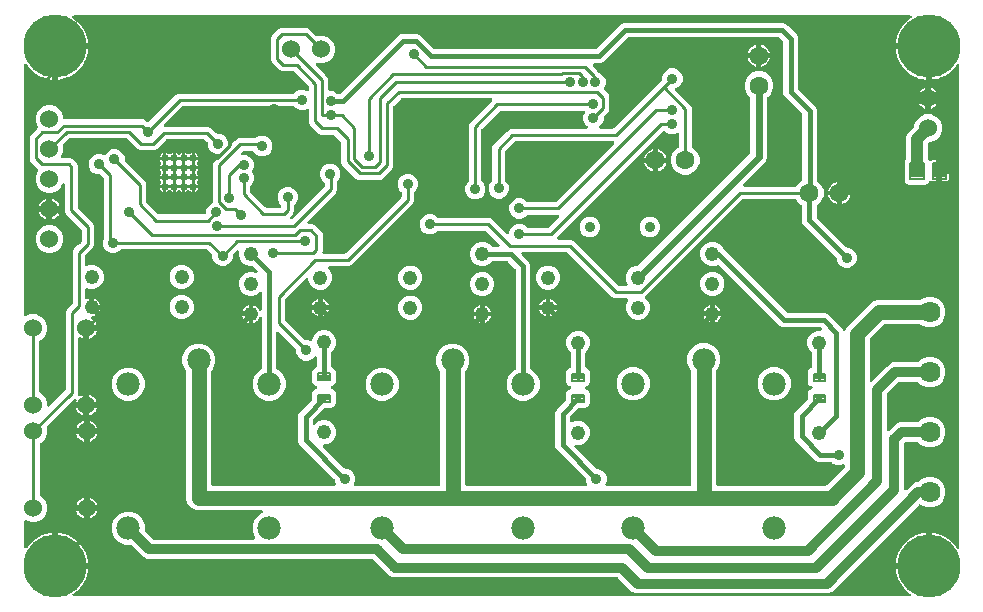
<source format=gbr>
G04 EAGLE Gerber X2 export*
G75*
%MOMM*%
%FSLAX34Y34*%
%LPD*%
%AMOC8*
5,1,8,0,0,1.08239X$1,22.5*%
G01*
%ADD10C,1.524000*%
%ADD11C,0.914400*%
%ADD12C,1.600200*%
%ADD13C,0.609600*%
%ADD14C,1.981200*%
%ADD15C,1.219200*%
%ADD16C,0.200000*%
%ADD17C,0.195000*%
%ADD18C,5.334000*%
%ADD19C,1.790700*%
%ADD20C,1.016000*%
%ADD21C,0.406400*%
%ADD22C,0.254000*%
%ADD23C,0.900000*%
%ADD24C,0.609600*%
%ADD25C,1.270000*%
%ADD26C,0.812800*%

G36*
X753783Y4080D02*
X753783Y4080D01*
X753905Y4088D01*
X753940Y4100D01*
X753977Y4105D01*
X754091Y4150D01*
X754207Y4188D01*
X754238Y4208D01*
X754273Y4222D01*
X754372Y4293D01*
X754475Y4359D01*
X754500Y4387D01*
X754530Y4408D01*
X754608Y4503D01*
X754691Y4592D01*
X754709Y4625D01*
X754733Y4653D01*
X754785Y4764D01*
X754844Y4871D01*
X754853Y4907D01*
X754869Y4941D01*
X754891Y5061D01*
X754921Y5180D01*
X754921Y5217D01*
X754928Y5253D01*
X754921Y5375D01*
X754920Y5498D01*
X754911Y5534D01*
X754909Y5571D01*
X754871Y5687D01*
X754840Y5805D01*
X754822Y5838D01*
X754811Y5873D01*
X754745Y5976D01*
X754686Y6083D01*
X754660Y6111D01*
X754640Y6142D01*
X754551Y6226D01*
X754468Y6315D01*
X754423Y6347D01*
X754409Y6360D01*
X754390Y6370D01*
X754337Y6409D01*
X753573Y6889D01*
X751099Y8862D01*
X748862Y11099D01*
X746889Y13573D01*
X745206Y16252D01*
X743833Y19103D01*
X742788Y22089D01*
X742084Y25174D01*
X741837Y27361D01*
X768630Y27361D01*
X768748Y27376D01*
X768867Y27383D01*
X768905Y27396D01*
X768945Y27401D01*
X769056Y27444D01*
X769169Y27481D01*
X769203Y27503D01*
X769241Y27518D01*
X769337Y27588D01*
X769438Y27651D01*
X769466Y27681D01*
X769498Y27704D01*
X769574Y27796D01*
X769656Y27883D01*
X769675Y27918D01*
X769701Y27949D01*
X769752Y28057D01*
X769809Y28161D01*
X769820Y28201D01*
X769837Y28237D01*
X769859Y28354D01*
X769889Y28469D01*
X769893Y28530D01*
X769897Y28550D01*
X769895Y28570D01*
X769899Y28630D01*
X769899Y29901D01*
X771170Y29901D01*
X771288Y29916D01*
X771407Y29923D01*
X771445Y29936D01*
X771485Y29941D01*
X771596Y29985D01*
X771709Y30021D01*
X771744Y30043D01*
X771781Y30058D01*
X771877Y30128D01*
X771978Y30191D01*
X772006Y30221D01*
X772039Y30245D01*
X772114Y30336D01*
X772196Y30423D01*
X772216Y30458D01*
X772241Y30490D01*
X772292Y30597D01*
X772350Y30702D01*
X772360Y30741D01*
X772377Y30777D01*
X772399Y30894D01*
X772429Y31009D01*
X772433Y31070D01*
X772437Y31090D01*
X772435Y31110D01*
X772439Y31170D01*
X772439Y57963D01*
X774626Y57716D01*
X777711Y57012D01*
X780697Y55967D01*
X783548Y54594D01*
X786227Y52911D01*
X788701Y50938D01*
X790938Y48701D01*
X792911Y46227D01*
X793591Y45145D01*
X793669Y45050D01*
X793740Y44951D01*
X793769Y44928D01*
X793793Y44899D01*
X793891Y44827D01*
X793985Y44749D01*
X794019Y44733D01*
X794049Y44711D01*
X794163Y44665D01*
X794273Y44613D01*
X794310Y44606D01*
X794344Y44592D01*
X794466Y44576D01*
X794586Y44553D01*
X794623Y44556D01*
X794660Y44551D01*
X794781Y44566D01*
X794903Y44573D01*
X794938Y44585D01*
X794975Y44589D01*
X795089Y44634D01*
X795205Y44671D01*
X795237Y44691D01*
X795272Y44705D01*
X795371Y44776D01*
X795474Y44841D01*
X795500Y44869D01*
X795530Y44890D01*
X795608Y44984D01*
X795692Y45073D01*
X795710Y45106D01*
X795734Y45134D01*
X795787Y45244D01*
X795846Y45351D01*
X795855Y45388D01*
X795871Y45421D01*
X795895Y45541D01*
X795925Y45659D01*
X795929Y45714D01*
X795932Y45733D01*
X795931Y45754D01*
X795935Y45820D01*
X795935Y453780D01*
X795920Y453901D01*
X795912Y454023D01*
X795900Y454058D01*
X795895Y454095D01*
X795851Y454209D01*
X795812Y454325D01*
X795792Y454357D01*
X795778Y454391D01*
X795707Y454490D01*
X795641Y454593D01*
X795613Y454618D01*
X795592Y454649D01*
X795497Y454727D01*
X795408Y454810D01*
X795375Y454827D01*
X795347Y454851D01*
X795236Y454903D01*
X795129Y454962D01*
X795093Y454971D01*
X795059Y454987D01*
X794939Y455010D01*
X794820Y455040D01*
X794783Y455040D01*
X794747Y455047D01*
X794625Y455039D01*
X794502Y455039D01*
X794466Y455029D01*
X794429Y455027D01*
X794313Y454989D01*
X794195Y454958D01*
X794162Y454940D01*
X794127Y454929D01*
X794023Y454863D01*
X793917Y454804D01*
X793889Y454779D01*
X793858Y454759D01*
X793774Y454670D01*
X793685Y454586D01*
X793653Y454541D01*
X793640Y454527D01*
X793630Y454509D01*
X793591Y454455D01*
X792911Y453373D01*
X790938Y450899D01*
X788701Y448662D01*
X786227Y446689D01*
X783548Y445006D01*
X780697Y443633D01*
X777711Y442588D01*
X774626Y441884D01*
X772439Y441637D01*
X772439Y468430D01*
X772424Y468548D01*
X772417Y468667D01*
X772404Y468705D01*
X772399Y468745D01*
X772356Y468856D01*
X772319Y468969D01*
X772297Y469003D01*
X772282Y469041D01*
X772212Y469137D01*
X772149Y469238D01*
X772119Y469266D01*
X772095Y469298D01*
X772004Y469374D01*
X771917Y469456D01*
X771882Y469475D01*
X771851Y469501D01*
X771743Y469552D01*
X771639Y469609D01*
X771599Y469620D01*
X771563Y469637D01*
X771446Y469659D01*
X771331Y469689D01*
X771270Y469693D01*
X771250Y469697D01*
X771230Y469695D01*
X771170Y469699D01*
X769899Y469699D01*
X769899Y470970D01*
X769884Y471088D01*
X769877Y471207D01*
X769864Y471245D01*
X769859Y471285D01*
X769815Y471396D01*
X769779Y471509D01*
X769757Y471544D01*
X769742Y471581D01*
X769672Y471677D01*
X769609Y471778D01*
X769579Y471806D01*
X769555Y471839D01*
X769464Y471914D01*
X769377Y471996D01*
X769342Y472016D01*
X769310Y472041D01*
X769203Y472092D01*
X769098Y472150D01*
X769059Y472160D01*
X769023Y472177D01*
X768906Y472199D01*
X768791Y472229D01*
X768730Y472233D01*
X768710Y472237D01*
X768690Y472235D01*
X768630Y472239D01*
X741837Y472239D01*
X742084Y474426D01*
X742788Y477511D01*
X743833Y480497D01*
X745206Y483348D01*
X745885Y484430D01*
X746683Y485699D01*
X746889Y486027D01*
X748862Y488501D01*
X751099Y490738D01*
X753573Y492711D01*
X754974Y493591D01*
X755068Y493669D01*
X755167Y493740D01*
X755191Y493769D01*
X755219Y493793D01*
X755292Y493891D01*
X755370Y493985D01*
X755386Y494019D01*
X755408Y494049D01*
X755453Y494163D01*
X755505Y494273D01*
X755512Y494310D01*
X755526Y494344D01*
X755542Y494466D01*
X755565Y494586D01*
X755563Y494623D01*
X755568Y494660D01*
X755553Y494781D01*
X755545Y494903D01*
X755534Y494938D01*
X755529Y494975D01*
X755485Y495089D01*
X755447Y495205D01*
X755427Y495237D01*
X755414Y495272D01*
X755342Y495371D01*
X755277Y495474D01*
X755250Y495500D01*
X755228Y495530D01*
X755134Y495608D01*
X755045Y495692D01*
X755013Y495710D01*
X754984Y495734D01*
X754874Y495787D01*
X754767Y495846D01*
X754731Y495855D01*
X754697Y495871D01*
X754577Y495895D01*
X754459Y495925D01*
X754404Y495929D01*
X754385Y495932D01*
X754364Y495931D01*
X754298Y495935D01*
X45961Y495935D01*
X45840Y495920D01*
X45718Y495912D01*
X45682Y495900D01*
X45645Y495895D01*
X45532Y495851D01*
X45416Y495812D01*
X45384Y495792D01*
X45350Y495778D01*
X45251Y495707D01*
X45148Y495641D01*
X45123Y495613D01*
X45092Y495592D01*
X45014Y495497D01*
X44931Y495408D01*
X44913Y495375D01*
X44890Y495347D01*
X44838Y495236D01*
X44779Y495129D01*
X44770Y495093D01*
X44754Y495059D01*
X44731Y494939D01*
X44701Y494820D01*
X44701Y494783D01*
X44694Y494747D01*
X44702Y494625D01*
X44702Y494502D01*
X44712Y494466D01*
X44714Y494429D01*
X44752Y494313D01*
X44782Y494195D01*
X44800Y494162D01*
X44812Y494127D01*
X44877Y494023D01*
X44937Y493917D01*
X44962Y493889D01*
X44982Y493858D01*
X45071Y493774D01*
X45155Y493685D01*
X45200Y493653D01*
X45214Y493640D01*
X45232Y493630D01*
X45286Y493591D01*
X46527Y492811D01*
X49001Y490838D01*
X51238Y488601D01*
X53211Y486127D01*
X54894Y483448D01*
X56267Y480597D01*
X57312Y477611D01*
X58016Y474526D01*
X58263Y472339D01*
X31470Y472339D01*
X31352Y472324D01*
X31233Y472317D01*
X31195Y472304D01*
X31155Y472299D01*
X31044Y472256D01*
X30931Y472219D01*
X30897Y472197D01*
X30859Y472182D01*
X30763Y472112D01*
X30662Y472049D01*
X30634Y472019D01*
X30602Y471995D01*
X30526Y471904D01*
X30444Y471817D01*
X30425Y471782D01*
X30399Y471751D01*
X30348Y471643D01*
X30291Y471539D01*
X30280Y471499D01*
X30263Y471463D01*
X30241Y471346D01*
X30211Y471231D01*
X30207Y471170D01*
X30203Y471150D01*
X30205Y471130D01*
X30201Y471070D01*
X30201Y469799D01*
X28930Y469799D01*
X28812Y469784D01*
X28693Y469777D01*
X28655Y469764D01*
X28614Y469759D01*
X28504Y469715D01*
X28391Y469679D01*
X28356Y469657D01*
X28319Y469642D01*
X28223Y469572D01*
X28122Y469509D01*
X28094Y469479D01*
X28061Y469455D01*
X27986Y469364D01*
X27904Y469277D01*
X27884Y469242D01*
X27859Y469210D01*
X27808Y469103D01*
X27750Y468998D01*
X27740Y468959D01*
X27723Y468923D01*
X27701Y468806D01*
X27671Y468691D01*
X27667Y468630D01*
X27663Y468610D01*
X27665Y468590D01*
X27661Y468530D01*
X27661Y441737D01*
X25474Y441984D01*
X22389Y442688D01*
X19403Y443733D01*
X16552Y445106D01*
X13873Y446789D01*
X11399Y448762D01*
X9162Y450999D01*
X7189Y453473D01*
X6409Y454714D01*
X6331Y454809D01*
X6260Y454908D01*
X6231Y454931D01*
X6207Y454960D01*
X6109Y455032D01*
X6015Y455110D01*
X5981Y455126D01*
X5951Y455148D01*
X5837Y455194D01*
X5727Y455246D01*
X5690Y455253D01*
X5656Y455267D01*
X5534Y455283D01*
X5414Y455306D01*
X5377Y455303D01*
X5340Y455308D01*
X5219Y455294D01*
X5097Y455286D01*
X5062Y455275D01*
X5025Y455270D01*
X4911Y455226D01*
X4795Y455188D01*
X4763Y455168D01*
X4728Y455154D01*
X4629Y455083D01*
X4526Y455018D01*
X4500Y454991D01*
X4470Y454969D01*
X4392Y454875D01*
X4308Y454786D01*
X4290Y454753D01*
X4266Y454725D01*
X4213Y454615D01*
X4154Y454508D01*
X4145Y454472D01*
X4129Y454438D01*
X4105Y454318D01*
X4075Y454200D01*
X4071Y454145D01*
X4068Y454126D01*
X4069Y454105D01*
X4065Y454039D01*
X4065Y242540D01*
X4071Y242491D01*
X4069Y242441D01*
X4091Y242334D01*
X4105Y242225D01*
X4123Y242178D01*
X4133Y242130D01*
X4181Y242031D01*
X4222Y241929D01*
X4251Y241889D01*
X4273Y241844D01*
X4344Y241761D01*
X4408Y241672D01*
X4447Y241640D01*
X4479Y241602D01*
X4569Y241539D01*
X4653Y241469D01*
X4698Y241448D01*
X4739Y241419D01*
X4842Y241380D01*
X4941Y241333D01*
X4990Y241324D01*
X5036Y241306D01*
X5146Y241294D01*
X5253Y241274D01*
X5303Y241277D01*
X5352Y241271D01*
X5461Y241287D01*
X5571Y241293D01*
X5618Y241309D01*
X5667Y241316D01*
X5820Y241368D01*
X9270Y242797D01*
X13918Y242797D01*
X18213Y241018D01*
X21500Y237731D01*
X23279Y233436D01*
X23279Y228788D01*
X21500Y224493D01*
X18213Y221206D01*
X17712Y220999D01*
X17687Y220984D01*
X17659Y220975D01*
X17626Y220955D01*
X17613Y220950D01*
X17580Y220925D01*
X17549Y220906D01*
X17436Y220841D01*
X17415Y220821D01*
X17390Y220805D01*
X17301Y220710D01*
X17208Y220620D01*
X17192Y220595D01*
X17172Y220573D01*
X17109Y220459D01*
X17041Y220349D01*
X17033Y220321D01*
X17018Y220295D01*
X16986Y220169D01*
X16948Y220045D01*
X16946Y220015D01*
X16939Y219987D01*
X16929Y219826D01*
X16929Y177374D01*
X16932Y177344D01*
X16930Y177315D01*
X16952Y177187D01*
X16969Y177058D01*
X16979Y177031D01*
X16984Y177002D01*
X17038Y176883D01*
X17086Y176763D01*
X17103Y176739D01*
X17115Y176712D01*
X17196Y176610D01*
X17272Y176505D01*
X17295Y176486D01*
X17314Y176463D01*
X17417Y176385D01*
X17517Y176302D01*
X17544Y176290D01*
X17568Y176272D01*
X17712Y176201D01*
X18213Y175994D01*
X21500Y172707D01*
X23279Y168412D01*
X23279Y166005D01*
X23296Y165868D01*
X23309Y165729D01*
X23316Y165710D01*
X23319Y165690D01*
X23370Y165561D01*
X23417Y165430D01*
X23428Y165413D01*
X23436Y165394D01*
X23517Y165282D01*
X23595Y165167D01*
X23611Y165153D01*
X23622Y165137D01*
X23730Y165048D01*
X23834Y164956D01*
X23852Y164947D01*
X23867Y164934D01*
X23993Y164875D01*
X24117Y164812D01*
X24137Y164807D01*
X24155Y164798D01*
X24291Y164772D01*
X24427Y164742D01*
X24448Y164743D01*
X24467Y164739D01*
X24606Y164747D01*
X24745Y164752D01*
X24765Y164757D01*
X24785Y164758D01*
X24917Y164801D01*
X25051Y164840D01*
X25068Y164850D01*
X25087Y164856D01*
X25205Y164931D01*
X25325Y165001D01*
X25346Y165020D01*
X25356Y165027D01*
X25370Y165042D01*
X25445Y165108D01*
X38894Y178556D01*
X38954Y178634D01*
X39022Y178706D01*
X39051Y178759D01*
X39088Y178807D01*
X39128Y178898D01*
X39176Y178985D01*
X39191Y179043D01*
X39215Y179099D01*
X39230Y179197D01*
X39255Y179293D01*
X39261Y179393D01*
X39265Y179413D01*
X39263Y179425D01*
X39265Y179453D01*
X39265Y244861D01*
X40077Y246822D01*
X44694Y251438D01*
X44754Y251516D01*
X44822Y251588D01*
X44851Y251641D01*
X44888Y251689D01*
X44928Y251780D01*
X44976Y251867D01*
X44991Y251925D01*
X45015Y251981D01*
X45030Y252079D01*
X45055Y252175D01*
X45061Y252275D01*
X45065Y252295D01*
X45063Y252307D01*
X45065Y252335D01*
X45065Y296161D01*
X45877Y298122D01*
X52394Y304638D01*
X52454Y304716D01*
X52522Y304788D01*
X52551Y304841D01*
X52588Y304889D01*
X52628Y304980D01*
X52676Y305067D01*
X52691Y305125D01*
X52715Y305181D01*
X52730Y305279D01*
X52755Y305375D01*
X52761Y305475D01*
X52765Y305495D01*
X52763Y305507D01*
X52765Y305535D01*
X52765Y314065D01*
X52753Y314163D01*
X52750Y314262D01*
X52733Y314320D01*
X52725Y314380D01*
X52689Y314472D01*
X52661Y314567D01*
X52631Y314619D01*
X52608Y314676D01*
X52550Y314756D01*
X52500Y314841D01*
X52434Y314917D01*
X52422Y314933D01*
X52412Y314941D01*
X52394Y314962D01*
X39477Y327878D01*
X38665Y329839D01*
X38665Y352711D01*
X38657Y352780D01*
X38658Y352850D01*
X38637Y352937D01*
X38625Y353026D01*
X38600Y353091D01*
X38583Y353159D01*
X38541Y353238D01*
X38508Y353322D01*
X38467Y353378D01*
X38435Y353440D01*
X38374Y353507D01*
X38322Y353579D01*
X38268Y353624D01*
X38221Y353675D01*
X38146Y353725D01*
X38077Y353782D01*
X38013Y353812D01*
X37955Y353850D01*
X37870Y353879D01*
X37789Y353917D01*
X37720Y353931D01*
X37654Y353953D01*
X37565Y353960D01*
X37477Y353977D01*
X37407Y353973D01*
X37337Y353978D01*
X37249Y353963D01*
X37159Y353958D01*
X37093Y353936D01*
X37024Y353924D01*
X36942Y353887D01*
X36857Y353859D01*
X36798Y353822D01*
X36734Y353793D01*
X36664Y353737D01*
X36588Y353689D01*
X36540Y353638D01*
X36486Y353595D01*
X36431Y353523D01*
X36370Y353458D01*
X36336Y353397D01*
X36294Y353341D01*
X36223Y353196D01*
X35306Y350981D01*
X32019Y347694D01*
X27724Y345915D01*
X23076Y345915D01*
X18781Y347694D01*
X15494Y350981D01*
X13715Y355276D01*
X13715Y359924D01*
X15494Y364219D01*
X15618Y364343D01*
X15691Y364437D01*
X15770Y364526D01*
X15788Y364562D01*
X15813Y364594D01*
X15860Y364703D01*
X15914Y364809D01*
X15923Y364849D01*
X15939Y364886D01*
X15958Y365003D01*
X15984Y365120D01*
X15983Y365160D01*
X15989Y365200D01*
X15978Y365318D01*
X15974Y365437D01*
X15963Y365476D01*
X15959Y365516D01*
X15919Y365628D01*
X15886Y365743D01*
X15865Y365778D01*
X15852Y365816D01*
X15785Y365914D01*
X15724Y366017D01*
X15685Y366062D01*
X15673Y366079D01*
X15658Y366092D01*
X15618Y366138D01*
X14799Y366956D01*
X14799Y366957D01*
X10957Y370799D01*
X9277Y372478D01*
X8465Y374439D01*
X8465Y392261D01*
X9277Y394222D01*
X14799Y399743D01*
X15288Y400232D01*
X15306Y400255D01*
X15328Y400275D01*
X15403Y400381D01*
X15483Y400483D01*
X15494Y400510D01*
X15511Y400535D01*
X15557Y400656D01*
X15609Y400775D01*
X15614Y400804D01*
X15624Y400832D01*
X15638Y400961D01*
X15659Y401089D01*
X15656Y401119D01*
X15659Y401148D01*
X15641Y401277D01*
X15629Y401406D01*
X15619Y401434D01*
X15615Y401463D01*
X15563Y401615D01*
X13715Y406076D01*
X13715Y410724D01*
X15494Y415019D01*
X18781Y418306D01*
X23076Y420085D01*
X27724Y420085D01*
X32019Y418306D01*
X35306Y415019D01*
X37085Y410724D01*
X37085Y409204D01*
X37100Y409086D01*
X37107Y408967D01*
X37120Y408929D01*
X37125Y408888D01*
X37168Y408778D01*
X37205Y408665D01*
X37227Y408630D01*
X37242Y408593D01*
X37311Y408497D01*
X37375Y408396D01*
X37405Y408368D01*
X37428Y408335D01*
X37520Y408259D01*
X37607Y408178D01*
X37642Y408158D01*
X37673Y408133D01*
X37781Y408082D01*
X37885Y408024D01*
X37925Y408014D01*
X37961Y407997D01*
X38078Y407975D01*
X38193Y407945D01*
X38253Y407941D01*
X38273Y407937D01*
X38294Y407939D01*
X38354Y407935D01*
X104561Y407935D01*
X106522Y407123D01*
X107208Y406436D01*
X107286Y406376D01*
X107358Y406308D01*
X107411Y406279D01*
X107459Y406242D01*
X107550Y406202D01*
X107637Y406154D01*
X107695Y406139D01*
X107751Y406115D01*
X107849Y406100D01*
X107945Y406075D01*
X108045Y406069D01*
X108065Y406065D01*
X108077Y406067D01*
X108105Y406065D01*
X109095Y406065D01*
X109193Y406077D01*
X109292Y406080D01*
X109350Y406097D01*
X109410Y406105D01*
X109502Y406141D01*
X109597Y406169D01*
X109649Y406199D01*
X109706Y406222D01*
X109786Y406280D01*
X109871Y406330D01*
X109947Y406396D01*
X109963Y406408D01*
X109971Y406418D01*
X109992Y406436D01*
X132578Y429023D01*
X134539Y429835D01*
X231797Y429835D01*
X231895Y429847D01*
X231994Y429850D01*
X232052Y429867D01*
X232112Y429875D01*
X232204Y429911D01*
X232299Y429939D01*
X232352Y429969D01*
X232408Y429992D01*
X232488Y430050D01*
X232573Y430100D01*
X232649Y430166D01*
X232665Y430178D01*
X232673Y430188D01*
X232694Y430206D01*
X234248Y431761D01*
X237396Y433065D01*
X240804Y433065D01*
X243410Y431985D01*
X243458Y431972D01*
X243503Y431951D01*
X243611Y431930D01*
X243717Y431901D01*
X243767Y431900D01*
X243816Y431891D01*
X243925Y431898D01*
X244035Y431896D01*
X244083Y431908D01*
X244133Y431911D01*
X244237Y431945D01*
X244344Y431970D01*
X244388Y431993D01*
X244435Y432009D01*
X244528Y432068D01*
X244625Y432119D01*
X244662Y432152D01*
X244704Y432179D01*
X244779Y432259D01*
X244861Y432333D01*
X244888Y432374D01*
X244922Y432411D01*
X244975Y432507D01*
X245035Y432599D01*
X245052Y432646D01*
X245076Y432689D01*
X245103Y432795D01*
X245139Y432899D01*
X245143Y432949D01*
X245155Y432997D01*
X245165Y433158D01*
X245165Y435365D01*
X245153Y435463D01*
X245150Y435562D01*
X245133Y435620D01*
X245125Y435680D01*
X245089Y435772D01*
X245061Y435867D01*
X245031Y435919D01*
X245008Y435976D01*
X244950Y436056D01*
X244900Y436141D01*
X244834Y436217D01*
X244822Y436233D01*
X244812Y436241D01*
X244794Y436262D01*
X232862Y448194D01*
X232784Y448254D01*
X232712Y448322D01*
X232659Y448351D01*
X232611Y448388D01*
X232520Y448428D01*
X232433Y448476D01*
X232375Y448491D01*
X232319Y448515D01*
X232221Y448530D01*
X232125Y448555D01*
X232025Y448561D01*
X232005Y448565D01*
X231993Y448563D01*
X231965Y448565D01*
X222239Y448565D01*
X220278Y449377D01*
X213477Y456178D01*
X212665Y458139D01*
X212665Y476961D01*
X213477Y478922D01*
X219378Y484823D01*
X221339Y485635D01*
X243561Y485635D01*
X245522Y484823D01*
X251392Y478953D01*
X251415Y478934D01*
X251434Y478912D01*
X251541Y478837D01*
X251643Y478758D01*
X251670Y478746D01*
X251694Y478729D01*
X251816Y478683D01*
X251935Y478631D01*
X251964Y478627D01*
X251992Y478616D01*
X252121Y478602D01*
X252249Y478581D01*
X252279Y478584D01*
X252308Y478581D01*
X252436Y478599D01*
X252566Y478611D01*
X252594Y478621D01*
X252623Y478625D01*
X252775Y478677D01*
X253276Y478885D01*
X257924Y478885D01*
X262219Y477106D01*
X265506Y473819D01*
X267285Y469524D01*
X267285Y464876D01*
X265506Y460581D01*
X262219Y457294D01*
X257924Y455515D01*
X253276Y455515D01*
X252604Y455793D01*
X252537Y455812D01*
X252473Y455839D01*
X252384Y455854D01*
X252298Y455877D01*
X252228Y455878D01*
X252159Y455889D01*
X252069Y455881D01*
X251980Y455882D01*
X251912Y455866D01*
X251842Y455860D01*
X251758Y455829D01*
X251670Y455808D01*
X251609Y455776D01*
X251543Y455752D01*
X251469Y455701D01*
X251389Y455659D01*
X251338Y455613D01*
X251280Y455573D01*
X251220Y455506D01*
X251154Y455446D01*
X251116Y455387D01*
X251069Y455335D01*
X251029Y455255D01*
X250979Y455180D01*
X250957Y455114D01*
X250925Y455052D01*
X250905Y454964D01*
X250876Y454879D01*
X250870Y454809D01*
X250855Y454741D01*
X250858Y454652D01*
X250851Y454562D01*
X250863Y454493D01*
X250865Y454423D01*
X250890Y454337D01*
X250905Y454249D01*
X250934Y454185D01*
X250953Y454118D01*
X250999Y454041D01*
X251036Y453959D01*
X251079Y453904D01*
X251115Y453844D01*
X251221Y453723D01*
X259143Y445801D01*
X260823Y444122D01*
X261635Y442161D01*
X261635Y433234D01*
X261650Y433116D01*
X261657Y432997D01*
X261670Y432959D01*
X261675Y432918D01*
X261718Y432808D01*
X261755Y432695D01*
X261777Y432660D01*
X261792Y432623D01*
X261861Y432527D01*
X261925Y432426D01*
X261955Y432398D01*
X261978Y432365D01*
X262070Y432289D01*
X262157Y432208D01*
X262192Y432188D01*
X262223Y432163D01*
X262331Y432112D01*
X262435Y432054D01*
X262475Y432044D01*
X262511Y432027D01*
X262628Y432005D01*
X262743Y431975D01*
X262803Y431971D01*
X262823Y431967D01*
X262844Y431969D01*
X262904Y431965D01*
X265304Y431965D01*
X268452Y430661D01*
X269244Y429868D01*
X269322Y429808D01*
X269394Y429740D01*
X269447Y429711D01*
X269495Y429674D01*
X269586Y429634D01*
X269673Y429586D01*
X269731Y429571D01*
X269787Y429547D01*
X269885Y429532D01*
X269981Y429507D01*
X270081Y429501D01*
X270101Y429497D01*
X270113Y429499D01*
X270141Y429497D01*
X270649Y429497D01*
X270747Y429509D01*
X270846Y429512D01*
X270904Y429529D01*
X270964Y429537D01*
X271057Y429573D01*
X271152Y429601D01*
X271204Y429631D01*
X271260Y429654D01*
X271340Y429712D01*
X271426Y429762D01*
X271501Y429828D01*
X271517Y429840D01*
X271525Y429850D01*
X271546Y429868D01*
X321146Y479469D01*
X323387Y480397D01*
X336613Y480397D01*
X338854Y479469D01*
X340747Y477575D01*
X350454Y467868D01*
X350532Y467808D01*
X350604Y467740D01*
X350657Y467711D01*
X350705Y467674D01*
X350796Y467634D01*
X350882Y467586D01*
X350941Y467571D01*
X350997Y467547D01*
X351095Y467532D01*
X351190Y467507D01*
X351290Y467501D01*
X351311Y467497D01*
X351323Y467499D01*
X351351Y467497D01*
X487549Y467497D01*
X487647Y467509D01*
X487746Y467512D01*
X487804Y467529D01*
X487864Y467537D01*
X487957Y467573D01*
X488052Y467601D01*
X488104Y467631D01*
X488160Y467654D01*
X488240Y467712D01*
X488326Y467762D01*
X488401Y467828D01*
X488417Y467840D01*
X488425Y467850D01*
X488446Y467868D01*
X509546Y488969D01*
X511787Y489897D01*
X646613Y489897D01*
X648854Y488969D01*
X650747Y487075D01*
X656275Y481547D01*
X658169Y479654D01*
X659097Y477413D01*
X659097Y434051D01*
X659109Y433953D01*
X659112Y433854D01*
X659129Y433796D01*
X659137Y433736D01*
X659173Y433643D01*
X659201Y433548D01*
X659231Y433496D01*
X659254Y433440D01*
X659312Y433360D01*
X659362Y433274D01*
X659428Y433199D01*
X659440Y433183D01*
X659450Y433175D01*
X659468Y433154D01*
X674169Y418454D01*
X675097Y416213D01*
X675097Y357041D01*
X675100Y357012D01*
X675098Y356982D01*
X675120Y356855D01*
X675137Y356726D01*
X675147Y356698D01*
X675153Y356669D01*
X675206Y356551D01*
X675254Y356430D01*
X675271Y356406D01*
X675283Y356379D01*
X675364Y356278D01*
X675440Y356173D01*
X675463Y356154D01*
X675482Y356131D01*
X675585Y356053D01*
X675685Y355970D01*
X675701Y355962D01*
X679129Y352535D01*
X680966Y348100D01*
X680966Y343300D01*
X679129Y338865D01*
X675731Y335468D01*
X675727Y335466D01*
X675617Y335397D01*
X675504Y335333D01*
X675483Y335312D01*
X675458Y335296D01*
X675369Y335202D01*
X675276Y335111D01*
X675260Y335086D01*
X675240Y335065D01*
X675177Y334951D01*
X675109Y334840D01*
X675101Y334812D01*
X675086Y334786D01*
X675054Y334660D01*
X675016Y334536D01*
X675014Y334507D01*
X675007Y334478D01*
X674997Y334317D01*
X674997Y325451D01*
X675009Y325353D01*
X675012Y325254D01*
X675029Y325196D01*
X675037Y325136D01*
X675073Y325043D01*
X675101Y324948D01*
X675131Y324896D01*
X675154Y324840D01*
X675212Y324760D01*
X675262Y324674D01*
X675328Y324599D01*
X675340Y324583D01*
X675350Y324575D01*
X675368Y324554D01*
X700186Y299736D01*
X700264Y299676D01*
X700336Y299608D01*
X700389Y299579D01*
X700437Y299542D01*
X700528Y299502D01*
X700614Y299454D01*
X700673Y299439D01*
X700729Y299415D01*
X700827Y299400D01*
X700922Y299375D01*
X701022Y299369D01*
X701043Y299365D01*
X701055Y299367D01*
X701083Y299365D01*
X702204Y299365D01*
X705352Y298061D01*
X707761Y295652D01*
X709065Y292504D01*
X709065Y289096D01*
X707761Y285948D01*
X705352Y283539D01*
X702204Y282235D01*
X698796Y282235D01*
X695648Y283539D01*
X693239Y285948D01*
X691935Y289096D01*
X691935Y290217D01*
X691923Y290315D01*
X691920Y290414D01*
X691903Y290472D01*
X691895Y290532D01*
X691859Y290625D01*
X691831Y290720D01*
X691801Y290772D01*
X691778Y290828D01*
X691720Y290908D01*
X691670Y290994D01*
X691604Y291069D01*
X691592Y291085D01*
X691582Y291093D01*
X691564Y291114D01*
X663731Y318946D01*
X662803Y321187D01*
X662803Y334317D01*
X662800Y334347D01*
X662802Y334376D01*
X662780Y334504D01*
X662763Y334633D01*
X662753Y334660D01*
X662747Y334690D01*
X662694Y334808D01*
X662646Y334929D01*
X662629Y334953D01*
X662617Y334980D01*
X662536Y335081D01*
X662460Y335186D01*
X662437Y335205D01*
X662418Y335228D01*
X662315Y335306D01*
X662215Y335389D01*
X662188Y335401D01*
X662164Y335419D01*
X662072Y335464D01*
X658671Y338865D01*
X658374Y339582D01*
X658360Y339607D01*
X658351Y339635D01*
X658281Y339745D01*
X658217Y339858D01*
X658196Y339879D01*
X658181Y339904D01*
X658086Y339993D01*
X657996Y340086D01*
X657970Y340102D01*
X657949Y340122D01*
X657835Y340185D01*
X657725Y340253D01*
X657696Y340261D01*
X657670Y340276D01*
X657545Y340308D01*
X657421Y340346D01*
X657391Y340348D01*
X657362Y340355D01*
X657202Y340365D01*
X612535Y340365D01*
X612437Y340353D01*
X612338Y340350D01*
X612280Y340333D01*
X612220Y340325D01*
X612128Y340289D01*
X612033Y340261D01*
X611981Y340231D01*
X611924Y340208D01*
X611844Y340150D01*
X611759Y340100D01*
X611683Y340034D01*
X611667Y340022D01*
X611659Y340012D01*
X611638Y339994D01*
X530104Y258460D01*
X530031Y258366D01*
X529953Y258277D01*
X529934Y258241D01*
X529909Y258209D01*
X529862Y258099D01*
X529808Y257993D01*
X529799Y257954D01*
X529783Y257917D01*
X529764Y257799D01*
X529738Y257683D01*
X529740Y257643D01*
X529733Y257603D01*
X529744Y257484D01*
X529748Y257365D01*
X529759Y257326D01*
X529763Y257286D01*
X529803Y257174D01*
X529836Y257060D01*
X529857Y257025D01*
X529871Y256987D01*
X529938Y256888D01*
X529998Y256786D01*
X530038Y256741D01*
X530049Y256724D01*
X530065Y256710D01*
X530104Y256665D01*
X532314Y254456D01*
X533861Y250721D01*
X533861Y246679D01*
X532314Y242944D01*
X529456Y240086D01*
X525721Y238539D01*
X521679Y238539D01*
X517944Y240086D01*
X515086Y242944D01*
X513539Y246679D01*
X513539Y250721D01*
X515152Y254613D01*
X515179Y254677D01*
X515238Y254803D01*
X515242Y254822D01*
X515250Y254841D01*
X515272Y254979D01*
X515298Y255116D01*
X515297Y255135D01*
X515300Y255155D01*
X515287Y255294D01*
X515279Y255433D01*
X515272Y255452D01*
X515271Y255471D01*
X515223Y255603D01*
X515180Y255735D01*
X515170Y255752D01*
X515163Y255771D01*
X515085Y255886D01*
X515010Y256004D01*
X514996Y256018D01*
X514985Y256034D01*
X514881Y256126D01*
X514779Y256222D01*
X514761Y256232D01*
X514747Y256245D01*
X514622Y256308D01*
X514500Y256376D01*
X514481Y256381D01*
X514463Y256390D01*
X514327Y256420D01*
X514192Y256455D01*
X514165Y256457D01*
X514153Y256459D01*
X514133Y256459D01*
X514032Y256465D01*
X504039Y256465D01*
X502078Y257277D01*
X500399Y258956D01*
X500399Y258957D01*
X464162Y295194D01*
X464084Y295254D01*
X464012Y295322D01*
X463959Y295351D01*
X463911Y295388D01*
X463820Y295428D01*
X463733Y295476D01*
X463675Y295491D01*
X463619Y295515D01*
X463521Y295530D01*
X463425Y295555D01*
X463325Y295561D01*
X463305Y295565D01*
X463293Y295563D01*
X463265Y295565D01*
X426321Y295565D01*
X426183Y295548D01*
X426045Y295535D01*
X426026Y295528D01*
X426006Y295525D01*
X425876Y295474D01*
X425745Y295427D01*
X425729Y295416D01*
X425710Y295408D01*
X425597Y295327D01*
X425482Y295249D01*
X425469Y295233D01*
X425452Y295222D01*
X425364Y295114D01*
X425272Y295010D01*
X425263Y294992D01*
X425250Y294977D01*
X425191Y294851D01*
X425127Y294727D01*
X425123Y294707D01*
X425114Y294689D01*
X425088Y294553D01*
X425058Y294417D01*
X425058Y294396D01*
X425054Y294377D01*
X425063Y294238D01*
X425067Y294099D01*
X425073Y294079D01*
X425074Y294059D01*
X425117Y293927D01*
X425156Y293793D01*
X425166Y293776D01*
X425172Y293757D01*
X425246Y293639D01*
X425317Y293519D01*
X425336Y293498D01*
X425342Y293488D01*
X425357Y293474D01*
X425424Y293399D01*
X429765Y289057D01*
X431659Y287164D01*
X432587Y284923D01*
X432587Y196975D01*
X432590Y196945D01*
X432588Y196916D01*
X432605Y196818D01*
X432609Y196754D01*
X432618Y196726D01*
X432627Y196659D01*
X432637Y196632D01*
X432642Y196602D01*
X432696Y196484D01*
X432699Y196475D01*
X432707Y196451D01*
X432712Y196444D01*
X432744Y196363D01*
X432761Y196339D01*
X432773Y196313D01*
X432854Y196211D01*
X432930Y196106D01*
X432953Y196087D01*
X432972Y196064D01*
X433075Y195986D01*
X433175Y195903D01*
X433202Y195891D01*
X433226Y195873D01*
X433370Y195802D01*
X434404Y195374D01*
X438334Y191444D01*
X440461Y186309D01*
X440461Y180751D01*
X438334Y175616D01*
X434404Y171686D01*
X429269Y169559D01*
X423711Y169559D01*
X418576Y171686D01*
X414646Y175616D01*
X412519Y180751D01*
X412519Y186309D01*
X414646Y191444D01*
X418576Y195374D01*
X419610Y195802D01*
X419635Y195817D01*
X419663Y195826D01*
X419773Y195895D01*
X419886Y195959D01*
X419907Y195980D01*
X419932Y195996D01*
X420021Y196090D01*
X420114Y196181D01*
X420130Y196206D01*
X420150Y196227D01*
X420213Y196341D01*
X420281Y196452D01*
X420289Y196480D01*
X420304Y196506D01*
X420323Y196581D01*
X420331Y196598D01*
X420340Y196643D01*
X420374Y196756D01*
X420376Y196785D01*
X420383Y196814D01*
X420388Y196898D01*
X420391Y196910D01*
X420390Y196922D01*
X420393Y196975D01*
X420393Y280659D01*
X420381Y280757D01*
X420378Y280856D01*
X420361Y280914D01*
X420353Y280974D01*
X420317Y281067D01*
X420289Y281162D01*
X420259Y281214D01*
X420236Y281270D01*
X420178Y281350D01*
X420128Y281436D01*
X420062Y281511D01*
X420050Y281527D01*
X420040Y281535D01*
X420022Y281556D01*
X414046Y287532D01*
X413968Y287592D01*
X413896Y287660D01*
X413843Y287689D01*
X413795Y287726D01*
X413704Y287766D01*
X413618Y287814D01*
X413559Y287829D01*
X413503Y287853D01*
X413405Y287868D01*
X413310Y287893D01*
X413210Y287899D01*
X413189Y287903D01*
X413177Y287901D01*
X413149Y287903D01*
X400698Y287903D01*
X400600Y287891D01*
X400501Y287888D01*
X400443Y287871D01*
X400383Y287863D01*
X400291Y287827D01*
X400196Y287799D01*
X400144Y287769D01*
X400087Y287746D01*
X400007Y287688D01*
X399922Y287638D01*
X399846Y287572D01*
X399830Y287560D01*
X399822Y287550D01*
X399801Y287532D01*
X397656Y285386D01*
X393921Y283839D01*
X389879Y283839D01*
X386144Y285386D01*
X383286Y288244D01*
X381739Y291979D01*
X381739Y296021D01*
X383286Y299756D01*
X386144Y302614D01*
X389879Y304161D01*
X393921Y304161D01*
X397656Y302614D01*
X399801Y300468D01*
X399879Y300408D01*
X399951Y300340D01*
X400004Y300311D01*
X400052Y300274D01*
X400143Y300234D01*
X400230Y300186D01*
X400288Y300171D01*
X400344Y300147D01*
X400442Y300132D01*
X400538Y300107D01*
X400638Y300101D01*
X400658Y300097D01*
X400670Y300099D01*
X400698Y300097D01*
X405495Y300097D01*
X405632Y300114D01*
X405771Y300127D01*
X405790Y300134D01*
X405810Y300137D01*
X405939Y300188D01*
X406070Y300235D01*
X406087Y300246D01*
X406106Y300254D01*
X406218Y300335D01*
X406333Y300413D01*
X406347Y300429D01*
X406363Y300440D01*
X406452Y300548D01*
X406544Y300652D01*
X406553Y300670D01*
X406566Y300685D01*
X406625Y300811D01*
X406688Y300935D01*
X406693Y300955D01*
X406702Y300973D01*
X406728Y301109D01*
X406758Y301245D01*
X406757Y301266D01*
X406761Y301285D01*
X406753Y301424D01*
X406748Y301563D01*
X406743Y301583D01*
X406742Y301603D01*
X406699Y301735D01*
X406660Y301869D01*
X406650Y301886D01*
X406644Y301905D01*
X406569Y302023D01*
X406498Y302143D01*
X406480Y302164D01*
X406473Y302174D01*
X406458Y302188D01*
X406392Y302263D01*
X395162Y313494D01*
X395084Y313554D01*
X395012Y313622D01*
X394959Y313651D01*
X394911Y313688D01*
X394820Y313728D01*
X394733Y313776D01*
X394675Y313791D01*
X394619Y313815D01*
X394521Y313830D01*
X394425Y313855D01*
X394325Y313861D01*
X394305Y313865D01*
X394293Y313863D01*
X394265Y313865D01*
X354803Y313865D01*
X354705Y313853D01*
X354606Y313850D01*
X354548Y313833D01*
X354488Y313825D01*
X354396Y313789D01*
X354301Y313761D01*
X354248Y313731D01*
X354192Y313708D01*
X354112Y313650D01*
X354027Y313600D01*
X353951Y313534D01*
X353935Y313522D01*
X353927Y313512D01*
X353906Y313494D01*
X352352Y311939D01*
X349204Y310635D01*
X345796Y310635D01*
X342648Y311939D01*
X340239Y314348D01*
X338935Y317496D01*
X338935Y320904D01*
X340239Y324052D01*
X342648Y326461D01*
X345796Y327765D01*
X349204Y327765D01*
X352352Y326461D01*
X353906Y324906D01*
X353984Y324846D01*
X354056Y324778D01*
X354109Y324749D01*
X354157Y324712D01*
X354248Y324672D01*
X354335Y324624D01*
X354393Y324609D01*
X354449Y324585D01*
X354547Y324570D01*
X354643Y324545D01*
X354743Y324539D01*
X354763Y324535D01*
X354775Y324537D01*
X354803Y324535D01*
X398061Y324535D01*
X400022Y323723D01*
X412669Y311076D01*
X412778Y310991D01*
X412885Y310902D01*
X412904Y310893D01*
X412920Y310881D01*
X413048Y310826D01*
X413173Y310766D01*
X413193Y310763D01*
X413212Y310755D01*
X413350Y310733D01*
X413486Y310707D01*
X413506Y310708D01*
X413526Y310705D01*
X413665Y310718D01*
X413803Y310726D01*
X413822Y310733D01*
X413842Y310735D01*
X413974Y310782D01*
X414105Y310824D01*
X414123Y310835D01*
X414142Y310842D01*
X414257Y310920D01*
X414374Y310995D01*
X414388Y311009D01*
X414405Y311021D01*
X414497Y311125D01*
X414592Y311226D01*
X414602Y311244D01*
X414615Y311259D01*
X414679Y311383D01*
X414746Y311505D01*
X414751Y311524D01*
X414760Y311542D01*
X414790Y311678D01*
X414825Y311813D01*
X414827Y311841D01*
X414830Y311853D01*
X414829Y311873D01*
X414835Y311973D01*
X414835Y312704D01*
X416139Y315852D01*
X418548Y318261D01*
X421696Y319565D01*
X425104Y319565D01*
X428252Y318261D01*
X429806Y316706D01*
X429884Y316646D01*
X429956Y316578D01*
X430009Y316549D01*
X430057Y316512D01*
X430148Y316472D01*
X430235Y316424D01*
X430293Y316409D01*
X430349Y316385D01*
X430447Y316370D01*
X430543Y316345D01*
X430643Y316339D01*
X430663Y316335D01*
X430675Y316337D01*
X430703Y316335D01*
X447665Y316335D01*
X447763Y316347D01*
X447862Y316350D01*
X447920Y316367D01*
X447980Y316375D01*
X448072Y316411D01*
X448167Y316439D01*
X448219Y316469D01*
X448276Y316492D01*
X448356Y316550D01*
X448441Y316600D01*
X448517Y316666D01*
X448533Y316678D01*
X448541Y316688D01*
X448562Y316706D01*
X456954Y325099D01*
X457039Y325208D01*
X457128Y325315D01*
X457137Y325334D01*
X457149Y325350D01*
X457204Y325478D01*
X457264Y325603D01*
X457267Y325623D01*
X457275Y325642D01*
X457297Y325780D01*
X457323Y325916D01*
X457322Y325936D01*
X457325Y325956D01*
X457312Y326095D01*
X457304Y326233D01*
X457297Y326252D01*
X457295Y326272D01*
X457248Y326404D01*
X457206Y326535D01*
X457195Y326553D01*
X457188Y326572D01*
X457110Y326687D01*
X457035Y326804D01*
X457021Y326818D01*
X457009Y326835D01*
X456905Y326927D01*
X456804Y327022D01*
X456786Y327032D01*
X456771Y327045D01*
X456647Y327109D01*
X456525Y327176D01*
X456506Y327181D01*
X456488Y327190D01*
X456352Y327220D01*
X456217Y327255D01*
X456189Y327257D01*
X456177Y327260D01*
X456157Y327259D01*
X456057Y327265D01*
X430703Y327265D01*
X430605Y327253D01*
X430506Y327250D01*
X430448Y327233D01*
X430388Y327225D01*
X430296Y327189D01*
X430201Y327161D01*
X430148Y327131D01*
X430092Y327108D01*
X430012Y327050D01*
X429927Y327000D01*
X429851Y326934D01*
X429835Y326922D01*
X429827Y326912D01*
X429806Y326894D01*
X428252Y325339D01*
X425104Y324035D01*
X421696Y324035D01*
X418548Y325339D01*
X416139Y327748D01*
X414835Y330896D01*
X414835Y334304D01*
X416139Y337452D01*
X418548Y339861D01*
X421696Y341165D01*
X425104Y341165D01*
X428252Y339861D01*
X429806Y338306D01*
X429884Y338246D01*
X429956Y338178D01*
X430009Y338149D01*
X430057Y338112D01*
X430148Y338072D01*
X430235Y338024D01*
X430293Y338009D01*
X430349Y337985D01*
X430447Y337970D01*
X430543Y337945D01*
X430643Y337939D01*
X430663Y337935D01*
X430675Y337937D01*
X430703Y337935D01*
X453465Y337935D01*
X453563Y337947D01*
X453662Y337950D01*
X453720Y337967D01*
X453780Y337975D01*
X453872Y338011D01*
X453967Y338039D01*
X454019Y338069D01*
X454076Y338092D01*
X454156Y338150D01*
X454241Y338200D01*
X454317Y338266D01*
X454333Y338278D01*
X454341Y338288D01*
X454362Y338306D01*
X503354Y387299D01*
X503439Y387408D01*
X503528Y387515D01*
X503537Y387534D01*
X503549Y387550D01*
X503604Y387678D01*
X503664Y387803D01*
X503667Y387823D01*
X503675Y387842D01*
X503697Y387980D01*
X503723Y388116D01*
X503722Y388136D01*
X503725Y388156D01*
X503712Y388295D01*
X503704Y388433D01*
X503697Y388452D01*
X503695Y388472D01*
X503648Y388604D01*
X503606Y388735D01*
X503595Y388753D01*
X503588Y388772D01*
X503510Y388887D01*
X503435Y389004D01*
X503421Y389018D01*
X503409Y389035D01*
X503305Y389127D01*
X503204Y389222D01*
X503186Y389232D01*
X503171Y389245D01*
X503047Y389308D01*
X502925Y389376D01*
X502906Y389381D01*
X502888Y389390D01*
X502752Y389420D01*
X502617Y389455D01*
X502589Y389457D01*
X502577Y389460D01*
X502557Y389459D01*
X502457Y389465D01*
X420235Y389465D01*
X420137Y389453D01*
X420038Y389450D01*
X419980Y389433D01*
X419920Y389425D01*
X419828Y389389D01*
X419733Y389361D01*
X419681Y389331D01*
X419624Y389308D01*
X419544Y389250D01*
X419459Y389200D01*
X419383Y389134D01*
X419367Y389122D01*
X419359Y389112D01*
X419338Y389094D01*
X411506Y381262D01*
X411446Y381184D01*
X411378Y381112D01*
X411349Y381059D01*
X411312Y381011D01*
X411272Y380920D01*
X411224Y380833D01*
X411209Y380775D01*
X411185Y380719D01*
X411170Y380621D01*
X411145Y380525D01*
X411139Y380425D01*
X411135Y380405D01*
X411137Y380393D01*
X411135Y380365D01*
X411135Y356803D01*
X411147Y356705D01*
X411150Y356606D01*
X411167Y356548D01*
X411175Y356488D01*
X411211Y356396D01*
X411239Y356301D01*
X411269Y356248D01*
X411292Y356192D01*
X411350Y356112D01*
X411400Y356027D01*
X411466Y355951D01*
X411478Y355935D01*
X411488Y355927D01*
X411506Y355906D01*
X413061Y354352D01*
X414365Y351204D01*
X414365Y347796D01*
X413061Y344648D01*
X410652Y342239D01*
X407504Y340935D01*
X404096Y340935D01*
X400948Y342239D01*
X398539Y344648D01*
X397235Y347796D01*
X397235Y351204D01*
X398539Y354352D01*
X400094Y355906D01*
X400154Y355984D01*
X400222Y356056D01*
X400251Y356109D01*
X400288Y356157D01*
X400328Y356248D01*
X400376Y356335D01*
X400391Y356393D01*
X400415Y356449D01*
X400430Y356547D01*
X400455Y356643D01*
X400461Y356743D01*
X400465Y356763D01*
X400463Y356775D01*
X400465Y356803D01*
X400465Y384161D01*
X401277Y386122D01*
X402956Y387801D01*
X402957Y387801D01*
X412799Y397643D01*
X414478Y399323D01*
X416439Y400135D01*
X479989Y400135D01*
X480126Y400152D01*
X480265Y400165D01*
X480284Y400172D01*
X480304Y400175D01*
X480433Y400226D01*
X480564Y400273D01*
X480581Y400284D01*
X480600Y400292D01*
X480712Y400373D01*
X480827Y400451D01*
X480841Y400467D01*
X480857Y400478D01*
X480946Y400586D01*
X481038Y400690D01*
X481047Y400708D01*
X481060Y400723D01*
X481119Y400849D01*
X481183Y400973D01*
X481187Y400993D01*
X481196Y401011D01*
X481222Y401147D01*
X481252Y401283D01*
X481252Y401304D01*
X481255Y401323D01*
X481247Y401462D01*
X481243Y401601D01*
X481237Y401621D01*
X481236Y401641D01*
X481193Y401773D01*
X481154Y401907D01*
X481144Y401924D01*
X481138Y401943D01*
X481063Y402061D01*
X480993Y402181D01*
X480974Y402202D01*
X480967Y402212D01*
X480952Y402226D01*
X480886Y402301D01*
X478739Y404448D01*
X477435Y407596D01*
X477435Y411004D01*
X478556Y413710D01*
X478570Y413758D01*
X478591Y413803D01*
X478611Y413911D01*
X478640Y414017D01*
X478641Y414067D01*
X478650Y414116D01*
X478644Y414225D01*
X478645Y414335D01*
X478634Y414383D01*
X478631Y414433D01*
X478597Y414537D01*
X478571Y414644D01*
X478548Y414688D01*
X478533Y414735D01*
X478474Y414828D01*
X478423Y414925D01*
X478389Y414962D01*
X478363Y415004D01*
X478282Y415079D01*
X478209Y415161D01*
X478167Y415188D01*
X478131Y415222D01*
X478035Y415275D01*
X477943Y415335D01*
X477896Y415352D01*
X477852Y415376D01*
X477746Y415403D01*
X477642Y415439D01*
X477593Y415443D01*
X477544Y415455D01*
X477384Y415465D01*
X407435Y415465D01*
X407337Y415453D01*
X407238Y415450D01*
X407180Y415433D01*
X407120Y415425D01*
X407028Y415389D01*
X406933Y415361D01*
X406881Y415331D01*
X406824Y415308D01*
X406744Y415250D01*
X406659Y415200D01*
X406583Y415134D01*
X406567Y415122D01*
X406559Y415112D01*
X406538Y415094D01*
X391406Y399962D01*
X391346Y399884D01*
X391278Y399812D01*
X391249Y399759D01*
X391212Y399711D01*
X391172Y399620D01*
X391124Y399533D01*
X391109Y399475D01*
X391085Y399419D01*
X391070Y399321D01*
X391045Y399225D01*
X391039Y399125D01*
X391035Y399105D01*
X391037Y399093D01*
X391035Y399065D01*
X391035Y356303D01*
X391047Y356205D01*
X391050Y356106D01*
X391067Y356048D01*
X391075Y355988D01*
X391111Y355896D01*
X391139Y355801D01*
X391169Y355748D01*
X391192Y355692D01*
X391250Y355612D01*
X391300Y355527D01*
X391366Y355451D01*
X391378Y355435D01*
X391388Y355427D01*
X391406Y355406D01*
X393161Y353652D01*
X394465Y350504D01*
X394465Y347096D01*
X393161Y343948D01*
X390752Y341539D01*
X387604Y340235D01*
X384196Y340235D01*
X381048Y341539D01*
X378639Y343948D01*
X377335Y347096D01*
X377335Y350504D01*
X378639Y353652D01*
X379994Y355006D01*
X380054Y355084D01*
X380122Y355156D01*
X380151Y355209D01*
X380188Y355257D01*
X380228Y355348D01*
X380276Y355435D01*
X380291Y355493D01*
X380315Y355549D01*
X380330Y355647D01*
X380355Y355743D01*
X380361Y355843D01*
X380365Y355863D01*
X380363Y355875D01*
X380365Y355903D01*
X380365Y402861D01*
X381177Y404822D01*
X399999Y423643D01*
X400054Y423698D01*
X400139Y423808D01*
X400228Y423915D01*
X400237Y423934D01*
X400249Y423949D01*
X400304Y424078D01*
X400364Y424203D01*
X400367Y424223D01*
X400375Y424241D01*
X400397Y424379D01*
X400423Y424516D01*
X400422Y424536D01*
X400425Y424555D01*
X400412Y424694D01*
X400404Y424833D01*
X400397Y424852D01*
X400395Y424872D01*
X400348Y425003D01*
X400306Y425135D01*
X400295Y425152D01*
X400288Y425171D01*
X400210Y425286D01*
X400135Y425404D01*
X400121Y425418D01*
X400109Y425435D01*
X400005Y425527D01*
X399904Y425622D01*
X399886Y425632D01*
X399871Y425645D01*
X399747Y425708D01*
X399625Y425776D01*
X399606Y425781D01*
X399588Y425790D01*
X399452Y425820D01*
X399317Y425855D01*
X399289Y425857D01*
X399278Y425859D01*
X399257Y425859D01*
X399157Y425865D01*
X323735Y425865D01*
X323637Y425853D01*
X323538Y425850D01*
X323480Y425833D01*
X323420Y425825D01*
X323328Y425789D01*
X323233Y425761D01*
X323181Y425731D01*
X323124Y425708D01*
X323044Y425650D01*
X322959Y425600D01*
X322883Y425534D01*
X322867Y425522D01*
X322859Y425512D01*
X322838Y425494D01*
X317006Y419662D01*
X316946Y419584D01*
X316878Y419512D01*
X316849Y419459D01*
X316812Y419411D01*
X316772Y419320D01*
X316724Y419233D01*
X316709Y419175D01*
X316685Y419119D01*
X316670Y419021D01*
X316645Y418925D01*
X316639Y418825D01*
X316635Y418805D01*
X316637Y418792D01*
X316635Y418765D01*
X316635Y368039D01*
X315823Y366078D01*
X307522Y357777D01*
X305561Y356965D01*
X287039Y356965D01*
X285078Y357777D01*
X273477Y369378D01*
X272665Y371339D01*
X272665Y388265D01*
X272653Y388363D01*
X272650Y388462D01*
X272633Y388520D01*
X272625Y388580D01*
X272589Y388672D01*
X272561Y388767D01*
X272531Y388819D01*
X272508Y388876D01*
X272450Y388956D01*
X272400Y389041D01*
X272334Y389117D01*
X272322Y389133D01*
X272312Y389141D01*
X272294Y389162D01*
X266662Y394794D01*
X266584Y394854D01*
X266512Y394922D01*
X266459Y394951D01*
X266411Y394988D01*
X266320Y395028D01*
X266233Y395076D01*
X266175Y395091D01*
X266119Y395115D01*
X266021Y395130D01*
X265925Y395155D01*
X265825Y395161D01*
X265805Y395165D01*
X265793Y395163D01*
X265765Y395165D01*
X255339Y395165D01*
X253378Y395977D01*
X245877Y403478D01*
X245065Y405439D01*
X245065Y407561D01*
X245069Y407569D01*
X245071Y407578D01*
X245076Y407586D01*
X245113Y407731D01*
X245153Y407876D01*
X245153Y407885D01*
X245155Y407894D01*
X245165Y408055D01*
X245165Y415842D01*
X245159Y415892D01*
X245161Y415941D01*
X245139Y416049D01*
X245125Y416158D01*
X245107Y416204D01*
X245097Y416253D01*
X245049Y416351D01*
X245008Y416454D01*
X244979Y416494D01*
X244957Y416538D01*
X244886Y416622D01*
X244822Y416711D01*
X244783Y416743D01*
X244751Y416780D01*
X244661Y416844D01*
X244577Y416914D01*
X244532Y416935D01*
X244491Y416964D01*
X244388Y417002D01*
X244289Y417049D01*
X244240Y417059D01*
X244194Y417076D01*
X244084Y417088D01*
X243977Y417109D01*
X243927Y417106D01*
X243878Y417111D01*
X243769Y417096D01*
X243659Y417089D01*
X243612Y417074D01*
X243563Y417067D01*
X243410Y417015D01*
X240804Y415935D01*
X237396Y415935D01*
X234248Y417239D01*
X232694Y418794D01*
X232616Y418854D01*
X232544Y418922D01*
X232491Y418951D01*
X232443Y418988D01*
X232352Y419028D01*
X232265Y419076D01*
X232207Y419091D01*
X232151Y419115D01*
X232053Y419130D01*
X231957Y419155D01*
X231857Y419161D01*
X231837Y419165D01*
X231825Y419163D01*
X231797Y419165D01*
X138335Y419165D01*
X138237Y419153D01*
X138138Y419150D01*
X138080Y419133D01*
X138020Y419125D01*
X137928Y419089D01*
X137833Y419061D01*
X137781Y419031D01*
X137724Y419008D01*
X137644Y418950D01*
X137559Y418900D01*
X137483Y418834D01*
X137467Y418822D01*
X137459Y418812D01*
X137438Y418794D01*
X122546Y403901D01*
X122461Y403792D01*
X122372Y403685D01*
X122363Y403666D01*
X122351Y403650D01*
X122296Y403522D01*
X122236Y403397D01*
X122233Y403377D01*
X122225Y403358D01*
X122203Y403220D01*
X122177Y403084D01*
X122178Y403064D01*
X122175Y403044D01*
X122188Y402905D01*
X122196Y402767D01*
X122203Y402748D01*
X122205Y402728D01*
X122252Y402596D01*
X122294Y402465D01*
X122305Y402447D01*
X122312Y402428D01*
X122390Y402313D01*
X122465Y402196D01*
X122479Y402182D01*
X122491Y402165D01*
X122595Y402073D01*
X122696Y401978D01*
X122714Y401968D01*
X122729Y401955D01*
X122853Y401891D01*
X122975Y401824D01*
X122994Y401819D01*
X123012Y401810D01*
X123148Y401780D01*
X123283Y401745D01*
X123311Y401743D01*
X123323Y401740D01*
X123343Y401741D01*
X123443Y401735D01*
X160061Y401735D01*
X162022Y400923D01*
X166608Y396336D01*
X166686Y396276D01*
X166758Y396208D01*
X166811Y396179D01*
X166859Y396142D01*
X166950Y396102D01*
X167037Y396054D01*
X167095Y396039D01*
X167151Y396015D01*
X167249Y396000D01*
X167345Y395975D01*
X167445Y395969D01*
X167465Y395965D01*
X167477Y395967D01*
X167505Y395965D01*
X169704Y395965D01*
X172852Y394661D01*
X175261Y392252D01*
X176565Y389104D01*
X176565Y386773D01*
X176582Y386636D01*
X176595Y386497D01*
X176602Y386478D01*
X176605Y386458D01*
X176656Y386329D01*
X176703Y386198D01*
X176714Y386181D01*
X176722Y386162D01*
X176803Y386050D01*
X176881Y385935D01*
X176897Y385921D01*
X176908Y385905D01*
X177016Y385816D01*
X177120Y385724D01*
X177138Y385715D01*
X177153Y385702D01*
X177279Y385643D01*
X177403Y385580D01*
X177423Y385575D01*
X177441Y385566D01*
X177577Y385540D01*
X177713Y385510D01*
X177734Y385511D01*
X177753Y385507D01*
X177892Y385515D01*
X178031Y385520D01*
X178051Y385525D01*
X178071Y385526D01*
X178203Y385569D01*
X178337Y385608D01*
X178354Y385618D01*
X178373Y385624D01*
X178491Y385699D01*
X178611Y385770D01*
X178632Y385788D01*
X178642Y385795D01*
X178656Y385810D01*
X178731Y385876D01*
X182499Y389643D01*
X184178Y391323D01*
X186139Y392135D01*
X199697Y392135D01*
X199795Y392147D01*
X199894Y392150D01*
X199952Y392167D01*
X200012Y392175D01*
X200104Y392211D01*
X200199Y392239D01*
X200252Y392269D01*
X200308Y392292D01*
X200388Y392350D01*
X200473Y392400D01*
X200549Y392466D01*
X200565Y392478D01*
X200573Y392488D01*
X200594Y392506D01*
X200748Y392661D01*
X203896Y393965D01*
X207304Y393965D01*
X210452Y392661D01*
X212861Y390252D01*
X214165Y387104D01*
X214165Y383696D01*
X212861Y380548D01*
X210452Y378139D01*
X207304Y376835D01*
X203896Y376835D01*
X200748Y378139D01*
X198339Y380548D01*
X198284Y380682D01*
X198269Y380707D01*
X198260Y380735D01*
X198191Y380845D01*
X198126Y380958D01*
X198106Y380979D01*
X198090Y381004D01*
X197995Y381093D01*
X197905Y381186D01*
X197880Y381202D01*
X197858Y381222D01*
X197745Y381285D01*
X197634Y381353D01*
X197606Y381361D01*
X197580Y381376D01*
X197454Y381408D01*
X197330Y381446D01*
X197301Y381448D01*
X197272Y381455D01*
X197111Y381465D01*
X189935Y381465D01*
X189837Y381453D01*
X189738Y381450D01*
X189680Y381433D01*
X189620Y381425D01*
X189528Y381389D01*
X189433Y381361D01*
X189381Y381331D01*
X189324Y381308D01*
X189244Y381250D01*
X189159Y381200D01*
X189084Y381134D01*
X189067Y381122D01*
X189059Y381112D01*
X189038Y381094D01*
X187876Y379931D01*
X187791Y379822D01*
X187702Y379715D01*
X187693Y379696D01*
X187681Y379680D01*
X187626Y379553D01*
X187566Y379427D01*
X187563Y379407D01*
X187555Y379388D01*
X187533Y379250D01*
X187507Y379114D01*
X187508Y379094D01*
X187505Y379074D01*
X187518Y378935D01*
X187526Y378797D01*
X187533Y378778D01*
X187535Y378758D01*
X187582Y378626D01*
X187624Y378495D01*
X187635Y378477D01*
X187642Y378458D01*
X187720Y378343D01*
X187795Y378226D01*
X187809Y378212D01*
X187821Y378195D01*
X187925Y378103D01*
X188026Y378008D01*
X188044Y377998D01*
X188059Y377985D01*
X188183Y377922D01*
X188305Y377854D01*
X188324Y377849D01*
X188342Y377840D01*
X188478Y377810D01*
X188613Y377775D01*
X188641Y377773D01*
X188653Y377770D01*
X188673Y377771D01*
X188773Y377765D01*
X191604Y377765D01*
X194752Y376461D01*
X197161Y374052D01*
X198465Y370904D01*
X198465Y367496D01*
X197138Y364293D01*
X197136Y364290D01*
X197057Y364188D01*
X197045Y364161D01*
X197028Y364137D01*
X196982Y364015D01*
X196930Y363896D01*
X196925Y363867D01*
X196915Y363839D01*
X196901Y363710D01*
X196880Y363582D01*
X196883Y363553D01*
X196880Y363523D01*
X196898Y363394D01*
X196910Y363265D01*
X196920Y363238D01*
X196924Y363208D01*
X196976Y363056D01*
X198365Y359704D01*
X198365Y356296D01*
X197061Y353148D01*
X195506Y351594D01*
X195446Y351516D01*
X195378Y351444D01*
X195349Y351391D01*
X195312Y351343D01*
X195272Y351252D01*
X195224Y351165D01*
X195209Y351107D01*
X195185Y351051D01*
X195170Y350953D01*
X195145Y350857D01*
X195139Y350757D01*
X195135Y350737D01*
X195137Y350725D01*
X195135Y350697D01*
X195135Y347335D01*
X195147Y347237D01*
X195150Y347138D01*
X195167Y347080D01*
X195175Y347020D01*
X195211Y346928D01*
X195239Y346833D01*
X195269Y346781D01*
X195292Y346724D01*
X195350Y346644D01*
X195400Y346559D01*
X195466Y346483D01*
X195478Y346467D01*
X195488Y346459D01*
X195506Y346438D01*
X208338Y333606D01*
X208416Y333546D01*
X208488Y333478D01*
X208541Y333449D01*
X208589Y333412D01*
X208680Y333372D01*
X208767Y333324D01*
X208825Y333309D01*
X208881Y333285D01*
X208979Y333270D01*
X209075Y333245D01*
X209175Y333239D01*
X209195Y333235D01*
X209207Y333237D01*
X209235Y333235D01*
X220596Y333235D01*
X220714Y333250D01*
X220833Y333257D01*
X220871Y333270D01*
X220912Y333275D01*
X221022Y333318D01*
X221135Y333355D01*
X221170Y333377D01*
X221207Y333392D01*
X221303Y333461D01*
X221404Y333525D01*
X221432Y333555D01*
X221465Y333578D01*
X221541Y333670D01*
X221622Y333757D01*
X221642Y333792D01*
X221667Y333823D01*
X221718Y333931D01*
X221776Y334035D01*
X221786Y334075D01*
X221803Y334111D01*
X221825Y334228D01*
X221855Y334343D01*
X221859Y334403D01*
X221863Y334423D01*
X221861Y334444D01*
X221865Y334504D01*
X221865Y334797D01*
X221853Y334895D01*
X221850Y334994D01*
X221833Y335052D01*
X221825Y335112D01*
X221789Y335204D01*
X221761Y335299D01*
X221731Y335352D01*
X221708Y335408D01*
X221650Y335488D01*
X221600Y335573D01*
X221534Y335649D01*
X221522Y335665D01*
X221512Y335673D01*
X221494Y335694D01*
X219939Y337248D01*
X218635Y340396D01*
X218635Y343804D01*
X219939Y346952D01*
X222348Y349361D01*
X225496Y350665D01*
X228904Y350665D01*
X232052Y349361D01*
X234461Y346952D01*
X235765Y343804D01*
X235765Y340396D01*
X234461Y337248D01*
X232906Y335694D01*
X232846Y335616D01*
X232778Y335544D01*
X232749Y335491D01*
X232712Y335443D01*
X232672Y335352D01*
X232624Y335265D01*
X232609Y335207D01*
X232585Y335151D01*
X232570Y335053D01*
X232545Y334957D01*
X232539Y334857D01*
X232535Y334837D01*
X232537Y334825D01*
X232535Y334797D01*
X232535Y330039D01*
X231723Y328078D01*
X229146Y325501D01*
X229061Y325392D01*
X228972Y325285D01*
X228963Y325266D01*
X228951Y325250D01*
X228896Y325122D01*
X228836Y324997D01*
X228833Y324977D01*
X228825Y324958D01*
X228803Y324820D01*
X228777Y324684D01*
X228778Y324664D01*
X228775Y324644D01*
X228788Y324504D01*
X228796Y324367D01*
X228803Y324348D01*
X228805Y324328D01*
X228852Y324196D01*
X228894Y324065D01*
X228905Y324047D01*
X228912Y324028D01*
X228990Y323913D01*
X229065Y323796D01*
X229079Y323782D01*
X229091Y323765D01*
X229195Y323673D01*
X229296Y323578D01*
X229314Y323568D01*
X229329Y323555D01*
X229453Y323491D01*
X229575Y323424D01*
X229594Y323419D01*
X229612Y323410D01*
X229748Y323380D01*
X229883Y323345D01*
X229911Y323343D01*
X229923Y323340D01*
X229943Y323341D01*
X230043Y323335D01*
X230165Y323335D01*
X230263Y323347D01*
X230362Y323350D01*
X230420Y323367D01*
X230480Y323375D01*
X230572Y323411D01*
X230667Y323439D01*
X230719Y323469D01*
X230776Y323492D01*
X230856Y323550D01*
X230941Y323600D01*
X231017Y323666D01*
X231033Y323678D01*
X231041Y323688D01*
X231062Y323706D01*
X258194Y350838D01*
X258254Y350916D01*
X258322Y350988D01*
X258351Y351041D01*
X258388Y351089D01*
X258428Y351180D01*
X258476Y351267D01*
X258491Y351325D01*
X258515Y351381D01*
X258530Y351479D01*
X258555Y351575D01*
X258561Y351675D01*
X258565Y351695D01*
X258563Y351707D01*
X258565Y351735D01*
X258565Y353797D01*
X258553Y353895D01*
X258550Y353994D01*
X258533Y354052D01*
X258525Y354112D01*
X258489Y354204D01*
X258461Y354299D01*
X258431Y354352D01*
X258408Y354408D01*
X258350Y354488D01*
X258300Y354573D01*
X258234Y354649D01*
X258222Y354665D01*
X258212Y354673D01*
X258194Y354694D01*
X255839Y357048D01*
X254535Y360196D01*
X254535Y363604D01*
X255839Y366752D01*
X258248Y369161D01*
X261396Y370465D01*
X264804Y370465D01*
X267952Y369161D01*
X270361Y366752D01*
X271665Y363604D01*
X271665Y360196D01*
X270361Y357048D01*
X269606Y356294D01*
X269546Y356216D01*
X269478Y356144D01*
X269449Y356091D01*
X269412Y356043D01*
X269372Y355952D01*
X269324Y355865D01*
X269309Y355807D01*
X269285Y355751D01*
X269270Y355653D01*
X269245Y355557D01*
X269239Y355457D01*
X269235Y355437D01*
X269237Y355425D01*
X269235Y355397D01*
X269235Y347939D01*
X268423Y345978D01*
X266744Y344299D01*
X266743Y344299D01*
X244146Y321701D01*
X244061Y321592D01*
X243972Y321485D01*
X243963Y321466D01*
X243951Y321450D01*
X243896Y321322D01*
X243836Y321197D01*
X243833Y321177D01*
X243825Y321158D01*
X243803Y321020D01*
X243777Y320884D01*
X243778Y320864D01*
X243775Y320844D01*
X243788Y320705D01*
X243796Y320567D01*
X243803Y320548D01*
X243805Y320528D01*
X243852Y320396D01*
X243894Y320265D01*
X243905Y320247D01*
X243912Y320228D01*
X243990Y320113D01*
X244065Y319996D01*
X244079Y319982D01*
X244091Y319965D01*
X244195Y319873D01*
X244296Y319778D01*
X244314Y319768D01*
X244329Y319755D01*
X244453Y319691D01*
X244575Y319624D01*
X244594Y319619D01*
X244612Y319610D01*
X244748Y319580D01*
X244883Y319545D01*
X244911Y319543D01*
X244923Y319540D01*
X244943Y319541D01*
X245043Y319535D01*
X247761Y319535D01*
X249722Y318723D01*
X255923Y312522D01*
X256735Y310561D01*
X256735Y296539D01*
X256549Y296090D01*
X256536Y296042D01*
X256514Y295997D01*
X256494Y295889D01*
X256465Y295783D01*
X256464Y295733D01*
X256455Y295684D01*
X256461Y295575D01*
X256460Y295465D01*
X256471Y295417D01*
X256474Y295367D01*
X256508Y295263D01*
X256534Y295156D01*
X256557Y295112D01*
X256572Y295065D01*
X256631Y294972D01*
X256683Y294875D01*
X256716Y294838D01*
X256743Y294796D01*
X256823Y294721D01*
X256896Y294639D01*
X256938Y294612D01*
X256974Y294578D01*
X257070Y294525D01*
X257162Y294465D01*
X257209Y294448D01*
X257253Y294424D01*
X257359Y294397D01*
X257463Y294361D01*
X257513Y294357D01*
X257561Y294345D01*
X257721Y294335D01*
X275265Y294335D01*
X275363Y294347D01*
X275462Y294350D01*
X275520Y294367D01*
X275580Y294375D01*
X275672Y294411D01*
X275767Y294439D01*
X275819Y294469D01*
X275876Y294492D01*
X275956Y294550D01*
X276041Y294600D01*
X276117Y294666D01*
X276133Y294678D01*
X276141Y294688D01*
X276162Y294706D01*
X323194Y341738D01*
X323254Y341816D01*
X323322Y341888D01*
X323351Y341941D01*
X323388Y341989D01*
X323428Y342080D01*
X323476Y342167D01*
X323491Y342225D01*
X323515Y342281D01*
X323530Y342379D01*
X323555Y342475D01*
X323561Y342575D01*
X323565Y342595D01*
X323563Y342607D01*
X323565Y342635D01*
X323565Y345897D01*
X323553Y345995D01*
X323550Y346094D01*
X323533Y346152D01*
X323525Y346212D01*
X323489Y346304D01*
X323461Y346399D01*
X323431Y346452D01*
X323408Y346508D01*
X323350Y346588D01*
X323300Y346673D01*
X323234Y346749D01*
X323222Y346765D01*
X323212Y346773D01*
X323194Y346794D01*
X321639Y348348D01*
X320335Y351496D01*
X320335Y354904D01*
X321639Y358052D01*
X324048Y360461D01*
X327196Y361765D01*
X330604Y361765D01*
X333752Y360461D01*
X336161Y358052D01*
X337465Y354904D01*
X337465Y351496D01*
X336161Y348348D01*
X334606Y346794D01*
X334546Y346716D01*
X334478Y346644D01*
X334449Y346591D01*
X334412Y346543D01*
X334372Y346452D01*
X334324Y346365D01*
X334309Y346307D01*
X334285Y346251D01*
X334270Y346153D01*
X334245Y346057D01*
X334239Y345957D01*
X334235Y345937D01*
X334237Y345925D01*
X334235Y345897D01*
X334235Y338839D01*
X333423Y336878D01*
X281022Y284477D01*
X279061Y283665D01*
X262668Y283665D01*
X262531Y283648D01*
X262392Y283635D01*
X262373Y283628D01*
X262353Y283625D01*
X262224Y283574D01*
X262093Y283527D01*
X262076Y283516D01*
X262057Y283508D01*
X261945Y283427D01*
X261830Y283349D01*
X261816Y283333D01*
X261800Y283322D01*
X261711Y283214D01*
X261619Y283110D01*
X261610Y283092D01*
X261597Y283077D01*
X261538Y282951D01*
X261475Y282827D01*
X261470Y282807D01*
X261462Y282789D01*
X261435Y282652D01*
X261405Y282517D01*
X261406Y282496D01*
X261402Y282477D01*
X261410Y282338D01*
X261415Y282199D01*
X261420Y282179D01*
X261421Y282159D01*
X261464Y282027D01*
X261503Y281893D01*
X261513Y281876D01*
X261520Y281857D01*
X261594Y281739D01*
X261665Y281619D01*
X261683Y281598D01*
X261690Y281588D01*
X261705Y281574D01*
X261771Y281499D01*
X263414Y279856D01*
X264961Y276121D01*
X264961Y272079D01*
X263414Y268344D01*
X260556Y265486D01*
X256821Y263939D01*
X252779Y263939D01*
X249044Y265486D01*
X246186Y268344D01*
X244639Y272079D01*
X244639Y272331D01*
X244622Y272468D01*
X244609Y272607D01*
X244602Y272626D01*
X244599Y272646D01*
X244548Y272775D01*
X244501Y272906D01*
X244490Y272923D01*
X244482Y272942D01*
X244401Y273054D01*
X244323Y273169D01*
X244307Y273183D01*
X244296Y273199D01*
X244188Y273288D01*
X244084Y273380D01*
X244066Y273389D01*
X244051Y273402D01*
X243925Y273461D01*
X243801Y273524D01*
X243781Y273529D01*
X243763Y273538D01*
X243627Y273564D01*
X243491Y273594D01*
X243470Y273593D01*
X243451Y273597D01*
X243312Y273589D01*
X243173Y273584D01*
X243153Y273579D01*
X243133Y273578D01*
X243001Y273535D01*
X242867Y273496D01*
X242850Y273486D01*
X242831Y273480D01*
X242713Y273405D01*
X242593Y273334D01*
X242572Y273316D01*
X242562Y273309D01*
X242548Y273294D01*
X242473Y273228D01*
X225106Y255862D01*
X225046Y255784D01*
X224978Y255712D01*
X224949Y255659D01*
X224912Y255611D01*
X224872Y255520D01*
X224824Y255433D01*
X224809Y255375D01*
X224785Y255319D01*
X224770Y255221D01*
X224745Y255125D01*
X224739Y255025D01*
X224735Y255005D01*
X224737Y254993D01*
X224735Y254965D01*
X224735Y238635D01*
X224747Y238537D01*
X224750Y238438D01*
X224767Y238380D01*
X224775Y238320D01*
X224811Y238228D01*
X224839Y238133D01*
X224869Y238081D01*
X224892Y238024D01*
X224950Y237944D01*
X225000Y237859D01*
X225066Y237783D01*
X225078Y237767D01*
X225088Y237759D01*
X225106Y237738D01*
X241608Y221236D01*
X241686Y221176D01*
X241758Y221108D01*
X241811Y221079D01*
X241859Y221042D01*
X241950Y221002D01*
X242037Y220954D01*
X242095Y220939D01*
X242151Y220915D01*
X242249Y220900D01*
X242345Y220875D01*
X242445Y220869D01*
X242465Y220865D01*
X242477Y220867D01*
X242505Y220865D01*
X244704Y220865D01*
X246117Y220279D01*
X246231Y220248D01*
X246344Y220209D01*
X246385Y220206D01*
X246424Y220195D01*
X246542Y220194D01*
X246661Y220184D01*
X246701Y220191D01*
X246742Y220190D01*
X246857Y220218D01*
X246975Y220239D01*
X247011Y220255D01*
X247051Y220265D01*
X247156Y220320D01*
X247265Y220369D01*
X247296Y220394D01*
X247332Y220413D01*
X247420Y220493D01*
X247513Y220568D01*
X247537Y220600D01*
X247567Y220627D01*
X247633Y220727D01*
X247704Y220822D01*
X247731Y220876D01*
X247742Y220893D01*
X247749Y220912D01*
X247775Y220966D01*
X249386Y224856D01*
X252244Y227714D01*
X255979Y229261D01*
X260021Y229261D01*
X263756Y227714D01*
X266614Y224856D01*
X268161Y221121D01*
X268161Y217079D01*
X266614Y213344D01*
X264468Y211199D01*
X264408Y211121D01*
X264340Y211049D01*
X264311Y210996D01*
X264274Y210948D01*
X264234Y210857D01*
X264186Y210770D01*
X264171Y210712D01*
X264147Y210656D01*
X264132Y210558D01*
X264107Y210462D01*
X264101Y210362D01*
X264097Y210342D01*
X264099Y210330D01*
X264097Y210302D01*
X264097Y198876D01*
X264100Y198846D01*
X264098Y198817D01*
X264120Y198689D01*
X264137Y198560D01*
X264147Y198533D01*
X264152Y198504D01*
X264206Y198385D01*
X264254Y198265D01*
X264271Y198241D01*
X264283Y198214D01*
X264364Y198112D01*
X264440Y198007D01*
X264463Y197988D01*
X264482Y197965D01*
X264585Y197887D01*
X264685Y197804D01*
X264712Y197792D01*
X264736Y197774D01*
X264880Y197703D01*
X265869Y197294D01*
X267294Y195869D01*
X268065Y194007D01*
X268065Y185993D01*
X267294Y184131D01*
X265869Y182706D01*
X264580Y182173D01*
X264459Y182103D01*
X264337Y182039D01*
X264322Y182025D01*
X264304Y182015D01*
X264204Y181918D01*
X264101Y181825D01*
X264090Y181808D01*
X264076Y181794D01*
X264003Y181675D01*
X263927Y181559D01*
X263920Y181540D01*
X263910Y181523D01*
X263869Y181390D01*
X263824Y181258D01*
X263822Y181238D01*
X263816Y181219D01*
X263809Y181079D01*
X263798Y180941D01*
X263802Y180921D01*
X263801Y180901D01*
X263829Y180765D01*
X263853Y180628D01*
X263861Y180609D01*
X263865Y180590D01*
X263926Y180465D01*
X263983Y180338D01*
X263996Y180322D01*
X264005Y180304D01*
X264095Y180198D01*
X264182Y180090D01*
X264198Y180077D01*
X264211Y180062D01*
X264325Y179982D01*
X264436Y179898D01*
X264461Y179886D01*
X264471Y179879D01*
X264490Y179872D01*
X264581Y179827D01*
X265869Y179294D01*
X267294Y177869D01*
X268065Y176007D01*
X268065Y167993D01*
X267294Y166131D01*
X265869Y164706D01*
X264007Y163935D01*
X259083Y163935D01*
X258985Y163923D01*
X258886Y163920D01*
X258828Y163903D01*
X258768Y163895D01*
X258675Y163859D01*
X258580Y163831D01*
X258528Y163801D01*
X258472Y163778D01*
X258392Y163720D01*
X258306Y163670D01*
X258231Y163604D01*
X258215Y163592D01*
X258207Y163582D01*
X258186Y163564D01*
X248768Y154146D01*
X248708Y154068D01*
X248640Y153996D01*
X248611Y153943D01*
X248574Y153895D01*
X248534Y153804D01*
X248486Y153718D01*
X248471Y153659D01*
X248447Y153603D01*
X248432Y153505D01*
X248407Y153410D01*
X248401Y153310D01*
X248397Y153289D01*
X248399Y153277D01*
X248397Y153249D01*
X248397Y150730D01*
X248414Y150593D01*
X248427Y150454D01*
X248434Y150435D01*
X248437Y150415D01*
X248488Y150286D01*
X248535Y150155D01*
X248546Y150138D01*
X248554Y150119D01*
X248635Y150007D01*
X248713Y149892D01*
X248729Y149878D01*
X248740Y149862D01*
X248848Y149773D01*
X248952Y149681D01*
X248970Y149672D01*
X248985Y149659D01*
X249111Y149600D01*
X249235Y149537D01*
X249255Y149532D01*
X249273Y149524D01*
X249410Y149497D01*
X249545Y149467D01*
X249566Y149468D01*
X249585Y149464D01*
X249724Y149472D01*
X249863Y149477D01*
X249883Y149482D01*
X249903Y149483D01*
X250035Y149526D01*
X250169Y149565D01*
X250186Y149575D01*
X250205Y149582D01*
X250323Y149656D01*
X250443Y149727D01*
X250464Y149745D01*
X250474Y149752D01*
X250488Y149767D01*
X250563Y149833D01*
X252244Y151514D01*
X255979Y153061D01*
X260021Y153061D01*
X263756Y151514D01*
X266614Y148656D01*
X268161Y144921D01*
X268161Y140879D01*
X266614Y137144D01*
X263756Y134286D01*
X260021Y132739D01*
X257947Y132739D01*
X257809Y132722D01*
X257671Y132709D01*
X257652Y132702D01*
X257632Y132699D01*
X257502Y132648D01*
X257371Y132601D01*
X257355Y132590D01*
X257336Y132582D01*
X257224Y132501D01*
X257108Y132423D01*
X257095Y132407D01*
X257078Y132396D01*
X256990Y132288D01*
X256898Y132184D01*
X256889Y132166D01*
X256876Y132151D01*
X256816Y132025D01*
X256753Y131901D01*
X256749Y131881D01*
X256740Y131863D01*
X256714Y131727D01*
X256684Y131591D01*
X256684Y131570D01*
X256680Y131551D01*
X256689Y131412D01*
X256693Y131273D01*
X256699Y131253D01*
X256700Y131233D01*
X256743Y131101D01*
X256782Y130967D01*
X256792Y130950D01*
X256798Y130931D01*
X256872Y130813D01*
X256943Y130693D01*
X256962Y130672D01*
X256968Y130662D01*
X256983Y130648D01*
X257050Y130573D01*
X274886Y112736D01*
X274964Y112676D01*
X275036Y112608D01*
X275089Y112579D01*
X275137Y112542D01*
X275228Y112502D01*
X275314Y112454D01*
X275373Y112439D01*
X275429Y112415D01*
X275527Y112400D01*
X275622Y112375D01*
X275722Y112369D01*
X275743Y112365D01*
X275755Y112367D01*
X275783Y112365D01*
X277204Y112365D01*
X280352Y111061D01*
X282761Y108652D01*
X284065Y105504D01*
X284065Y102096D01*
X283018Y99570D01*
X283005Y99522D01*
X282984Y99477D01*
X282963Y99369D01*
X282934Y99263D01*
X282933Y99213D01*
X282924Y99164D01*
X282931Y99055D01*
X282929Y98945D01*
X282941Y98897D01*
X282944Y98847D01*
X282978Y98743D01*
X283003Y98636D01*
X283027Y98592D01*
X283042Y98545D01*
X283101Y98452D01*
X283152Y98355D01*
X283185Y98318D01*
X283212Y98276D01*
X283292Y98201D01*
X283366Y98119D01*
X283407Y98092D01*
X283444Y98058D01*
X283540Y98005D01*
X283632Y97945D01*
X283679Y97928D01*
X283722Y97904D01*
X283828Y97877D01*
X283932Y97841D01*
X283982Y97837D01*
X284030Y97825D01*
X284191Y97815D01*
X355116Y97815D01*
X355234Y97830D01*
X355353Y97837D01*
X355391Y97850D01*
X355432Y97855D01*
X355542Y97898D01*
X355655Y97935D01*
X355690Y97957D01*
X355727Y97972D01*
X355823Y98041D01*
X355924Y98105D01*
X355952Y98135D01*
X355985Y98158D01*
X356061Y98250D01*
X356142Y98337D01*
X356162Y98372D01*
X356187Y98403D01*
X356238Y98511D01*
X356296Y98615D01*
X356306Y98655D01*
X356323Y98691D01*
X356345Y98808D01*
X356375Y98923D01*
X356379Y98983D01*
X356383Y99003D01*
X356381Y99024D01*
X356385Y99084D01*
X356385Y193981D01*
X356373Y194080D01*
X356370Y194179D01*
X356353Y194237D01*
X356345Y194297D01*
X356309Y194389D01*
X356281Y194484D01*
X356251Y194536D01*
X356228Y194593D01*
X356170Y194673D01*
X356120Y194758D01*
X356054Y194833D01*
X356042Y194850D01*
X356032Y194858D01*
X356014Y194879D01*
X354956Y195936D01*
X352829Y201071D01*
X352829Y206629D01*
X354956Y211764D01*
X358886Y215694D01*
X364021Y217821D01*
X369579Y217821D01*
X374714Y215694D01*
X378644Y211764D01*
X380771Y206629D01*
X380771Y201071D01*
X378644Y195936D01*
X377586Y194879D01*
X377526Y194801D01*
X377458Y194729D01*
X377429Y194676D01*
X377392Y194628D01*
X377352Y194537D01*
X377304Y194450D01*
X377289Y194391D01*
X377265Y194336D01*
X377250Y194238D01*
X377225Y194142D01*
X377219Y194042D01*
X377215Y194022D01*
X377217Y194009D01*
X377215Y193981D01*
X377215Y99084D01*
X377230Y98966D01*
X377237Y98847D01*
X377250Y98809D01*
X377255Y98768D01*
X377298Y98658D01*
X377335Y98545D01*
X377357Y98510D01*
X377372Y98473D01*
X377441Y98377D01*
X377505Y98276D01*
X377535Y98248D01*
X377558Y98215D01*
X377650Y98139D01*
X377737Y98058D01*
X377772Y98038D01*
X377803Y98013D01*
X377911Y97962D01*
X378015Y97904D01*
X378055Y97894D01*
X378091Y97877D01*
X378208Y97855D01*
X378323Y97825D01*
X378383Y97821D01*
X378403Y97817D01*
X378424Y97819D01*
X378484Y97815D01*
X479744Y97815D01*
X479793Y97821D01*
X479842Y97819D01*
X479950Y97841D01*
X480059Y97855D01*
X480105Y97873D01*
X480154Y97883D01*
X480253Y97931D01*
X480355Y97972D01*
X480395Y98001D01*
X480440Y98023D01*
X480523Y98094D01*
X480612Y98158D01*
X480644Y98197D01*
X480682Y98229D01*
X480745Y98319D01*
X480815Y98403D01*
X480836Y98448D01*
X480865Y98489D01*
X480904Y98592D01*
X480950Y98691D01*
X480960Y98740D01*
X480977Y98786D01*
X480990Y98896D01*
X481010Y99003D01*
X481007Y99053D01*
X481013Y99102D01*
X480997Y99211D01*
X480990Y99321D01*
X480975Y99368D01*
X480968Y99417D01*
X480916Y99570D01*
X480035Y101696D01*
X480035Y102817D01*
X480023Y102915D01*
X480020Y103014D01*
X480003Y103072D01*
X479995Y103132D01*
X479959Y103225D01*
X479931Y103320D01*
X479901Y103372D01*
X479878Y103428D01*
X479820Y103508D01*
X479770Y103594D01*
X479704Y103669D01*
X479692Y103685D01*
X479682Y103693D01*
X479664Y103714D01*
X454831Y128546D01*
X453903Y130787D01*
X453903Y159913D01*
X454831Y162154D01*
X456725Y164047D01*
X462664Y169986D01*
X462724Y170064D01*
X462792Y170136D01*
X462821Y170189D01*
X462858Y170237D01*
X462898Y170328D01*
X462946Y170414D01*
X462961Y170473D01*
X462985Y170529D01*
X463000Y170627D01*
X463025Y170722D01*
X463031Y170822D01*
X463035Y170843D01*
X463033Y170855D01*
X463035Y170883D01*
X463035Y175807D01*
X463806Y177669D01*
X465231Y179094D01*
X466519Y179627D01*
X466640Y179696D01*
X466763Y179761D01*
X466778Y179775D01*
X466796Y179785D01*
X466896Y179882D01*
X466999Y179975D01*
X467010Y179992D01*
X467024Y180006D01*
X467097Y180125D01*
X467173Y180241D01*
X467180Y180260D01*
X467190Y180277D01*
X467231Y180410D01*
X467276Y180542D01*
X467278Y180562D01*
X467284Y180581D01*
X467291Y180720D01*
X467302Y180859D01*
X467298Y180879D01*
X467299Y180899D01*
X467271Y181035D01*
X467247Y181172D01*
X467239Y181191D01*
X467235Y181210D01*
X467174Y181335D01*
X467117Y181462D01*
X467104Y181478D01*
X467095Y181496D01*
X467005Y181602D01*
X466918Y181710D01*
X466902Y181723D01*
X466889Y181738D01*
X466775Y181818D01*
X466664Y181902D01*
X466639Y181914D01*
X466629Y181921D01*
X466610Y181928D01*
X466520Y181973D01*
X465231Y182506D01*
X463806Y183931D01*
X463035Y185793D01*
X463035Y193807D01*
X463806Y195669D01*
X465231Y197094D01*
X466220Y197503D01*
X466245Y197518D01*
X466273Y197527D01*
X466383Y197596D01*
X466496Y197661D01*
X466517Y197681D01*
X466542Y197697D01*
X466631Y197792D01*
X466724Y197882D01*
X466740Y197907D01*
X466760Y197929D01*
X466823Y198043D01*
X466891Y198153D01*
X466899Y198181D01*
X466914Y198207D01*
X466946Y198333D01*
X466984Y198457D01*
X466986Y198487D01*
X466993Y198515D01*
X467003Y198676D01*
X467003Y210102D01*
X466991Y210200D01*
X466988Y210299D01*
X466971Y210357D01*
X466963Y210417D01*
X466927Y210509D01*
X466899Y210604D01*
X466869Y210656D01*
X466846Y210713D01*
X466788Y210793D01*
X466738Y210878D01*
X466672Y210954D01*
X466660Y210970D01*
X466650Y210978D01*
X466632Y210999D01*
X464486Y213144D01*
X462939Y216879D01*
X462939Y220921D01*
X464486Y224656D01*
X467344Y227514D01*
X471079Y229061D01*
X475121Y229061D01*
X478856Y227514D01*
X481714Y224656D01*
X483261Y220921D01*
X483261Y216879D01*
X481714Y213144D01*
X479568Y210999D01*
X479508Y210921D01*
X479440Y210849D01*
X479411Y210796D01*
X479374Y210748D01*
X479334Y210657D01*
X479286Y210570D01*
X479271Y210512D01*
X479247Y210456D01*
X479232Y210358D01*
X479207Y210262D01*
X479201Y210162D01*
X479197Y210142D01*
X479199Y210130D01*
X479197Y210102D01*
X479197Y198676D01*
X479200Y198646D01*
X479198Y198617D01*
X479220Y198489D01*
X479237Y198360D01*
X479247Y198333D01*
X479252Y198304D01*
X479306Y198185D01*
X479354Y198065D01*
X479371Y198041D01*
X479383Y198014D01*
X479464Y197912D01*
X479540Y197807D01*
X479563Y197788D01*
X479582Y197765D01*
X479685Y197687D01*
X479785Y197604D01*
X479812Y197592D01*
X479836Y197574D01*
X479980Y197503D01*
X480969Y197094D01*
X482394Y195669D01*
X483165Y193807D01*
X483165Y185793D01*
X482394Y183931D01*
X480969Y182506D01*
X479680Y181973D01*
X479559Y181904D01*
X479437Y181839D01*
X479422Y181825D01*
X479404Y181815D01*
X479304Y181718D01*
X479201Y181625D01*
X479190Y181608D01*
X479176Y181594D01*
X479103Y181475D01*
X479027Y181359D01*
X479020Y181340D01*
X479010Y181323D01*
X478969Y181190D01*
X478924Y181058D01*
X478922Y181038D01*
X478916Y181019D01*
X478909Y180880D01*
X478898Y180741D01*
X478902Y180721D01*
X478901Y180701D01*
X478929Y180565D01*
X478953Y180428D01*
X478961Y180409D01*
X478965Y180390D01*
X479026Y180265D01*
X479083Y180138D01*
X479096Y180122D01*
X479105Y180104D01*
X479195Y179998D01*
X479282Y179890D01*
X479298Y179877D01*
X479311Y179862D01*
X479425Y179782D01*
X479536Y179698D01*
X479561Y179686D01*
X479571Y179679D01*
X479590Y179672D01*
X479681Y179627D01*
X480969Y179094D01*
X482394Y177669D01*
X483165Y175807D01*
X483165Y167793D01*
X482394Y165931D01*
X480969Y164506D01*
X479107Y163735D01*
X474183Y163735D01*
X474085Y163723D01*
X473986Y163720D01*
X473928Y163703D01*
X473868Y163695D01*
X473775Y163659D01*
X473680Y163631D01*
X473628Y163601D01*
X473572Y163578D01*
X473492Y163520D01*
X473406Y163470D01*
X473331Y163404D01*
X473315Y163392D01*
X473307Y163382D01*
X473286Y163364D01*
X466468Y156546D01*
X466408Y156468D01*
X466340Y156396D01*
X466311Y156343D01*
X466274Y156295D01*
X466234Y156204D01*
X466186Y156118D01*
X466171Y156059D01*
X466147Y156003D01*
X466132Y155905D01*
X466107Y155810D01*
X466101Y155710D01*
X466097Y155689D01*
X466099Y155677D01*
X466097Y155649D01*
X466097Y152697D01*
X466103Y152647D01*
X466101Y152598D01*
X466123Y152490D01*
X466137Y152381D01*
X466155Y152335D01*
X466165Y152286D01*
X466213Y152187D01*
X466254Y152085D01*
X466283Y152045D01*
X466305Y152001D01*
X466376Y151917D01*
X466440Y151828D01*
X466479Y151796D01*
X466511Y151759D01*
X466601Y151695D01*
X466685Y151625D01*
X466730Y151604D01*
X466771Y151575D01*
X466874Y151536D01*
X466973Y151490D01*
X467022Y151480D01*
X467068Y151463D01*
X467178Y151451D01*
X467285Y151430D01*
X467335Y151433D01*
X467384Y151427D01*
X467493Y151443D01*
X467603Y151450D01*
X467650Y151465D01*
X467699Y151472D01*
X467852Y151524D01*
X471079Y152861D01*
X475121Y152861D01*
X478856Y151314D01*
X481714Y148456D01*
X483261Y144721D01*
X483261Y140679D01*
X481714Y136944D01*
X478856Y134086D01*
X475121Y132539D01*
X471147Y132539D01*
X471009Y132522D01*
X470871Y132509D01*
X470852Y132502D01*
X470832Y132499D01*
X470702Y132448D01*
X470571Y132401D01*
X470555Y132390D01*
X470536Y132382D01*
X470424Y132301D01*
X470308Y132223D01*
X470295Y132207D01*
X470278Y132196D01*
X470190Y132088D01*
X470098Y131984D01*
X470089Y131966D01*
X470076Y131951D01*
X470016Y131825D01*
X469953Y131701D01*
X469949Y131681D01*
X469940Y131663D01*
X469914Y131527D01*
X469884Y131391D01*
X469884Y131370D01*
X469880Y131351D01*
X469889Y131212D01*
X469893Y131073D01*
X469899Y131053D01*
X469900Y131033D01*
X469943Y130901D01*
X469982Y130767D01*
X469992Y130750D01*
X469998Y130731D01*
X470072Y130613D01*
X470143Y130493D01*
X470162Y130472D01*
X470168Y130462D01*
X470183Y130448D01*
X470250Y130373D01*
X488286Y112336D01*
X488364Y112276D01*
X488436Y112208D01*
X488489Y112179D01*
X488537Y112142D01*
X488628Y112102D01*
X488714Y112054D01*
X488773Y112039D01*
X488829Y112015D01*
X488927Y112000D01*
X489022Y111975D01*
X489122Y111969D01*
X489143Y111965D01*
X489155Y111967D01*
X489183Y111965D01*
X490304Y111965D01*
X493452Y110661D01*
X495861Y108252D01*
X497165Y105104D01*
X497165Y101696D01*
X496284Y99570D01*
X496271Y99522D01*
X496250Y99477D01*
X496229Y99369D01*
X496200Y99263D01*
X496199Y99213D01*
X496190Y99164D01*
X496197Y99055D01*
X496195Y98945D01*
X496206Y98897D01*
X496210Y98847D01*
X496243Y98743D01*
X496269Y98636D01*
X496292Y98592D01*
X496308Y98545D01*
X496366Y98452D01*
X496418Y98355D01*
X496451Y98318D01*
X496478Y98276D01*
X496558Y98201D01*
X496632Y98119D01*
X496673Y98092D01*
X496709Y98058D01*
X496806Y98005D01*
X496897Y97945D01*
X496944Y97928D01*
X496988Y97904D01*
X497094Y97877D01*
X497198Y97841D01*
X497248Y97837D01*
X497296Y97825D01*
X497456Y97815D01*
X567716Y97815D01*
X567834Y97830D01*
X567953Y97837D01*
X567991Y97850D01*
X568032Y97855D01*
X568142Y97898D01*
X568255Y97935D01*
X568290Y97957D01*
X568327Y97972D01*
X568423Y98041D01*
X568524Y98105D01*
X568552Y98135D01*
X568585Y98158D01*
X568661Y98250D01*
X568742Y98337D01*
X568762Y98372D01*
X568787Y98403D01*
X568838Y98511D01*
X568896Y98615D01*
X568906Y98655D01*
X568923Y98691D01*
X568945Y98808D01*
X568975Y98923D01*
X568979Y98983D01*
X568983Y99003D01*
X568981Y99024D01*
X568985Y99084D01*
X568985Y194681D01*
X568973Y194780D01*
X568970Y194879D01*
X568953Y194937D01*
X568945Y194997D01*
X568909Y195089D01*
X568881Y195184D01*
X568851Y195236D01*
X568828Y195293D01*
X568770Y195373D01*
X568720Y195458D01*
X568654Y195533D01*
X568642Y195550D01*
X568632Y195558D01*
X568613Y195579D01*
X567556Y196636D01*
X565429Y201771D01*
X565429Y207329D01*
X567556Y212464D01*
X571486Y216394D01*
X576621Y218521D01*
X582179Y218521D01*
X587314Y216394D01*
X591244Y212464D01*
X593371Y207329D01*
X593371Y201771D01*
X591244Y196636D01*
X590187Y195579D01*
X590126Y195501D01*
X590058Y195429D01*
X590029Y195375D01*
X589992Y195328D01*
X589952Y195237D01*
X589904Y195150D01*
X589889Y195091D01*
X589865Y195036D01*
X589850Y194938D01*
X589825Y194842D01*
X589819Y194742D01*
X589815Y194722D01*
X589817Y194709D01*
X589815Y194681D01*
X589815Y99084D01*
X589830Y98966D01*
X589837Y98847D01*
X589850Y98809D01*
X589855Y98768D01*
X589898Y98658D01*
X589935Y98545D01*
X589957Y98510D01*
X589972Y98473D01*
X590041Y98377D01*
X590105Y98276D01*
X590135Y98248D01*
X590158Y98215D01*
X590250Y98139D01*
X590337Y98058D01*
X590372Y98038D01*
X590403Y98013D01*
X590511Y97962D01*
X590615Y97904D01*
X590655Y97894D01*
X590691Y97877D01*
X590808Y97855D01*
X590923Y97825D01*
X590983Y97821D01*
X591003Y97817D01*
X591024Y97819D01*
X591084Y97815D01*
X682660Y97815D01*
X682759Y97827D01*
X682858Y97830D01*
X682916Y97847D01*
X682976Y97855D01*
X683068Y97891D01*
X683163Y97919D01*
X683215Y97949D01*
X683272Y97972D01*
X683352Y98030D01*
X683437Y98080D01*
X683512Y98146D01*
X683529Y98158D01*
X683537Y98168D01*
X683558Y98186D01*
X698714Y113342D01*
X698774Y113420D01*
X698842Y113493D01*
X698871Y113546D01*
X698908Y113593D01*
X698948Y113684D01*
X698996Y113771D01*
X699011Y113830D01*
X699035Y113885D01*
X699050Y113983D01*
X699075Y114079D01*
X699081Y114179D01*
X699085Y114199D01*
X699083Y114212D01*
X699085Y114240D01*
X699085Y114778D01*
X699079Y114827D01*
X699081Y114877D01*
X699059Y114984D01*
X699045Y115093D01*
X699027Y115140D01*
X699017Y115188D01*
X698969Y115287D01*
X698928Y115389D01*
X698899Y115429D01*
X698877Y115474D01*
X698806Y115557D01*
X698742Y115646D01*
X698703Y115678D01*
X698671Y115716D01*
X698581Y115779D01*
X698497Y115849D01*
X698452Y115870D01*
X698411Y115899D01*
X698308Y115938D01*
X698209Y115985D01*
X698160Y115994D01*
X698114Y116012D01*
X698004Y116024D01*
X697897Y116045D01*
X697847Y116041D01*
X697798Y116047D01*
X697689Y116032D01*
X697579Y116025D01*
X697532Y116009D01*
X697483Y116003D01*
X697330Y115950D01*
X695604Y115235D01*
X692196Y115235D01*
X689048Y116539D01*
X688256Y117332D01*
X688178Y117392D01*
X688106Y117460D01*
X688053Y117489D01*
X688005Y117526D01*
X687914Y117566D01*
X687827Y117614D01*
X687769Y117629D01*
X687713Y117653D01*
X687615Y117668D01*
X687519Y117693D01*
X687419Y117699D01*
X687399Y117703D01*
X687387Y117701D01*
X687359Y117703D01*
X676987Y117703D01*
X674746Y118631D01*
X657031Y136346D01*
X656103Y138587D01*
X656103Y157813D01*
X657031Y160054D01*
X666964Y169986D01*
X667024Y170064D01*
X667092Y170136D01*
X667121Y170189D01*
X667158Y170237D01*
X667198Y170328D01*
X667246Y170414D01*
X667261Y170473D01*
X667285Y170529D01*
X667300Y170627D01*
X667325Y170722D01*
X667331Y170822D01*
X667335Y170843D01*
X667333Y170855D01*
X667335Y170883D01*
X667335Y175807D01*
X668106Y177669D01*
X669531Y179094D01*
X670819Y179627D01*
X670940Y179696D01*
X671063Y179761D01*
X671078Y179775D01*
X671096Y179785D01*
X671196Y179882D01*
X671299Y179975D01*
X671310Y179992D01*
X671324Y180006D01*
X671397Y180125D01*
X671473Y180241D01*
X671480Y180260D01*
X671490Y180277D01*
X671531Y180410D01*
X671576Y180542D01*
X671578Y180562D01*
X671584Y180581D01*
X671591Y180720D01*
X671602Y180859D01*
X671598Y180879D01*
X671599Y180899D01*
X671571Y181035D01*
X671547Y181172D01*
X671539Y181191D01*
X671535Y181210D01*
X671474Y181335D01*
X671417Y181462D01*
X671404Y181478D01*
X671395Y181496D01*
X671305Y181602D01*
X671218Y181710D01*
X671202Y181723D01*
X671189Y181738D01*
X671075Y181818D01*
X670964Y181902D01*
X670939Y181914D01*
X670929Y181921D01*
X670910Y181928D01*
X670820Y181973D01*
X669531Y182506D01*
X668106Y183931D01*
X667335Y185793D01*
X667335Y193807D01*
X668106Y195669D01*
X669531Y197094D01*
X670520Y197503D01*
X670545Y197518D01*
X670573Y197527D01*
X670683Y197596D01*
X670796Y197661D01*
X670817Y197681D01*
X670842Y197697D01*
X670931Y197792D01*
X671024Y197882D01*
X671040Y197907D01*
X671060Y197929D01*
X671123Y198043D01*
X671191Y198153D01*
X671199Y198181D01*
X671214Y198207D01*
X671246Y198333D01*
X671284Y198457D01*
X671286Y198487D01*
X671293Y198515D01*
X671303Y198676D01*
X671303Y210102D01*
X671291Y210200D01*
X671288Y210299D01*
X671271Y210357D01*
X671263Y210417D01*
X671227Y210509D01*
X671199Y210604D01*
X671169Y210656D01*
X671146Y210713D01*
X671088Y210793D01*
X671038Y210878D01*
X670972Y210954D01*
X670960Y210970D01*
X670950Y210978D01*
X670932Y210999D01*
X668786Y213144D01*
X667239Y216879D01*
X667239Y220921D01*
X668786Y224656D01*
X671644Y227514D01*
X675379Y229061D01*
X678353Y229061D01*
X678491Y229078D01*
X678629Y229091D01*
X678648Y229098D01*
X678668Y229101D01*
X678798Y229152D01*
X678929Y229199D01*
X678945Y229210D01*
X678964Y229218D01*
X679076Y229299D01*
X679192Y229377D01*
X679205Y229393D01*
X679222Y229404D01*
X679310Y229511D01*
X679402Y229616D01*
X679411Y229634D01*
X679424Y229649D01*
X679483Y229775D01*
X679547Y229899D01*
X679551Y229919D01*
X679560Y229937D01*
X679586Y230073D01*
X679616Y230209D01*
X679616Y230230D01*
X679620Y230249D01*
X679611Y230388D01*
X679607Y230527D01*
X679601Y230547D01*
X679600Y230567D01*
X679557Y230699D01*
X679518Y230833D01*
X679508Y230850D01*
X679502Y230869D01*
X679428Y230987D01*
X679357Y231107D01*
X679338Y231128D01*
X679332Y231138D01*
X679317Y231152D01*
X679250Y231228D01*
X678846Y231632D01*
X678768Y231692D01*
X678696Y231760D01*
X678643Y231789D01*
X678595Y231826D01*
X678504Y231866D01*
X678418Y231914D01*
X678359Y231929D01*
X678303Y231953D01*
X678205Y231968D01*
X678110Y231993D01*
X678009Y231999D01*
X677989Y232003D01*
X677977Y232001D01*
X677949Y232003D01*
X646587Y232003D01*
X644346Y232931D01*
X592515Y284763D01*
X592492Y284781D01*
X592473Y284803D01*
X592366Y284878D01*
X592264Y284958D01*
X592237Y284969D01*
X592213Y284986D01*
X592091Y285032D01*
X591972Y285084D01*
X591943Y285089D01*
X591915Y285099D01*
X591786Y285113D01*
X591658Y285134D01*
X591629Y285131D01*
X591599Y285134D01*
X591471Y285116D01*
X591341Y285104D01*
X591314Y285094D01*
X591284Y285090D01*
X591132Y285038D01*
X588721Y284039D01*
X584679Y284039D01*
X580944Y285586D01*
X578086Y288444D01*
X576539Y292179D01*
X576539Y296221D01*
X578086Y299956D01*
X580944Y302814D01*
X584679Y304361D01*
X588721Y304361D01*
X592456Y302814D01*
X595314Y299956D01*
X595746Y298913D01*
X595750Y298905D01*
X595753Y298896D01*
X595829Y298767D01*
X595903Y298637D01*
X595910Y298630D01*
X595914Y298622D01*
X596021Y298501D01*
X649954Y244568D01*
X650032Y244508D01*
X650104Y244440D01*
X650157Y244411D01*
X650205Y244374D01*
X650296Y244334D01*
X650382Y244286D01*
X650441Y244271D01*
X650497Y244247D01*
X650595Y244232D01*
X650690Y244207D01*
X650790Y244201D01*
X650811Y244197D01*
X650823Y244199D01*
X650851Y244197D01*
X682213Y244197D01*
X684454Y243269D01*
X696769Y230954D01*
X697227Y229847D01*
X697296Y229726D01*
X697361Y229603D01*
X697374Y229588D01*
X697384Y229571D01*
X697481Y229471D01*
X697575Y229368D01*
X697592Y229357D01*
X697606Y229342D01*
X697724Y229270D01*
X697840Y229193D01*
X697860Y229187D01*
X697877Y229176D01*
X698010Y229135D01*
X698141Y229090D01*
X698161Y229088D01*
X698181Y229082D01*
X698319Y229076D01*
X698458Y229065D01*
X698478Y229068D01*
X698498Y229067D01*
X698635Y229095D01*
X698772Y229119D01*
X698790Y229128D01*
X698810Y229132D01*
X698935Y229193D01*
X699062Y229250D01*
X699077Y229262D01*
X699096Y229271D01*
X699201Y229362D01*
X699310Y229448D01*
X699322Y229465D01*
X699338Y229478D01*
X699418Y229591D01*
X699501Y229702D01*
X699514Y229728D01*
X699521Y229738D01*
X699528Y229757D01*
X699572Y229847D01*
X700671Y232499D01*
X721901Y253729D01*
X725728Y255315D01*
X762328Y255315D01*
X762427Y255327D01*
X762526Y255330D01*
X762584Y255347D01*
X762644Y255355D01*
X762736Y255391D01*
X762831Y255419D01*
X762883Y255449D01*
X762940Y255472D01*
X763020Y255530D01*
X763105Y255580D01*
X763180Y255646D01*
X763197Y255658D01*
X763205Y255668D01*
X763226Y255686D01*
X763476Y255936D01*
X768260Y257918D01*
X773440Y257918D01*
X778224Y255936D01*
X781886Y252274D01*
X783868Y247490D01*
X783868Y242310D01*
X781886Y237526D01*
X778224Y233864D01*
X773440Y231882D01*
X768260Y231882D01*
X763476Y233864D01*
X763226Y234114D01*
X763148Y234174D01*
X763076Y234242D01*
X763023Y234271D01*
X762975Y234308D01*
X762884Y234348D01*
X762797Y234396D01*
X762738Y234411D01*
X762683Y234435D01*
X762585Y234450D01*
X762489Y234475D01*
X762389Y234481D01*
X762369Y234485D01*
X762356Y234483D01*
X762328Y234485D01*
X732640Y234485D01*
X732541Y234473D01*
X732442Y234470D01*
X732384Y234453D01*
X732324Y234445D01*
X732232Y234409D01*
X732137Y234381D01*
X732085Y234351D01*
X732028Y234328D01*
X731948Y234270D01*
X731863Y234220D01*
X731788Y234154D01*
X731771Y234142D01*
X731763Y234132D01*
X731742Y234114D01*
X720286Y222658D01*
X720226Y222580D01*
X720158Y222507D01*
X720129Y222454D01*
X720092Y222407D01*
X720052Y222316D01*
X720004Y222229D01*
X719989Y222170D01*
X719965Y222115D01*
X719950Y222017D01*
X719925Y221921D01*
X719919Y221821D01*
X719915Y221801D01*
X719917Y221788D01*
X719915Y221760D01*
X719915Y187075D01*
X719932Y186937D01*
X719945Y186798D01*
X719952Y186779D01*
X719955Y186759D01*
X720006Y186630D01*
X720053Y186499D01*
X720064Y186482D01*
X720072Y186464D01*
X720153Y186351D01*
X720231Y186236D01*
X720247Y186223D01*
X720258Y186206D01*
X720366Y186118D01*
X720470Y186025D01*
X720488Y186016D01*
X720503Y186003D01*
X720629Y185944D01*
X720753Y185881D01*
X720773Y185876D01*
X720791Y185868D01*
X720927Y185842D01*
X721063Y185811D01*
X721084Y185812D01*
X721103Y185808D01*
X721242Y185817D01*
X721381Y185821D01*
X721401Y185827D01*
X721421Y185828D01*
X721553Y185871D01*
X721687Y185909D01*
X721704Y185920D01*
X721723Y185926D01*
X721841Y186000D01*
X721961Y186071D01*
X721982Y186089D01*
X721992Y186096D01*
X722006Y186111D01*
X722081Y186177D01*
X734430Y198526D01*
X736895Y200991D01*
X739883Y202229D01*
X760042Y202229D01*
X760141Y202241D01*
X760240Y202244D01*
X760298Y202261D01*
X760358Y202269D01*
X760450Y202305D01*
X760545Y202333D01*
X760597Y202363D01*
X760654Y202386D01*
X760734Y202444D01*
X760819Y202494D01*
X760894Y202560D01*
X760911Y202572D01*
X760919Y202582D01*
X760940Y202600D01*
X763476Y205136D01*
X768260Y207118D01*
X773440Y207118D01*
X778224Y205136D01*
X781886Y201474D01*
X783868Y196690D01*
X783868Y191510D01*
X781886Y186726D01*
X778224Y183064D01*
X773440Y181082D01*
X768260Y181082D01*
X763476Y183064D01*
X760940Y185600D01*
X760862Y185660D01*
X760790Y185728D01*
X760737Y185757D01*
X760689Y185794D01*
X760598Y185834D01*
X760511Y185882D01*
X760453Y185897D01*
X760397Y185921D01*
X760299Y185936D01*
X760203Y185961D01*
X760103Y185967D01*
X760083Y185971D01*
X760070Y185969D01*
X760042Y185971D01*
X745393Y185971D01*
X745295Y185959D01*
X745196Y185956D01*
X745137Y185939D01*
X745077Y185931D01*
X744985Y185895D01*
X744890Y185867D01*
X744838Y185837D01*
X744782Y185814D01*
X744702Y185756D01*
X744616Y185706D01*
X744541Y185640D01*
X744524Y185628D01*
X744516Y185618D01*
X744495Y185600D01*
X734900Y176005D01*
X734840Y175926D01*
X734772Y175854D01*
X734743Y175801D01*
X734706Y175753D01*
X734666Y175662D01*
X734618Y175576D01*
X734603Y175517D01*
X734579Y175462D01*
X734564Y175364D01*
X734539Y175268D01*
X734533Y175168D01*
X734529Y175147D01*
X734531Y175135D01*
X734529Y175107D01*
X734529Y145289D01*
X734546Y145151D01*
X734559Y145012D01*
X734566Y144993D01*
X734569Y144973D01*
X734620Y144844D01*
X734667Y144713D01*
X734678Y144696D01*
X734686Y144678D01*
X734767Y144565D01*
X734845Y144450D01*
X734861Y144437D01*
X734872Y144420D01*
X734980Y144331D01*
X735084Y144239D01*
X735102Y144230D01*
X735117Y144217D01*
X735243Y144158D01*
X735367Y144095D01*
X735387Y144090D01*
X735405Y144082D01*
X735541Y144056D01*
X735677Y144025D01*
X735698Y144026D01*
X735717Y144022D01*
X735856Y144031D01*
X735995Y144035D01*
X736015Y144041D01*
X736035Y144042D01*
X736167Y144085D01*
X736301Y144123D01*
X736318Y144134D01*
X736337Y144140D01*
X736455Y144214D01*
X736575Y144285D01*
X736596Y144303D01*
X736606Y144310D01*
X736620Y144325D01*
X736695Y144391D01*
X740030Y147726D01*
X742495Y150191D01*
X745483Y151429D01*
X760042Y151429D01*
X760141Y151441D01*
X760240Y151444D01*
X760298Y151461D01*
X760358Y151469D01*
X760450Y151505D01*
X760545Y151533D01*
X760597Y151563D01*
X760654Y151586D01*
X760734Y151644D01*
X760819Y151694D01*
X760894Y151760D01*
X760911Y151772D01*
X760919Y151782D01*
X760940Y151800D01*
X763476Y154336D01*
X768260Y156318D01*
X773440Y156318D01*
X778224Y154336D01*
X781886Y150674D01*
X783868Y145890D01*
X783868Y140710D01*
X781886Y135926D01*
X778224Y132264D01*
X773440Y130282D01*
X768260Y130282D01*
X763476Y132264D01*
X760940Y134800D01*
X760862Y134860D01*
X760790Y134928D01*
X760737Y134957D01*
X760689Y134994D01*
X760598Y135034D01*
X760511Y135082D01*
X760453Y135097D01*
X760397Y135121D01*
X760299Y135136D01*
X760203Y135161D01*
X760103Y135167D01*
X760083Y135171D01*
X760070Y135169D01*
X760042Y135171D01*
X750993Y135171D01*
X750895Y135159D01*
X750796Y135156D01*
X750737Y135139D01*
X750677Y135131D01*
X750585Y135095D01*
X750490Y135067D01*
X750438Y135037D01*
X750382Y135014D01*
X750302Y134956D01*
X750216Y134906D01*
X750141Y134840D01*
X750124Y134828D01*
X750116Y134818D01*
X750095Y134800D01*
X749400Y134105D01*
X749340Y134026D01*
X749272Y133954D01*
X749243Y133901D01*
X749206Y133853D01*
X749166Y133762D01*
X749118Y133676D01*
X749103Y133617D01*
X749079Y133562D01*
X749064Y133464D01*
X749039Y133368D01*
X749033Y133268D01*
X749029Y133247D01*
X749031Y133235D01*
X749029Y133207D01*
X749029Y95189D01*
X749046Y95051D01*
X749059Y94912D01*
X749066Y94893D01*
X749069Y94873D01*
X749120Y94744D01*
X749167Y94613D01*
X749178Y94596D01*
X749186Y94578D01*
X749267Y94465D01*
X749345Y94350D01*
X749361Y94337D01*
X749372Y94320D01*
X749480Y94231D01*
X749584Y94139D01*
X749602Y94130D01*
X749617Y94117D01*
X749743Y94058D01*
X749867Y93995D01*
X749887Y93990D01*
X749905Y93982D01*
X750041Y93956D01*
X750177Y93925D01*
X750198Y93926D01*
X750217Y93922D01*
X750356Y93931D01*
X750495Y93935D01*
X750515Y93941D01*
X750535Y93942D01*
X750667Y93985D01*
X750801Y94023D01*
X750818Y94034D01*
X750837Y94040D01*
X750955Y94114D01*
X751075Y94185D01*
X751096Y94203D01*
X751106Y94210D01*
X751120Y94225D01*
X751195Y94291D01*
X756295Y99391D01*
X759283Y100629D01*
X760042Y100629D01*
X760141Y100641D01*
X760240Y100644D01*
X760298Y100661D01*
X760358Y100669D01*
X760450Y100705D01*
X760545Y100733D01*
X760597Y100763D01*
X760654Y100786D01*
X760734Y100844D01*
X760819Y100894D01*
X760894Y100960D01*
X760911Y100972D01*
X760919Y100982D01*
X760940Y101000D01*
X763476Y103536D01*
X768260Y105518D01*
X773440Y105518D01*
X778224Y103536D01*
X781886Y99874D01*
X783868Y95090D01*
X783868Y89910D01*
X781886Y85126D01*
X778224Y81464D01*
X773440Y79482D01*
X768260Y79482D01*
X763476Y81464D01*
X763315Y81624D01*
X763221Y81697D01*
X763132Y81776D01*
X763096Y81794D01*
X763064Y81819D01*
X762955Y81867D01*
X762849Y81921D01*
X762809Y81930D01*
X762772Y81946D01*
X762655Y81964D01*
X762538Y81990D01*
X762498Y81989D01*
X762458Y81995D01*
X762340Y81984D01*
X762220Y81981D01*
X762182Y81969D01*
X762141Y81966D01*
X762029Y81925D01*
X761915Y81892D01*
X761880Y81872D01*
X761842Y81858D01*
X761744Y81791D01*
X761641Y81731D01*
X761596Y81691D01*
X761579Y81680D01*
X761565Y81664D01*
X761520Y81624D01*
X688005Y8109D01*
X685017Y6871D01*
X521983Y6871D01*
X518995Y8109D01*
X507105Y20000D01*
X507026Y20060D01*
X506954Y20128D01*
X506901Y20157D01*
X506853Y20194D01*
X506762Y20234D01*
X506676Y20282D01*
X506617Y20297D01*
X506562Y20321D01*
X506464Y20336D01*
X506368Y20361D01*
X506268Y20367D01*
X506247Y20371D01*
X506235Y20369D01*
X506207Y20371D01*
X316383Y20371D01*
X313395Y21609D01*
X299405Y35600D01*
X299326Y35660D01*
X299254Y35728D01*
X299201Y35757D01*
X299153Y35794D01*
X299062Y35834D01*
X298976Y35882D01*
X298917Y35897D01*
X298862Y35921D01*
X298764Y35936D01*
X298668Y35961D01*
X298568Y35967D01*
X298547Y35971D01*
X298535Y35969D01*
X298507Y35971D01*
X108403Y35971D01*
X105415Y37209D01*
X94957Y47668D01*
X94878Y47728D01*
X94806Y47796D01*
X94753Y47825D01*
X94705Y47862D01*
X94614Y47902D01*
X94528Y47950D01*
X94469Y47965D01*
X94414Y47989D01*
X94316Y48004D01*
X94220Y48029D01*
X94120Y48035D01*
X94099Y48039D01*
X94087Y48037D01*
X94059Y48039D01*
X89331Y48039D01*
X84196Y50166D01*
X80266Y54096D01*
X78139Y59231D01*
X78139Y64789D01*
X80266Y69924D01*
X84196Y73854D01*
X89331Y75981D01*
X94889Y75981D01*
X100024Y73854D01*
X103954Y69924D01*
X106081Y64789D01*
X106081Y60061D01*
X106093Y59963D01*
X106096Y59864D01*
X106113Y59805D01*
X106121Y59745D01*
X106157Y59653D01*
X106185Y59558D01*
X106215Y59506D01*
X106238Y59450D01*
X106296Y59370D01*
X106346Y59284D01*
X106412Y59209D01*
X106424Y59192D01*
X106434Y59184D01*
X106452Y59163D01*
X113015Y52600D01*
X113094Y52540D01*
X113166Y52472D01*
X113219Y52443D01*
X113267Y52406D01*
X113358Y52366D01*
X113444Y52318D01*
X113503Y52303D01*
X113558Y52279D01*
X113656Y52264D01*
X113752Y52239D01*
X113852Y52233D01*
X113873Y52229D01*
X113885Y52231D01*
X113913Y52229D01*
X198520Y52229D01*
X198570Y52235D01*
X198619Y52233D01*
X198727Y52255D01*
X198836Y52269D01*
X198882Y52287D01*
X198931Y52297D01*
X199029Y52345D01*
X199131Y52386D01*
X199172Y52415D01*
X199216Y52437D01*
X199300Y52508D01*
X199389Y52572D01*
X199420Y52611D01*
X199458Y52643D01*
X199521Y52733D01*
X199592Y52817D01*
X199613Y52862D01*
X199641Y52903D01*
X199680Y53006D01*
X199727Y53105D01*
X199736Y53154D01*
X199754Y53200D01*
X199766Y53310D01*
X199787Y53417D01*
X199784Y53467D01*
X199789Y53516D01*
X199774Y53625D01*
X199767Y53735D01*
X199752Y53782D01*
X199745Y53831D01*
X199693Y53984D01*
X197519Y59231D01*
X197519Y64789D01*
X199646Y69924D01*
X203576Y73854D01*
X205241Y74543D01*
X205302Y74578D01*
X205367Y74604D01*
X205439Y74656D01*
X205517Y74701D01*
X205567Y74749D01*
X205624Y74790D01*
X205681Y74860D01*
X205746Y74922D01*
X205782Y74982D01*
X205827Y75035D01*
X205865Y75117D01*
X205912Y75193D01*
X205932Y75260D01*
X205962Y75323D01*
X205979Y75411D01*
X206006Y75497D01*
X206009Y75567D01*
X206022Y75636D01*
X206016Y75725D01*
X206021Y75815D01*
X206007Y75883D01*
X206002Y75953D01*
X205975Y76038D01*
X205956Y76126D01*
X205926Y76189D01*
X205904Y76255D01*
X205856Y76331D01*
X205817Y76412D01*
X205771Y76465D01*
X205734Y76524D01*
X205669Y76586D01*
X205610Y76654D01*
X205553Y76694D01*
X205502Y76742D01*
X205424Y76785D01*
X205350Y76837D01*
X205285Y76862D01*
X205224Y76896D01*
X205137Y76918D01*
X205053Y76950D01*
X204983Y76958D01*
X204916Y76975D01*
X204755Y76985D01*
X149728Y76985D01*
X145901Y78571D01*
X142971Y81501D01*
X141385Y85328D01*
X141385Y194381D01*
X141373Y194480D01*
X141370Y194579D01*
X141353Y194637D01*
X141345Y194697D01*
X141309Y194789D01*
X141281Y194884D01*
X141251Y194936D01*
X141228Y194993D01*
X141170Y195073D01*
X141120Y195158D01*
X141054Y195233D01*
X141042Y195250D01*
X141032Y195258D01*
X141013Y195279D01*
X139956Y196336D01*
X137829Y201471D01*
X137829Y207029D01*
X139956Y212164D01*
X143886Y216094D01*
X149021Y218221D01*
X154579Y218221D01*
X159714Y216094D01*
X163644Y212164D01*
X165771Y207029D01*
X165771Y201471D01*
X163644Y196336D01*
X162587Y195279D01*
X162526Y195201D01*
X162458Y195129D01*
X162429Y195075D01*
X162392Y195028D01*
X162352Y194937D01*
X162304Y194850D01*
X162289Y194791D01*
X162265Y194736D01*
X162250Y194638D01*
X162225Y194542D01*
X162219Y194442D01*
X162215Y194422D01*
X162217Y194409D01*
X162215Y194381D01*
X162215Y99084D01*
X162230Y98966D01*
X162237Y98847D01*
X162250Y98809D01*
X162255Y98768D01*
X162298Y98658D01*
X162335Y98545D01*
X162357Y98510D01*
X162372Y98473D01*
X162441Y98377D01*
X162505Y98276D01*
X162535Y98248D01*
X162558Y98215D01*
X162650Y98139D01*
X162737Y98058D01*
X162772Y98038D01*
X162803Y98013D01*
X162911Y97962D01*
X163015Y97904D01*
X163055Y97894D01*
X163091Y97877D01*
X163208Y97855D01*
X163323Y97825D01*
X163383Y97821D01*
X163403Y97817D01*
X163424Y97819D01*
X163484Y97815D01*
X266809Y97815D01*
X266859Y97821D01*
X266908Y97819D01*
X267016Y97841D01*
X267125Y97855D01*
X267171Y97873D01*
X267220Y97883D01*
X267318Y97931D01*
X267420Y97972D01*
X267461Y98001D01*
X267505Y98023D01*
X267589Y98094D01*
X267678Y98158D01*
X267709Y98197D01*
X267747Y98229D01*
X267811Y98319D01*
X267881Y98403D01*
X267902Y98448D01*
X267930Y98489D01*
X267969Y98592D01*
X268016Y98691D01*
X268025Y98740D01*
X268043Y98786D01*
X268055Y98896D01*
X268076Y99003D01*
X268073Y99053D01*
X268078Y99102D01*
X268063Y99211D01*
X268056Y99321D01*
X268041Y99368D01*
X268034Y99417D01*
X267982Y99570D01*
X266935Y102096D01*
X266935Y102917D01*
X266923Y103015D01*
X266920Y103114D01*
X266903Y103172D01*
X266895Y103232D01*
X266859Y103325D01*
X266831Y103420D01*
X266801Y103472D01*
X266778Y103528D01*
X266720Y103608D01*
X266670Y103694D01*
X266604Y103769D01*
X266592Y103785D01*
X266582Y103793D01*
X266564Y103814D01*
X237131Y133246D01*
X236203Y135487D01*
X236203Y157513D01*
X237131Y159754D01*
X247564Y170186D01*
X247624Y170264D01*
X247692Y170336D01*
X247721Y170389D01*
X247758Y170437D01*
X247798Y170528D01*
X247846Y170614D01*
X247861Y170673D01*
X247885Y170729D01*
X247900Y170827D01*
X247925Y170922D01*
X247931Y171022D01*
X247935Y171043D01*
X247933Y171055D01*
X247935Y171083D01*
X247935Y176007D01*
X248706Y177869D01*
X250131Y179294D01*
X251419Y179827D01*
X251540Y179896D01*
X251663Y179961D01*
X251678Y179975D01*
X251696Y179985D01*
X251796Y180082D01*
X251899Y180175D01*
X251910Y180192D01*
X251924Y180206D01*
X251997Y180325D01*
X252073Y180441D01*
X252080Y180460D01*
X252090Y180477D01*
X252131Y180610D01*
X252176Y180742D01*
X252178Y180762D01*
X252184Y180781D01*
X252191Y180920D01*
X252202Y181059D01*
X252198Y181079D01*
X252199Y181099D01*
X252171Y181235D01*
X252147Y181372D01*
X252139Y181391D01*
X252135Y181410D01*
X252074Y181535D01*
X252017Y181662D01*
X252004Y181678D01*
X251995Y181696D01*
X251905Y181802D01*
X251818Y181910D01*
X251802Y181923D01*
X251789Y181938D01*
X251675Y182018D01*
X251564Y182102D01*
X251539Y182114D01*
X251529Y182121D01*
X251510Y182128D01*
X251420Y182173D01*
X250131Y182706D01*
X248706Y184131D01*
X247935Y185993D01*
X247935Y194007D01*
X248706Y195869D01*
X250131Y197294D01*
X251120Y197703D01*
X251145Y197718D01*
X251173Y197727D01*
X251283Y197796D01*
X251396Y197861D01*
X251417Y197881D01*
X251442Y197897D01*
X251531Y197992D01*
X251624Y198082D01*
X251640Y198107D01*
X251660Y198129D01*
X251723Y198243D01*
X251791Y198353D01*
X251799Y198381D01*
X251814Y198407D01*
X251846Y198533D01*
X251884Y198657D01*
X251886Y198687D01*
X251893Y198715D01*
X251903Y198876D01*
X251903Y206027D01*
X251886Y206164D01*
X251873Y206303D01*
X251866Y206322D01*
X251863Y206342D01*
X251812Y206471D01*
X251765Y206602D01*
X251754Y206619D01*
X251746Y206638D01*
X251665Y206750D01*
X251587Y206865D01*
X251571Y206879D01*
X251560Y206895D01*
X251452Y206984D01*
X251348Y207076D01*
X251330Y207085D01*
X251315Y207098D01*
X251189Y207157D01*
X251065Y207221D01*
X251045Y207225D01*
X251027Y207234D01*
X250891Y207260D01*
X250755Y207290D01*
X250734Y207290D01*
X250715Y207293D01*
X250576Y207285D01*
X250437Y207281D01*
X250417Y207275D01*
X250397Y207274D01*
X250265Y207231D01*
X250131Y207192D01*
X250114Y207182D01*
X250095Y207176D01*
X249977Y207101D01*
X249857Y207031D01*
X249836Y207012D01*
X249826Y207005D01*
X249812Y206990D01*
X249737Y206924D01*
X247852Y205039D01*
X244704Y203735D01*
X241296Y203735D01*
X238148Y205039D01*
X235739Y207448D01*
X234435Y210596D01*
X234435Y212795D01*
X234423Y212893D01*
X234420Y212992D01*
X234403Y213050D01*
X234395Y213110D01*
X234359Y213202D01*
X234331Y213297D01*
X234301Y213349D01*
X234278Y213406D01*
X234220Y213486D01*
X234170Y213571D01*
X234104Y213647D01*
X234092Y213663D01*
X234082Y213671D01*
X234064Y213692D01*
X219753Y228002D01*
X219644Y228087D01*
X219537Y228176D01*
X219518Y228185D01*
X219502Y228197D01*
X219374Y228252D01*
X219249Y228312D01*
X219229Y228315D01*
X219210Y228323D01*
X219072Y228345D01*
X218936Y228371D01*
X218916Y228370D01*
X218896Y228373D01*
X218757Y228360D01*
X218619Y228352D01*
X218600Y228345D01*
X218580Y228343D01*
X218448Y228296D01*
X218317Y228254D01*
X218299Y228243D01*
X218280Y228236D01*
X218165Y228158D01*
X218048Y228083D01*
X218034Y228069D01*
X218017Y228057D01*
X217925Y227953D01*
X217830Y227852D01*
X217820Y227834D01*
X217807Y227819D01*
X217743Y227695D01*
X217676Y227573D01*
X217671Y227554D01*
X217662Y227536D01*
X217632Y227400D01*
X217597Y227265D01*
X217595Y227237D01*
X217592Y227225D01*
X217593Y227205D01*
X217587Y227105D01*
X217587Y197375D01*
X217590Y197345D01*
X217588Y197316D01*
X217610Y197188D01*
X217627Y197059D01*
X217637Y197032D01*
X217642Y197002D01*
X217696Y196884D01*
X217744Y196763D01*
X217761Y196739D01*
X217773Y196712D01*
X217854Y196611D01*
X217930Y196506D01*
X217953Y196487D01*
X217972Y196464D01*
X218075Y196386D01*
X218175Y196303D01*
X218202Y196291D01*
X218226Y196273D01*
X218370Y196202D01*
X219404Y195774D01*
X223334Y191844D01*
X225461Y186709D01*
X225461Y181151D01*
X223334Y176016D01*
X219404Y172086D01*
X214269Y169959D01*
X208711Y169959D01*
X203576Y172086D01*
X199646Y176016D01*
X197519Y181151D01*
X197519Y186709D01*
X199646Y191844D01*
X203576Y195774D01*
X204610Y196202D01*
X204635Y196217D01*
X204663Y196226D01*
X204773Y196295D01*
X204886Y196359D01*
X204907Y196380D01*
X204932Y196396D01*
X205021Y196490D01*
X205114Y196581D01*
X205130Y196606D01*
X205150Y196627D01*
X205213Y196741D01*
X205281Y196852D01*
X205289Y196880D01*
X205304Y196906D01*
X205336Y197031D01*
X205374Y197156D01*
X205376Y197185D01*
X205383Y197214D01*
X205393Y197375D01*
X205393Y239504D01*
X205385Y239573D01*
X205386Y239643D01*
X205365Y239730D01*
X205353Y239819D01*
X205328Y239884D01*
X205311Y239952D01*
X205269Y240032D01*
X205236Y240115D01*
X205195Y240172D01*
X205163Y240233D01*
X205102Y240300D01*
X205050Y240372D01*
X204996Y240417D01*
X204949Y240469D01*
X204874Y240518D01*
X204805Y240575D01*
X204742Y240605D01*
X204683Y240643D01*
X204598Y240673D01*
X204517Y240711D01*
X204448Y240724D01*
X204382Y240746D01*
X204293Y240754D01*
X204205Y240770D01*
X204135Y240766D01*
X204065Y240772D01*
X203977Y240756D01*
X203887Y240751D01*
X203821Y240729D01*
X203752Y240717D01*
X203670Y240680D01*
X203585Y240653D01*
X203526Y240615D01*
X203462Y240587D01*
X203392Y240531D01*
X203316Y240483D01*
X203268Y240432D01*
X203214Y240388D01*
X203160Y240316D01*
X203098Y240251D01*
X203064Y240190D01*
X203022Y240134D01*
X202951Y239989D01*
X202832Y239702D01*
X202001Y238457D01*
X200943Y237399D01*
X199698Y236568D01*
X198316Y235995D01*
X198131Y235958D01*
X198131Y242538D01*
X198116Y242656D01*
X198109Y242775D01*
X198097Y242813D01*
X198091Y242853D01*
X198048Y242964D01*
X198011Y243077D01*
X197989Y243111D01*
X197974Y243149D01*
X197905Y243245D01*
X197871Y243297D01*
X197888Y243315D01*
X197908Y243350D01*
X197933Y243382D01*
X197984Y243489D01*
X198042Y243594D01*
X198052Y243633D01*
X198069Y243669D01*
X198091Y243786D01*
X198121Y243902D01*
X198125Y243962D01*
X198129Y243982D01*
X198127Y244002D01*
X198131Y244062D01*
X198131Y250642D01*
X198316Y250605D01*
X199698Y250032D01*
X200943Y249201D01*
X202001Y248143D01*
X202832Y246898D01*
X202951Y246611D01*
X202986Y246550D01*
X203012Y246485D01*
X203064Y246412D01*
X203109Y246334D01*
X203157Y246284D01*
X203198Y246228D01*
X203268Y246170D01*
X203330Y246106D01*
X203390Y246069D01*
X203443Y246025D01*
X203525Y245987D01*
X203601Y245940D01*
X203668Y245919D01*
X203731Y245889D01*
X203819Y245872D01*
X203905Y245846D01*
X203975Y245843D01*
X204044Y245830D01*
X204133Y245835D01*
X204223Y245831D01*
X204291Y245845D01*
X204361Y245849D01*
X204446Y245877D01*
X204534Y245895D01*
X204597Y245926D01*
X204663Y245947D01*
X204739Y245995D01*
X204820Y246035D01*
X204873Y246080D01*
X204932Y246117D01*
X204994Y246183D01*
X205062Y246241D01*
X205102Y246298D01*
X205150Y246349D01*
X205193Y246428D01*
X205245Y246501D01*
X205270Y246566D01*
X205304Y246628D01*
X205326Y246715D01*
X205358Y246799D01*
X205366Y246868D01*
X205383Y246936D01*
X205393Y247096D01*
X205393Y260560D01*
X205376Y260698D01*
X205363Y260836D01*
X205356Y260855D01*
X205353Y260875D01*
X205302Y261004D01*
X205255Y261135D01*
X205244Y261152D01*
X205236Y261171D01*
X205155Y261283D01*
X205077Y261398D01*
X205061Y261412D01*
X205050Y261428D01*
X204942Y261517D01*
X204838Y261609D01*
X204820Y261618D01*
X204805Y261631D01*
X204679Y261690D01*
X204555Y261753D01*
X204535Y261758D01*
X204517Y261766D01*
X204380Y261793D01*
X204245Y261823D01*
X204224Y261822D01*
X204205Y261826D01*
X204066Y261818D01*
X203927Y261813D01*
X203907Y261808D01*
X203887Y261807D01*
X203755Y261764D01*
X203621Y261725D01*
X203604Y261715D01*
X203585Y261708D01*
X203467Y261634D01*
X203347Y261563D01*
X203326Y261545D01*
X203316Y261538D01*
X203302Y261523D01*
X203227Y261457D01*
X201856Y260086D01*
X198121Y258539D01*
X194079Y258539D01*
X190344Y260086D01*
X187486Y262944D01*
X185939Y266679D01*
X185939Y270721D01*
X187486Y274456D01*
X190344Y277314D01*
X194079Y278861D01*
X198121Y278861D01*
X200072Y278053D01*
X200139Y278034D01*
X200203Y278007D01*
X200292Y277992D01*
X200379Y277969D01*
X200448Y277968D01*
X200517Y277957D01*
X200607Y277965D01*
X200697Y277964D01*
X200764Y277980D01*
X200834Y277987D01*
X200918Y278017D01*
X201006Y278038D01*
X201068Y278070D01*
X201133Y278094D01*
X201208Y278145D01*
X201287Y278187D01*
X201339Y278234D01*
X201396Y278273D01*
X201456Y278340D01*
X201522Y278401D01*
X201561Y278459D01*
X201607Y278511D01*
X201648Y278591D01*
X201697Y278666D01*
X201720Y278732D01*
X201751Y278794D01*
X201771Y278882D01*
X201800Y278967D01*
X201806Y279037D01*
X201821Y279105D01*
X201818Y279194D01*
X201825Y279284D01*
X201814Y279353D01*
X201811Y279423D01*
X201786Y279509D01*
X201771Y279597D01*
X201742Y279661D01*
X201723Y279728D01*
X201677Y279805D01*
X201640Y279887D01*
X201597Y279942D01*
X201561Y280002D01*
X201455Y280123D01*
X198010Y283568D01*
X197932Y283628D01*
X197860Y283696D01*
X197807Y283725D01*
X197759Y283762D01*
X197668Y283802D01*
X197582Y283850D01*
X197523Y283865D01*
X197467Y283889D01*
X197369Y283904D01*
X197274Y283929D01*
X197174Y283935D01*
X197153Y283939D01*
X197141Y283937D01*
X197113Y283939D01*
X194079Y283939D01*
X190344Y285486D01*
X187486Y288344D01*
X185939Y292079D01*
X185939Y295731D01*
X185922Y295868D01*
X185909Y296007D01*
X185902Y296026D01*
X185899Y296046D01*
X185848Y296175D01*
X185801Y296306D01*
X185790Y296323D01*
X185782Y296342D01*
X185701Y296454D01*
X185623Y296569D01*
X185607Y296583D01*
X185596Y296599D01*
X185488Y296688D01*
X185384Y296780D01*
X185366Y296789D01*
X185351Y296802D01*
X185225Y296861D01*
X185101Y296924D01*
X185081Y296929D01*
X185063Y296938D01*
X184927Y296964D01*
X184791Y296994D01*
X184770Y296993D01*
X184751Y296997D01*
X184612Y296989D01*
X184473Y296984D01*
X184453Y296979D01*
X184433Y296978D01*
X184301Y296935D01*
X184167Y296896D01*
X184150Y296886D01*
X184131Y296880D01*
X184013Y296805D01*
X183893Y296734D01*
X183872Y296716D01*
X183862Y296709D01*
X183848Y296694D01*
X183773Y296628D01*
X180936Y293792D01*
X180876Y293714D01*
X180808Y293642D01*
X180779Y293589D01*
X180742Y293541D01*
X180702Y293450D01*
X180654Y293363D01*
X180639Y293305D01*
X180615Y293249D01*
X180600Y293151D01*
X180575Y293055D01*
X180569Y292955D01*
X180565Y292935D01*
X180567Y292923D01*
X180565Y292895D01*
X180565Y290696D01*
X179261Y287548D01*
X176852Y285139D01*
X173704Y283835D01*
X170296Y283835D01*
X167148Y285139D01*
X164739Y287548D01*
X163435Y290696D01*
X163435Y292895D01*
X163423Y292993D01*
X163420Y293092D01*
X163403Y293150D01*
X163395Y293210D01*
X163359Y293302D01*
X163331Y293397D01*
X163301Y293449D01*
X163278Y293506D01*
X163220Y293586D01*
X163170Y293671D01*
X163104Y293747D01*
X163092Y293763D01*
X163082Y293771D01*
X163064Y293792D01*
X158862Y297994D01*
X158784Y298054D01*
X158712Y298122D01*
X158659Y298151D01*
X158611Y298188D01*
X158520Y298228D01*
X158433Y298276D01*
X158375Y298291D01*
X158319Y298315D01*
X158221Y298330D01*
X158125Y298355D01*
X158025Y298361D01*
X158005Y298365D01*
X157993Y298363D01*
X157965Y298365D01*
X86603Y298365D01*
X86505Y298353D01*
X86406Y298350D01*
X86348Y298333D01*
X86288Y298325D01*
X86196Y298289D01*
X86101Y298261D01*
X86048Y298231D01*
X85992Y298208D01*
X85912Y298150D01*
X85827Y298100D01*
X85751Y298034D01*
X85735Y298022D01*
X85727Y298012D01*
X85706Y297994D01*
X84152Y296439D01*
X81004Y295135D01*
X77596Y295135D01*
X74448Y296439D01*
X72039Y298848D01*
X70735Y301996D01*
X70735Y305404D01*
X71269Y306691D01*
X71271Y306700D01*
X71276Y306708D01*
X71313Y306854D01*
X71353Y306998D01*
X71353Y307007D01*
X71355Y307016D01*
X71365Y307177D01*
X71365Y357765D01*
X71353Y357863D01*
X71350Y357962D01*
X71333Y358020D01*
X71325Y358080D01*
X71289Y358172D01*
X71261Y358267D01*
X71231Y358319D01*
X71208Y358376D01*
X71150Y358456D01*
X71100Y358541D01*
X71034Y358617D01*
X71022Y358633D01*
X71012Y358641D01*
X70994Y358662D01*
X68692Y360964D01*
X68614Y361024D01*
X68542Y361092D01*
X68489Y361121D01*
X68441Y361158D01*
X68350Y361198D01*
X68263Y361246D01*
X68205Y361261D01*
X68149Y361285D01*
X68051Y361300D01*
X67955Y361325D01*
X67855Y361331D01*
X67835Y361335D01*
X67823Y361333D01*
X67795Y361335D01*
X65596Y361335D01*
X62448Y362639D01*
X60039Y365048D01*
X58735Y368196D01*
X58735Y371604D01*
X60039Y374752D01*
X62448Y377161D01*
X65596Y378465D01*
X69004Y378465D01*
X71274Y377524D01*
X71389Y377493D01*
X71502Y377454D01*
X71542Y377451D01*
X71581Y377440D01*
X71700Y377438D01*
X71819Y377429D01*
X71858Y377436D01*
X71899Y377435D01*
X72015Y377463D01*
X72132Y377483D01*
X72169Y377500D01*
X72208Y377509D01*
X72314Y377565D01*
X72422Y377614D01*
X72453Y377639D01*
X72489Y377658D01*
X72577Y377738D01*
X72670Y377813D01*
X72695Y377845D01*
X72725Y377872D01*
X72790Y377972D01*
X72862Y378067D01*
X72888Y378121D01*
X72899Y378138D01*
X72906Y378157D01*
X72932Y378211D01*
X73239Y378952D01*
X75648Y381361D01*
X78796Y382665D01*
X82204Y382665D01*
X85352Y381361D01*
X87761Y378952D01*
X89065Y375804D01*
X89065Y373605D01*
X89077Y373507D01*
X89080Y373408D01*
X89097Y373350D01*
X89105Y373290D01*
X89141Y373198D01*
X89169Y373103D01*
X89199Y373051D01*
X89222Y372994D01*
X89280Y372914D01*
X89330Y372829D01*
X89396Y372753D01*
X89408Y372737D01*
X89418Y372729D01*
X89436Y372708D01*
X106323Y355822D01*
X107135Y353861D01*
X107135Y339135D01*
X107147Y339037D01*
X107150Y338938D01*
X107157Y338916D01*
X107157Y338910D01*
X107167Y338879D01*
X107175Y338820D01*
X107211Y338728D01*
X107239Y338633D01*
X107269Y338581D01*
X107292Y338524D01*
X107350Y338444D01*
X107400Y338359D01*
X107466Y338283D01*
X107478Y338267D01*
X107488Y338259D01*
X107506Y338238D01*
X117738Y328006D01*
X117816Y327946D01*
X117888Y327878D01*
X117941Y327849D01*
X117989Y327812D01*
X118080Y327772D01*
X118167Y327724D01*
X118225Y327709D01*
X118281Y327685D01*
X118379Y327670D01*
X118475Y327645D01*
X118575Y327639D01*
X118595Y327635D01*
X118607Y327637D01*
X118635Y327635D01*
X156966Y327635D01*
X157084Y327650D01*
X157203Y327657D01*
X157241Y327670D01*
X157282Y327675D01*
X157392Y327718D01*
X157505Y327755D01*
X157540Y327777D01*
X157577Y327792D01*
X157673Y327861D01*
X157774Y327925D01*
X157802Y327955D01*
X157835Y327978D01*
X157911Y328070D01*
X157992Y328157D01*
X158012Y328192D01*
X158037Y328223D01*
X158088Y328331D01*
X158146Y328435D01*
X158156Y328475D01*
X158173Y328511D01*
X158195Y328628D01*
X158225Y328743D01*
X158229Y328803D01*
X158233Y328823D01*
X158231Y328844D01*
X158235Y328904D01*
X158235Y331004D01*
X159539Y334152D01*
X161948Y336561D01*
X163282Y337113D01*
X163307Y337128D01*
X163335Y337137D01*
X163445Y337206D01*
X163558Y337271D01*
X163579Y337291D01*
X163604Y337307D01*
X163693Y337401D01*
X163786Y337492D01*
X163802Y337517D01*
X163822Y337539D01*
X163885Y337652D01*
X163953Y337763D01*
X163961Y337791D01*
X163976Y337817D01*
X164008Y337943D01*
X164046Y338067D01*
X164048Y338096D01*
X164055Y338125D01*
X164065Y338286D01*
X164065Y370061D01*
X164877Y372022D01*
X166557Y373701D01*
X169524Y376669D01*
X169609Y376778D01*
X169698Y376885D01*
X169707Y376904D01*
X169719Y376920D01*
X169774Y377048D01*
X169834Y377173D01*
X169837Y377193D01*
X169845Y377212D01*
X169867Y377350D01*
X169893Y377486D01*
X169892Y377506D01*
X169895Y377526D01*
X169882Y377665D01*
X169874Y377803D01*
X169867Y377822D01*
X169865Y377842D01*
X169818Y377974D01*
X169776Y378105D01*
X169765Y378123D01*
X169758Y378142D01*
X169680Y378257D01*
X169605Y378374D01*
X169591Y378388D01*
X169579Y378405D01*
X169475Y378497D01*
X169374Y378592D01*
X169356Y378602D01*
X169341Y378615D01*
X169217Y378679D01*
X169095Y378746D01*
X169076Y378751D01*
X169058Y378760D01*
X168922Y378790D01*
X168787Y378825D01*
X168759Y378827D01*
X168747Y378830D01*
X168727Y378829D01*
X168627Y378835D01*
X166296Y378835D01*
X163148Y380139D01*
X160739Y382548D01*
X159435Y385696D01*
X159435Y387895D01*
X159423Y387993D01*
X159420Y388092D01*
X159403Y388150D01*
X159395Y388210D01*
X159359Y388302D01*
X159331Y388397D01*
X159301Y388449D01*
X159278Y388506D01*
X159220Y388586D01*
X159170Y388671D01*
X159104Y388747D01*
X159092Y388763D01*
X159082Y388771D01*
X159064Y388792D01*
X157162Y390694D01*
X157084Y390754D01*
X157012Y390822D01*
X156959Y390851D01*
X156911Y390888D01*
X156820Y390928D01*
X156733Y390976D01*
X156675Y390991D01*
X156619Y391015D01*
X156521Y391030D01*
X156425Y391055D01*
X156325Y391061D01*
X156305Y391065D01*
X156293Y391063D01*
X156265Y391065D01*
X124835Y391065D01*
X124737Y391053D01*
X124638Y391050D01*
X124580Y391033D01*
X124520Y391025D01*
X124428Y390989D01*
X124333Y390961D01*
X124281Y390931D01*
X124224Y390908D01*
X124144Y390850D01*
X124059Y390800D01*
X123983Y390734D01*
X123967Y390722D01*
X123959Y390712D01*
X123938Y390694D01*
X116122Y382877D01*
X114161Y382065D01*
X102039Y382065D01*
X100078Y382877D01*
X91162Y391794D01*
X91084Y391854D01*
X91012Y391922D01*
X90959Y391951D01*
X90911Y391988D01*
X90820Y392028D01*
X90733Y392076D01*
X90675Y392091D01*
X90619Y392115D01*
X90521Y392130D01*
X90425Y392155D01*
X90325Y392161D01*
X90305Y392165D01*
X90293Y392163D01*
X90265Y392165D01*
X42635Y392165D01*
X42537Y392153D01*
X42438Y392150D01*
X42380Y392133D01*
X42320Y392125D01*
X42228Y392089D01*
X42133Y392061D01*
X42081Y392031D01*
X42024Y392008D01*
X41944Y391950D01*
X41859Y391900D01*
X41783Y391834D01*
X41767Y391822D01*
X41759Y391812D01*
X41738Y391794D01*
X37153Y387208D01*
X37134Y387185D01*
X37112Y387166D01*
X37037Y387059D01*
X36958Y386957D01*
X36946Y386930D01*
X36929Y386906D01*
X36883Y386784D01*
X36831Y386665D01*
X36827Y386636D01*
X36816Y386608D01*
X36802Y386479D01*
X36781Y386351D01*
X36784Y386321D01*
X36781Y386292D01*
X36799Y386164D01*
X36811Y386034D01*
X36821Y386006D01*
X36825Y385977D01*
X36877Y385825D01*
X37085Y385324D01*
X37085Y380676D01*
X35516Y376890D01*
X35503Y376842D01*
X35482Y376797D01*
X35462Y376689D01*
X35433Y376583D01*
X35432Y376533D01*
X35422Y376484D01*
X35429Y376375D01*
X35427Y376265D01*
X35439Y376217D01*
X35442Y376167D01*
X35476Y376063D01*
X35502Y375956D01*
X35525Y375912D01*
X35540Y375865D01*
X35599Y375772D01*
X35650Y375675D01*
X35684Y375638D01*
X35710Y375596D01*
X35790Y375521D01*
X35864Y375439D01*
X35906Y375412D01*
X35942Y375378D01*
X36038Y375325D01*
X36130Y375265D01*
X36177Y375248D01*
X36220Y375224D01*
X36327Y375197D01*
X36431Y375161D01*
X36480Y375157D01*
X36528Y375145D01*
X36689Y375135D01*
X42961Y375135D01*
X44922Y374323D01*
X48523Y370722D01*
X49335Y368761D01*
X49335Y333635D01*
X49347Y333537D01*
X49350Y333438D01*
X49367Y333380D01*
X49375Y333320D01*
X49411Y333228D01*
X49439Y333133D01*
X49469Y333081D01*
X49492Y333024D01*
X49550Y332944D01*
X49600Y332859D01*
X49666Y332783D01*
X49678Y332767D01*
X49688Y332759D01*
X49706Y332738D01*
X62623Y319822D01*
X63435Y317861D01*
X63435Y301739D01*
X62623Y299778D01*
X56106Y293262D01*
X56046Y293184D01*
X55978Y293112D01*
X55949Y293059D01*
X55912Y293011D01*
X55872Y292920D01*
X55824Y292833D01*
X55809Y292775D01*
X55785Y292719D01*
X55770Y292621D01*
X55745Y292525D01*
X55739Y292425D01*
X55735Y292405D01*
X55737Y292393D01*
X55735Y292365D01*
X55735Y284975D01*
X55741Y284926D01*
X55739Y284876D01*
X55761Y284769D01*
X55775Y284660D01*
X55793Y284613D01*
X55803Y284565D01*
X55851Y284466D01*
X55892Y284364D01*
X55921Y284324D01*
X55943Y284279D01*
X56014Y284195D01*
X56078Y284107D01*
X56117Y284075D01*
X56149Y284037D01*
X56239Y283974D01*
X56323Y283904D01*
X56368Y283883D01*
X56409Y283854D01*
X56512Y283815D01*
X56611Y283768D01*
X56660Y283759D01*
X56706Y283741D01*
X56816Y283729D01*
X56923Y283708D01*
X56973Y283712D01*
X57022Y283706D01*
X57131Y283721D01*
X57241Y283728D01*
X57288Y283743D01*
X57337Y283750D01*
X57490Y283802D01*
X59079Y284461D01*
X63121Y284461D01*
X66856Y282914D01*
X69714Y280056D01*
X71261Y276321D01*
X71261Y272279D01*
X69714Y268544D01*
X66856Y265686D01*
X63121Y264139D01*
X59079Y264139D01*
X57490Y264798D01*
X57442Y264811D01*
X57397Y264832D01*
X57289Y264852D01*
X57183Y264881D01*
X57133Y264882D01*
X57084Y264892D01*
X56975Y264885D01*
X56865Y264887D01*
X56817Y264875D01*
X56767Y264872D01*
X56663Y264838D01*
X56556Y264812D01*
X56512Y264789D01*
X56465Y264774D01*
X56372Y264715D01*
X56275Y264664D01*
X56238Y264630D01*
X56196Y264604D01*
X56121Y264524D01*
X56039Y264450D01*
X56012Y264408D01*
X55978Y264372D01*
X55925Y264276D01*
X55865Y264184D01*
X55848Y264137D01*
X55824Y264094D01*
X55797Y263987D01*
X55761Y263883D01*
X55757Y263834D01*
X55745Y263786D01*
X55735Y263625D01*
X55735Y256800D01*
X55741Y256750D01*
X55739Y256701D01*
X55761Y256593D01*
X55775Y256484D01*
X55793Y256438D01*
X55803Y256389D01*
X55851Y256291D01*
X55892Y256189D01*
X55921Y256148D01*
X55943Y256104D01*
X56014Y256020D01*
X56078Y255931D01*
X56117Y255900D01*
X56149Y255862D01*
X56239Y255799D01*
X56323Y255728D01*
X56368Y255707D01*
X56409Y255679D01*
X56512Y255640D01*
X56611Y255593D01*
X56660Y255584D01*
X56706Y255566D01*
X56816Y255554D01*
X56923Y255533D01*
X56973Y255536D01*
X57022Y255531D01*
X57131Y255546D01*
X57241Y255553D01*
X57288Y255568D01*
X57337Y255575D01*
X57490Y255627D01*
X58884Y256205D01*
X59069Y256241D01*
X59069Y249662D01*
X59084Y249544D01*
X59091Y249425D01*
X59103Y249387D01*
X59109Y249347D01*
X59152Y249236D01*
X59189Y249123D01*
X59211Y249089D01*
X59226Y249051D01*
X59295Y248955D01*
X59359Y248854D01*
X59389Y248826D01*
X59412Y248794D01*
X59504Y248718D01*
X59591Y248636D01*
X59626Y248617D01*
X59657Y248591D01*
X59765Y248540D01*
X59869Y248483D01*
X59909Y248473D01*
X59945Y248455D01*
X60062Y248433D01*
X60177Y248403D01*
X60237Y248399D01*
X60257Y248396D01*
X60278Y248397D01*
X60338Y248393D01*
X60593Y248393D01*
X60593Y248138D01*
X60608Y248020D01*
X60615Y247901D01*
X60628Y247863D01*
X60633Y247822D01*
X60677Y247712D01*
X60713Y247599D01*
X60735Y247564D01*
X60750Y247527D01*
X60820Y247430D01*
X60883Y247330D01*
X60913Y247302D01*
X60937Y247269D01*
X61028Y247193D01*
X61115Y247112D01*
X61150Y247092D01*
X61182Y247067D01*
X61289Y247016D01*
X61394Y246958D01*
X61433Y246948D01*
X61469Y246931D01*
X61586Y246909D01*
X61702Y246879D01*
X61762Y246875D01*
X61782Y246871D01*
X61802Y246873D01*
X61862Y246869D01*
X68441Y246869D01*
X68405Y246684D01*
X67832Y245302D01*
X67001Y244057D01*
X65943Y242999D01*
X64698Y242168D01*
X63316Y241595D01*
X61875Y241309D01*
X61823Y241291D01*
X61769Y241283D01*
X61673Y241241D01*
X61574Y241208D01*
X61528Y241178D01*
X61477Y241157D01*
X61395Y241092D01*
X61306Y241036D01*
X61269Y240995D01*
X61226Y240962D01*
X61162Y240879D01*
X61091Y240802D01*
X61064Y240754D01*
X61031Y240711D01*
X60989Y240615D01*
X60939Y240522D01*
X60926Y240469D01*
X60904Y240419D01*
X60888Y240315D01*
X60863Y240214D01*
X60863Y240159D01*
X60854Y240105D01*
X60864Y240000D01*
X60865Y239896D01*
X60879Y239843D01*
X60884Y239788D01*
X60919Y239690D01*
X60946Y239588D01*
X60973Y239540D01*
X60991Y239489D01*
X61050Y239402D01*
X61101Y239311D01*
X61139Y239271D01*
X61170Y239226D01*
X61248Y239156D01*
X61321Y239080D01*
X61367Y239051D01*
X61408Y239015D01*
X61547Y238933D01*
X61586Y238913D01*
X62748Y238069D01*
X63763Y237054D01*
X64607Y235892D01*
X65258Y234613D01*
X65571Y233651D01*
X58076Y233651D01*
X57958Y233636D01*
X57839Y233629D01*
X57801Y233616D01*
X57761Y233611D01*
X57650Y233568D01*
X57537Y233531D01*
X57503Y233509D01*
X57465Y233494D01*
X57369Y233424D01*
X57268Y233361D01*
X57240Y233331D01*
X57208Y233307D01*
X57132Y233216D01*
X57050Y233129D01*
X57031Y233094D01*
X57005Y233063D01*
X56954Y232955D01*
X56897Y232851D01*
X56886Y232811D01*
X56869Y232775D01*
X56847Y232658D01*
X56817Y232543D01*
X56813Y232482D01*
X56809Y232462D01*
X56811Y232442D01*
X56807Y232382D01*
X56807Y231111D01*
X55536Y231111D01*
X55418Y231096D01*
X55299Y231089D01*
X55261Y231076D01*
X55220Y231071D01*
X55110Y231027D01*
X54997Y230991D01*
X54962Y230969D01*
X54925Y230954D01*
X54829Y230884D01*
X54728Y230821D01*
X54700Y230791D01*
X54667Y230767D01*
X54592Y230676D01*
X54510Y230589D01*
X54490Y230554D01*
X54465Y230522D01*
X54414Y230415D01*
X54356Y230310D01*
X54346Y230271D01*
X54329Y230235D01*
X54307Y230118D01*
X54277Y230003D01*
X54273Y229942D01*
X54269Y229922D01*
X54271Y229902D01*
X54267Y229842D01*
X54267Y222347D01*
X53305Y222660D01*
X52026Y223311D01*
X51950Y223366D01*
X51915Y223385D01*
X51885Y223411D01*
X51776Y223462D01*
X51672Y223519D01*
X51633Y223529D01*
X51597Y223546D01*
X51480Y223569D01*
X51364Y223599D01*
X51324Y223599D01*
X51284Y223606D01*
X51165Y223599D01*
X51046Y223599D01*
X51007Y223589D01*
X50967Y223586D01*
X50853Y223549D01*
X50737Y223520D01*
X50702Y223501D01*
X50665Y223488D01*
X50563Y223424D01*
X50459Y223367D01*
X50430Y223340D01*
X50396Y223318D01*
X50314Y223231D01*
X50227Y223149D01*
X50205Y223116D01*
X50178Y223087D01*
X50120Y222982D01*
X50056Y222881D01*
X50044Y222843D01*
X50024Y222808D01*
X49995Y222692D01*
X49957Y222578D01*
X49955Y222539D01*
X49945Y222500D01*
X49935Y222339D01*
X49935Y175657D01*
X49709Y175112D01*
X49675Y174987D01*
X49635Y174865D01*
X49633Y174835D01*
X49625Y174806D01*
X49623Y174676D01*
X49615Y174547D01*
X49621Y174518D01*
X49620Y174488D01*
X49650Y174362D01*
X49674Y174235D01*
X49687Y174208D01*
X49694Y174178D01*
X49755Y174064D01*
X49810Y173947D01*
X49829Y173924D01*
X49843Y173897D01*
X49930Y173801D01*
X50012Y173702D01*
X50037Y173684D01*
X50057Y173662D01*
X50165Y173591D01*
X50269Y173515D01*
X50297Y173504D01*
X50323Y173487D01*
X50445Y173445D01*
X50565Y173397D01*
X50595Y173394D01*
X50623Y173384D01*
X50752Y173374D01*
X50880Y173357D01*
X50910Y173361D01*
X50940Y173359D01*
X51068Y173381D01*
X51196Y173397D01*
X51224Y173408D01*
X51254Y173413D01*
X51372Y173466D01*
X51492Y173514D01*
X51528Y173537D01*
X51544Y173544D01*
X51561Y173557D01*
X51628Y173600D01*
X52026Y173889D01*
X53305Y174540D01*
X54267Y174853D01*
X54267Y168627D01*
X48041Y168627D01*
X48326Y169506D01*
X48330Y169525D01*
X48338Y169543D01*
X48360Y169681D01*
X48386Y169818D01*
X48385Y169838D01*
X48388Y169858D01*
X48375Y169997D01*
X48366Y170135D01*
X48360Y170154D01*
X48358Y170174D01*
X48311Y170306D01*
X48268Y170438D01*
X48257Y170455D01*
X48250Y170473D01*
X48172Y170589D01*
X48098Y170706D01*
X48083Y170720D01*
X48072Y170737D01*
X47967Y170829D01*
X47866Y170924D01*
X47848Y170934D01*
X47833Y170947D01*
X47709Y171011D01*
X47587Y171078D01*
X47568Y171083D01*
X47550Y171092D01*
X47414Y171122D01*
X47279Y171157D01*
X47259Y171157D01*
X47240Y171161D01*
X47100Y171157D01*
X46961Y171157D01*
X46942Y171152D01*
X46922Y171152D01*
X46788Y171113D01*
X46653Y171078D01*
X46636Y171069D01*
X46617Y171063D01*
X46496Y170992D01*
X46374Y170925D01*
X46360Y170912D01*
X46343Y170902D01*
X46222Y170795D01*
X23546Y148120D01*
X23528Y148097D01*
X23506Y148078D01*
X23431Y147971D01*
X23352Y147869D01*
X23340Y147842D01*
X23323Y147818D01*
X23277Y147696D01*
X23225Y147577D01*
X23221Y147548D01*
X23210Y147520D01*
X23196Y147391D01*
X23175Y147263D01*
X23178Y147233D01*
X23175Y147204D01*
X23193Y147076D01*
X23205Y146946D01*
X23215Y146918D01*
X23219Y146889D01*
X23271Y146737D01*
X23479Y146236D01*
X23479Y141588D01*
X21700Y137293D01*
X18413Y134006D01*
X17912Y133799D01*
X17887Y133784D01*
X17859Y133775D01*
X17749Y133706D01*
X17636Y133641D01*
X17615Y133621D01*
X17590Y133605D01*
X17501Y133510D01*
X17408Y133420D01*
X17392Y133395D01*
X17372Y133373D01*
X17309Y133259D01*
X17241Y133149D01*
X17233Y133121D01*
X17218Y133095D01*
X17186Y132969D01*
X17148Y132845D01*
X17146Y132815D01*
X17139Y132787D01*
X17129Y132626D01*
X17129Y90174D01*
X17132Y90144D01*
X17130Y90115D01*
X17152Y89987D01*
X17169Y89858D01*
X17179Y89831D01*
X17184Y89802D01*
X17238Y89683D01*
X17286Y89563D01*
X17303Y89539D01*
X17315Y89512D01*
X17396Y89410D01*
X17472Y89305D01*
X17495Y89286D01*
X17514Y89263D01*
X17617Y89185D01*
X17717Y89102D01*
X17744Y89090D01*
X17768Y89072D01*
X17912Y89001D01*
X18413Y88794D01*
X21700Y85507D01*
X23479Y81212D01*
X23479Y76564D01*
X21700Y72269D01*
X18413Y68982D01*
X14118Y67203D01*
X9470Y67203D01*
X5820Y68715D01*
X5772Y68728D01*
X5727Y68749D01*
X5619Y68770D01*
X5513Y68799D01*
X5463Y68800D01*
X5414Y68809D01*
X5305Y68802D01*
X5195Y68804D01*
X5147Y68793D01*
X5097Y68789D01*
X4993Y68756D01*
X4886Y68730D01*
X4842Y68707D01*
X4795Y68691D01*
X4702Y68633D01*
X4605Y68581D01*
X4568Y68548D01*
X4526Y68521D01*
X4451Y68441D01*
X4369Y68367D01*
X4342Y68326D01*
X4308Y68290D01*
X4263Y68208D01*
X4262Y68205D01*
X4255Y68194D01*
X4195Y68102D01*
X4178Y68055D01*
X4154Y68011D01*
X4136Y67938D01*
X4127Y67920D01*
X4121Y67886D01*
X4091Y67801D01*
X4087Y67751D01*
X4075Y67703D01*
X4070Y67620D01*
X4067Y67608D01*
X4068Y67595D01*
X4065Y67543D01*
X4065Y45920D01*
X4080Y45799D01*
X4088Y45677D01*
X4100Y45642D01*
X4105Y45605D01*
X4149Y45491D01*
X4188Y45375D01*
X4208Y45343D01*
X4222Y45309D01*
X4293Y45210D01*
X4359Y45107D01*
X4387Y45082D01*
X4408Y45051D01*
X4503Y44973D01*
X4592Y44890D01*
X4625Y44873D01*
X4653Y44849D01*
X4764Y44797D01*
X4871Y44738D01*
X4907Y44729D01*
X4941Y44713D01*
X5061Y44690D01*
X5180Y44660D01*
X5217Y44660D01*
X5253Y44653D01*
X5375Y44661D01*
X5498Y44661D01*
X5534Y44671D01*
X5571Y44673D01*
X5687Y44711D01*
X5805Y44742D01*
X5838Y44760D01*
X5873Y44771D01*
X5977Y44837D01*
X6083Y44896D01*
X6111Y44921D01*
X6142Y44941D01*
X6218Y45022D01*
X6221Y45024D01*
X6227Y45032D01*
X6315Y45114D01*
X6347Y45159D01*
X6360Y45173D01*
X6370Y45191D01*
X6409Y45245D01*
X7089Y46327D01*
X9062Y48801D01*
X11299Y51038D01*
X13773Y53011D01*
X16452Y54694D01*
X19303Y56067D01*
X22289Y57112D01*
X25374Y57816D01*
X27561Y58063D01*
X27561Y31270D01*
X27576Y31152D01*
X27583Y31033D01*
X27596Y30995D01*
X27601Y30955D01*
X27644Y30844D01*
X27681Y30731D01*
X27703Y30697D01*
X27718Y30659D01*
X27788Y30563D01*
X27851Y30462D01*
X27881Y30434D01*
X27904Y30402D01*
X27996Y30326D01*
X28083Y30244D01*
X28118Y30225D01*
X28149Y30199D01*
X28257Y30148D01*
X28361Y30091D01*
X28401Y30080D01*
X28437Y30063D01*
X28554Y30041D01*
X28669Y30011D01*
X28730Y30007D01*
X28750Y30003D01*
X28770Y30005D01*
X28830Y30001D01*
X30101Y30001D01*
X30101Y28730D01*
X30116Y28612D01*
X30123Y28493D01*
X30136Y28455D01*
X30141Y28414D01*
X30185Y28304D01*
X30221Y28191D01*
X30243Y28156D01*
X30258Y28119D01*
X30328Y28023D01*
X30391Y27922D01*
X30421Y27894D01*
X30445Y27861D01*
X30536Y27786D01*
X30623Y27704D01*
X30658Y27684D01*
X30690Y27659D01*
X30797Y27608D01*
X30902Y27550D01*
X30941Y27540D01*
X30977Y27523D01*
X31094Y27501D01*
X31209Y27471D01*
X31270Y27467D01*
X31290Y27463D01*
X31310Y27465D01*
X31370Y27461D01*
X58163Y27461D01*
X57916Y25274D01*
X57212Y22189D01*
X56167Y19203D01*
X54794Y16352D01*
X53882Y14899D01*
X53111Y13673D01*
X51138Y11199D01*
X48901Y8962D01*
X46427Y6989D01*
X45504Y6409D01*
X45409Y6331D01*
X45311Y6260D01*
X45287Y6231D01*
X45258Y6207D01*
X45186Y6109D01*
X45108Y6015D01*
X45092Y5981D01*
X45070Y5951D01*
X45024Y5837D01*
X44972Y5727D01*
X44965Y5690D01*
X44951Y5656D01*
X44935Y5534D01*
X44913Y5414D01*
X44915Y5377D01*
X44910Y5340D01*
X44925Y5219D01*
X44932Y5097D01*
X44944Y5062D01*
X44948Y5025D01*
X44993Y4911D01*
X45030Y4795D01*
X45050Y4763D01*
X45064Y4728D01*
X45135Y4629D01*
X45200Y4526D01*
X45228Y4500D01*
X45249Y4470D01*
X45343Y4392D01*
X45432Y4308D01*
X45465Y4290D01*
X45493Y4266D01*
X45603Y4213D01*
X45711Y4154D01*
X45747Y4145D01*
X45780Y4129D01*
X45900Y4105D01*
X46019Y4075D01*
X46073Y4071D01*
X46092Y4068D01*
X46114Y4069D01*
X46179Y4065D01*
X753662Y4065D01*
X753783Y4080D01*
G37*
G36*
X513737Y267141D02*
X513737Y267141D01*
X513787Y267139D01*
X513894Y267161D01*
X514003Y267175D01*
X514049Y267193D01*
X514098Y267203D01*
X514197Y267251D01*
X514299Y267292D01*
X514339Y267321D01*
X514384Y267343D01*
X514467Y267414D01*
X514556Y267478D01*
X514588Y267517D01*
X514626Y267549D01*
X514689Y267639D01*
X514759Y267723D01*
X514780Y267768D01*
X514809Y267809D01*
X514848Y267912D01*
X514895Y268011D01*
X514904Y268060D01*
X514922Y268106D01*
X514934Y268216D01*
X514954Y268323D01*
X514951Y268373D01*
X514957Y268422D01*
X514941Y268531D01*
X514935Y268641D01*
X514919Y268688D01*
X514912Y268737D01*
X514860Y268890D01*
X513539Y272079D01*
X513539Y276121D01*
X515086Y279856D01*
X517944Y282714D01*
X521679Y284261D01*
X523276Y284261D01*
X523374Y284273D01*
X523473Y284276D01*
X523532Y284293D01*
X523592Y284301D01*
X523684Y284337D01*
X523779Y284365D01*
X523831Y284395D01*
X523887Y284418D01*
X523967Y284476D01*
X524053Y284526D01*
X524128Y284592D01*
X524145Y284604D01*
X524152Y284614D01*
X524174Y284632D01*
X618616Y379074D01*
X618676Y379153D01*
X618744Y379225D01*
X618773Y379278D01*
X618810Y379326D01*
X618850Y379417D01*
X618898Y379503D01*
X618913Y379562D01*
X618937Y379618D01*
X618952Y379716D01*
X618977Y379811D01*
X618983Y379911D01*
X618987Y379932D01*
X618985Y379944D01*
X618987Y379972D01*
X618987Y426123D01*
X618975Y426222D01*
X618972Y426321D01*
X618955Y426379D01*
X618947Y426439D01*
X618911Y426531D01*
X618883Y426626D01*
X618853Y426678D01*
X618830Y426735D01*
X618772Y426815D01*
X618722Y426900D01*
X618656Y426976D01*
X618644Y426992D01*
X618634Y427000D01*
X618616Y427021D01*
X615871Y429765D01*
X614034Y434200D01*
X614034Y439000D01*
X615871Y443435D01*
X619265Y446829D01*
X623700Y448666D01*
X628500Y448666D01*
X632935Y446829D01*
X636329Y443435D01*
X638166Y439000D01*
X638166Y434200D01*
X636329Y429765D01*
X633584Y427021D01*
X633524Y426943D01*
X633456Y426871D01*
X633427Y426818D01*
X633390Y426770D01*
X633350Y426679D01*
X633302Y426592D01*
X633287Y426534D01*
X633263Y426478D01*
X633248Y426380D01*
X633223Y426284D01*
X633217Y426184D01*
X633213Y426164D01*
X633215Y426151D01*
X633213Y426123D01*
X633213Y375085D01*
X632130Y372471D01*
X612860Y353201D01*
X612775Y353092D01*
X612686Y352985D01*
X612678Y352966D01*
X612665Y352950D01*
X612610Y352822D01*
X612551Y352697D01*
X612547Y352677D01*
X612539Y352658D01*
X612517Y352520D01*
X612491Y352384D01*
X612492Y352364D01*
X612489Y352344D01*
X612502Y352204D01*
X612511Y352067D01*
X612517Y352048D01*
X612519Y352028D01*
X612566Y351896D01*
X612609Y351765D01*
X612620Y351747D01*
X612627Y351728D01*
X612705Y351613D01*
X612779Y351496D01*
X612794Y351482D01*
X612805Y351465D01*
X612909Y351373D01*
X613011Y351278D01*
X613028Y351268D01*
X613044Y351255D01*
X613168Y351191D01*
X613289Y351124D01*
X613309Y351119D01*
X613327Y351110D01*
X613463Y351080D01*
X613597Y351045D01*
X613625Y351043D01*
X613637Y351040D01*
X613658Y351041D01*
X613758Y351035D01*
X657202Y351035D01*
X657231Y351038D01*
X657261Y351036D01*
X657388Y351058D01*
X657517Y351075D01*
X657545Y351085D01*
X657574Y351090D01*
X657693Y351144D01*
X657813Y351192D01*
X657837Y351209D01*
X657864Y351221D01*
X657965Y351302D01*
X658070Y351378D01*
X658089Y351401D01*
X658112Y351420D01*
X658190Y351523D01*
X658273Y351623D01*
X658286Y351650D01*
X658304Y351674D01*
X658374Y351818D01*
X658671Y352535D01*
X662065Y355929D01*
X662120Y355951D01*
X662145Y355966D01*
X662173Y355975D01*
X662283Y356045D01*
X662396Y356109D01*
X662417Y356129D01*
X662442Y356145D01*
X662531Y356240D01*
X662624Y356330D01*
X662640Y356355D01*
X662660Y356377D01*
X662723Y356491D01*
X662791Y356601D01*
X662799Y356630D01*
X662814Y356655D01*
X662846Y356781D01*
X662884Y356905D01*
X662886Y356935D01*
X662893Y356963D01*
X662903Y357124D01*
X662903Y411949D01*
X662891Y412047D01*
X662888Y412146D01*
X662871Y412204D01*
X662863Y412264D01*
X662827Y412357D01*
X662799Y412452D01*
X662769Y412504D01*
X662746Y412560D01*
X662688Y412640D01*
X662638Y412726D01*
X662572Y412801D01*
X662560Y412817D01*
X662550Y412825D01*
X662532Y412846D01*
X647831Y427546D01*
X646903Y429787D01*
X646903Y473149D01*
X646891Y473247D01*
X646888Y473346D01*
X646871Y473404D01*
X646863Y473464D01*
X646827Y473557D01*
X646799Y473652D01*
X646769Y473704D01*
X646746Y473760D01*
X646688Y473840D01*
X646638Y473926D01*
X646572Y474001D01*
X646560Y474017D01*
X646550Y474025D01*
X646532Y474046D01*
X643246Y477332D01*
X643168Y477392D01*
X643096Y477460D01*
X643043Y477489D01*
X642995Y477526D01*
X642904Y477566D01*
X642818Y477614D01*
X642759Y477629D01*
X642703Y477653D01*
X642605Y477668D01*
X642510Y477693D01*
X642410Y477699D01*
X642389Y477703D01*
X642377Y477701D01*
X642349Y477703D01*
X516051Y477703D01*
X515953Y477691D01*
X515854Y477688D01*
X515796Y477671D01*
X515736Y477663D01*
X515643Y477627D01*
X515548Y477599D01*
X515496Y477569D01*
X515440Y477546D01*
X515360Y477488D01*
X515274Y477438D01*
X515199Y477372D01*
X515183Y477360D01*
X515175Y477350D01*
X515154Y477332D01*
X494054Y456231D01*
X491813Y455303D01*
X486505Y455303D01*
X486368Y455286D01*
X486229Y455273D01*
X486210Y455266D01*
X486190Y455263D01*
X486061Y455212D01*
X485930Y455165D01*
X485913Y455154D01*
X485894Y455146D01*
X485782Y455065D01*
X485667Y454987D01*
X485653Y454971D01*
X485637Y454960D01*
X485548Y454852D01*
X485456Y454748D01*
X485447Y454730D01*
X485434Y454715D01*
X485375Y454589D01*
X485312Y454465D01*
X485307Y454445D01*
X485298Y454427D01*
X485272Y454291D01*
X485242Y454155D01*
X485243Y454134D01*
X485239Y454115D01*
X485247Y453976D01*
X485252Y453837D01*
X485257Y453817D01*
X485258Y453797D01*
X485301Y453665D01*
X485340Y453531D01*
X485350Y453514D01*
X485356Y453495D01*
X485431Y453377D01*
X485502Y453257D01*
X485520Y453236D01*
X485527Y453226D01*
X485542Y453212D01*
X485608Y453137D01*
X489443Y449301D01*
X491137Y447607D01*
X491155Y447576D01*
X491196Y447486D01*
X491234Y447438D01*
X491263Y447386D01*
X491332Y447315D01*
X491394Y447237D01*
X491443Y447201D01*
X491485Y447157D01*
X491569Y447105D01*
X491648Y447046D01*
X491738Y447002D01*
X491756Y446991D01*
X491768Y446987D01*
X491793Y446975D01*
X492552Y446661D01*
X494961Y444252D01*
X496265Y441104D01*
X496265Y437696D01*
X494864Y434315D01*
X494830Y434247D01*
X494821Y434208D01*
X494805Y434172D01*
X494786Y434053D01*
X494760Y433937D01*
X494761Y433897D01*
X494755Y433858D01*
X494766Y433739D01*
X494770Y433619D01*
X494781Y433581D01*
X494784Y433541D01*
X494825Y433428D01*
X494858Y433313D01*
X494878Y433279D01*
X494892Y433242D01*
X494959Y433143D01*
X495019Y433039D01*
X495058Y432995D01*
X495070Y432978D01*
X495085Y432965D01*
X495126Y432919D01*
X498823Y429222D01*
X499635Y427261D01*
X499635Y416539D01*
X498823Y414578D01*
X494936Y410692D01*
X494876Y410614D01*
X494808Y410542D01*
X494779Y410489D01*
X494742Y410441D01*
X494702Y410350D01*
X494654Y410263D01*
X494639Y410205D01*
X494615Y410149D01*
X494600Y410051D01*
X494575Y409955D01*
X494569Y409855D01*
X494565Y409835D01*
X494567Y409823D01*
X494565Y409795D01*
X494565Y407596D01*
X493261Y404448D01*
X491114Y402301D01*
X491029Y402192D01*
X490940Y402085D01*
X490931Y402066D01*
X490919Y402050D01*
X490863Y401922D01*
X490804Y401797D01*
X490801Y401777D01*
X490793Y401758D01*
X490771Y401620D01*
X490745Y401484D01*
X490746Y401464D01*
X490743Y401444D01*
X490756Y401305D01*
X490764Y401167D01*
X490771Y401148D01*
X490773Y401128D01*
X490820Y400996D01*
X490862Y400865D01*
X490873Y400847D01*
X490880Y400828D01*
X490958Y400713D01*
X491033Y400596D01*
X491047Y400582D01*
X491059Y400565D01*
X491163Y400473D01*
X491264Y400378D01*
X491282Y400368D01*
X491297Y400355D01*
X491421Y400291D01*
X491543Y400224D01*
X491562Y400219D01*
X491580Y400210D01*
X491716Y400180D01*
X491851Y400145D01*
X491879Y400143D01*
X491891Y400140D01*
X491911Y400141D01*
X492011Y400135D01*
X502465Y400135D01*
X502563Y400147D01*
X502662Y400150D01*
X502720Y400167D01*
X502780Y400175D01*
X502872Y400211D01*
X502967Y400239D01*
X503019Y400269D01*
X503076Y400292D01*
X503156Y400350D01*
X503241Y400400D01*
X503317Y400466D01*
X503333Y400478D01*
X503341Y400488D01*
X503362Y400506D01*
X540699Y437843D01*
X543964Y441108D01*
X544024Y441186D01*
X544092Y441258D01*
X544121Y441311D01*
X544158Y441359D01*
X544198Y441450D01*
X544246Y441537D01*
X544261Y441595D01*
X544285Y441651D01*
X544300Y441749D01*
X544325Y441845D01*
X544331Y441945D01*
X544335Y441965D01*
X544333Y441977D01*
X544335Y442005D01*
X544335Y444204D01*
X545639Y447352D01*
X548048Y449761D01*
X551196Y451065D01*
X554604Y451065D01*
X557752Y449761D01*
X560161Y447352D01*
X561465Y444204D01*
X561465Y440796D01*
X560161Y437648D01*
X557752Y435239D01*
X555938Y434488D01*
X555895Y434463D01*
X555848Y434447D01*
X555757Y434385D01*
X555662Y434331D01*
X555626Y434296D01*
X555585Y434268D01*
X555512Y434186D01*
X555434Y434109D01*
X555408Y434067D01*
X555375Y434030D01*
X555325Y433932D01*
X555267Y433838D01*
X555253Y433791D01*
X555230Y433746D01*
X555206Y433639D01*
X555174Y433534D01*
X555171Y433485D01*
X555160Y433436D01*
X555164Y433326D01*
X555159Y433217D01*
X555169Y433168D01*
X555170Y433118D01*
X555201Y433013D01*
X555223Y432905D01*
X555245Y432860D01*
X555259Y432813D01*
X555314Y432718D01*
X555363Y432619D01*
X555395Y432581D01*
X555420Y432539D01*
X555526Y432418D01*
X566743Y421201D01*
X568423Y419522D01*
X569235Y417561D01*
X569235Y384998D01*
X569238Y384969D01*
X569236Y384940D01*
X569258Y384811D01*
X569275Y384683D01*
X569285Y384655D01*
X569290Y384626D01*
X569344Y384508D01*
X569392Y384387D01*
X569409Y384363D01*
X569421Y384336D01*
X569502Y384235D01*
X569578Y384130D01*
X569601Y384111D01*
X569620Y384088D01*
X569723Y384010D01*
X569823Y383927D01*
X569850Y383914D01*
X569874Y383897D01*
X570018Y383826D01*
X570735Y383529D01*
X574129Y380135D01*
X575966Y375700D01*
X575966Y370900D01*
X574129Y366465D01*
X570735Y363071D01*
X566300Y361234D01*
X561500Y361234D01*
X557065Y363071D01*
X553671Y366465D01*
X551834Y370900D01*
X551834Y375700D01*
X553671Y380135D01*
X557065Y383529D01*
X557782Y383826D01*
X557807Y383840D01*
X557835Y383849D01*
X557945Y383919D01*
X558058Y383983D01*
X558079Y384004D01*
X558104Y384019D01*
X558193Y384114D01*
X558286Y384204D01*
X558302Y384230D01*
X558322Y384251D01*
X558385Y384365D01*
X558453Y384476D01*
X558461Y384504D01*
X558476Y384530D01*
X558508Y384655D01*
X558546Y384779D01*
X558548Y384809D01*
X558555Y384838D01*
X558565Y384998D01*
X558565Y395277D01*
X558559Y395326D01*
X558561Y395376D01*
X558539Y395483D01*
X558525Y395592D01*
X558507Y395638D01*
X558497Y395687D01*
X558449Y395786D01*
X558408Y395888D01*
X558379Y395928D01*
X558357Y395973D01*
X558286Y396056D01*
X558222Y396145D01*
X558183Y396177D01*
X558151Y396215D01*
X558061Y396278D01*
X557977Y396348D01*
X557932Y396369D01*
X557891Y396398D01*
X557788Y396437D01*
X557689Y396484D01*
X557640Y396493D01*
X557594Y396511D01*
X557484Y396523D01*
X557377Y396543D01*
X557327Y396540D01*
X557278Y396546D01*
X557169Y396530D01*
X557059Y396524D01*
X557012Y396508D01*
X556963Y396501D01*
X556810Y396449D01*
X554604Y395535D01*
X551196Y395535D01*
X548048Y396839D01*
X546814Y398074D01*
X546719Y398147D01*
X546630Y398226D01*
X546594Y398244D01*
X546562Y398269D01*
X546453Y398316D01*
X546347Y398370D01*
X546308Y398379D01*
X546270Y398395D01*
X546153Y398414D01*
X546037Y398440D01*
X545996Y398439D01*
X545956Y398445D01*
X545838Y398434D01*
X545719Y398430D01*
X545680Y398419D01*
X545640Y398415D01*
X545528Y398375D01*
X545413Y398342D01*
X545379Y398322D01*
X545340Y398308D01*
X545242Y398241D01*
X545139Y398181D01*
X545094Y398141D01*
X545077Y398129D01*
X545064Y398114D01*
X545019Y398074D01*
X455346Y308401D01*
X455261Y308292D01*
X455172Y308185D01*
X455163Y308166D01*
X455151Y308150D01*
X455096Y308022D01*
X455036Y307897D01*
X455033Y307877D01*
X455025Y307858D01*
X455003Y307720D01*
X454977Y307584D01*
X454978Y307564D01*
X454975Y307544D01*
X454988Y307405D01*
X454996Y307267D01*
X455003Y307248D01*
X455005Y307228D01*
X455052Y307096D01*
X455094Y306965D01*
X455105Y306947D01*
X455112Y306928D01*
X455190Y306813D01*
X455265Y306696D01*
X455279Y306682D01*
X455291Y306665D01*
X455395Y306573D01*
X455496Y306478D01*
X455514Y306468D01*
X455529Y306455D01*
X455653Y306391D01*
X455775Y306324D01*
X455794Y306319D01*
X455812Y306310D01*
X455948Y306280D01*
X456083Y306245D01*
X456111Y306243D01*
X456123Y306240D01*
X456143Y306241D01*
X456243Y306235D01*
X467061Y306235D01*
X469022Y305423D01*
X506938Y267506D01*
X507016Y267446D01*
X507088Y267378D01*
X507141Y267349D01*
X507189Y267312D01*
X507280Y267272D01*
X507367Y267224D01*
X507425Y267209D01*
X507481Y267185D01*
X507579Y267170D01*
X507675Y267145D01*
X507775Y267139D01*
X507795Y267135D01*
X507807Y267137D01*
X507835Y267135D01*
X513688Y267135D01*
X513737Y267141D01*
G37*
%LPC*%
G36*
X753472Y352823D02*
X753472Y352823D01*
X751620Y353590D01*
X750202Y355008D01*
X749435Y356860D01*
X749435Y371916D01*
X750202Y373768D01*
X750483Y374049D01*
X750544Y374127D01*
X750612Y374199D01*
X750641Y374252D01*
X750678Y374300D01*
X750718Y374391D01*
X750766Y374478D01*
X750781Y374536D01*
X750805Y374592D01*
X750820Y374690D01*
X750845Y374786D01*
X750851Y374885D01*
X750855Y374906D01*
X750853Y374918D01*
X750855Y374946D01*
X750855Y392819D01*
X752247Y396180D01*
X754998Y398931D01*
X757444Y401376D01*
X757504Y401454D01*
X757572Y401526D01*
X757601Y401579D01*
X757638Y401627D01*
X757678Y401718D01*
X757726Y401805D01*
X757741Y401864D01*
X757765Y401919D01*
X757780Y402017D01*
X757805Y402113D01*
X757811Y402213D01*
X757815Y402233D01*
X757813Y402246D01*
X757815Y402274D01*
X757815Y402824D01*
X759594Y407119D01*
X762881Y410406D01*
X767176Y412185D01*
X771824Y412185D01*
X776119Y410406D01*
X779406Y407119D01*
X781185Y402824D01*
X781185Y398176D01*
X779406Y393881D01*
X776119Y390594D01*
X771824Y388815D01*
X771274Y388815D01*
X771175Y388803D01*
X771076Y388800D01*
X771018Y388783D01*
X770958Y388775D01*
X770866Y388739D01*
X770771Y388711D01*
X770719Y388681D01*
X770662Y388658D01*
X770582Y388600D01*
X770497Y388550D01*
X770422Y388484D01*
X770405Y388472D01*
X770397Y388462D01*
X770376Y388443D01*
X769516Y387584D01*
X769456Y387506D01*
X769388Y387434D01*
X769359Y387380D01*
X769322Y387333D01*
X769282Y387242D01*
X769234Y387155D01*
X769219Y387096D01*
X769195Y387041D01*
X769180Y386943D01*
X769155Y386847D01*
X769149Y386747D01*
X769145Y386727D01*
X769147Y386714D01*
X769145Y386686D01*
X769145Y374946D01*
X769157Y374848D01*
X769160Y374749D01*
X769177Y374691D01*
X769185Y374631D01*
X769221Y374539D01*
X769249Y374444D01*
X769279Y374391D01*
X769302Y374335D01*
X769360Y374255D01*
X769410Y374170D01*
X769476Y374094D01*
X769488Y374078D01*
X769498Y374070D01*
X769517Y374049D01*
X769797Y373768D01*
X769958Y373380D01*
X769983Y373336D01*
X770000Y373290D01*
X770061Y373199D01*
X770116Y373103D01*
X770150Y373068D01*
X770178Y373026D01*
X770261Y372954D01*
X770337Y372875D01*
X770379Y372849D01*
X770417Y372816D01*
X770515Y372766D01*
X770608Y372709D01*
X770656Y372694D01*
X770700Y372671D01*
X770807Y372647D01*
X770912Y372615D01*
X770962Y372613D01*
X771010Y372602D01*
X771120Y372605D01*
X771230Y372600D01*
X771278Y372610D01*
X771328Y372611D01*
X771434Y372642D01*
X771541Y372664D01*
X771586Y372686D01*
X771634Y372700D01*
X771728Y372756D01*
X771827Y372804D01*
X771865Y372836D01*
X771908Y372861D01*
X771926Y372877D01*
X772519Y373220D01*
X773149Y373389D01*
X776461Y373389D01*
X776461Y365658D01*
X776476Y365540D01*
X776483Y365421D01*
X776496Y365383D01*
X776501Y365343D01*
X776544Y365232D01*
X776581Y365119D01*
X776603Y365084D01*
X776618Y365047D01*
X776688Y364951D01*
X776751Y364850D01*
X776781Y364822D01*
X776805Y364790D01*
X776896Y364714D01*
X776983Y364632D01*
X777018Y364613D01*
X777049Y364587D01*
X777157Y364536D01*
X777261Y364479D01*
X777301Y364468D01*
X777337Y364451D01*
X777454Y364429D01*
X777569Y364399D01*
X777630Y364395D01*
X777650Y364391D01*
X777670Y364393D01*
X777730Y364389D01*
X779001Y364389D01*
X779001Y364387D01*
X777730Y364387D01*
X777612Y364372D01*
X777493Y364365D01*
X777455Y364352D01*
X777415Y364347D01*
X777304Y364303D01*
X777191Y364267D01*
X777156Y364245D01*
X777119Y364230D01*
X777023Y364160D01*
X776922Y364097D01*
X776894Y364067D01*
X776861Y364043D01*
X776786Y363952D01*
X776704Y363865D01*
X776684Y363830D01*
X776659Y363798D01*
X776608Y363691D01*
X776550Y363587D01*
X776540Y363547D01*
X776523Y363511D01*
X776501Y363394D01*
X776471Y363279D01*
X776467Y363218D01*
X776463Y363198D01*
X776465Y363178D01*
X776461Y363118D01*
X776461Y355387D01*
X773149Y355387D01*
X772519Y355556D01*
X771883Y355923D01*
X771864Y355936D01*
X771777Y356003D01*
X771732Y356023D01*
X771690Y356050D01*
X771586Y356086D01*
X771485Y356130D01*
X771436Y356137D01*
X771389Y356154D01*
X771280Y356162D01*
X771171Y356179D01*
X771122Y356175D01*
X771072Y356179D01*
X770964Y356160D01*
X770855Y356150D01*
X770808Y356133D01*
X770759Y356124D01*
X770659Y356079D01*
X770555Y356042D01*
X770514Y356014D01*
X770469Y355994D01*
X770383Y355925D01*
X770292Y355863D01*
X770259Y355826D01*
X770220Y355795D01*
X770154Y355707D01*
X770082Y355625D01*
X770059Y355581D01*
X770029Y355541D01*
X769958Y355396D01*
X769797Y355008D01*
X768380Y353590D01*
X766528Y352823D01*
X753472Y352823D01*
G37*
%LPD*%
%LPC*%
G36*
X516931Y170259D02*
X516931Y170259D01*
X511796Y172386D01*
X507866Y176316D01*
X505739Y181451D01*
X505739Y187009D01*
X507866Y192144D01*
X511796Y196074D01*
X516931Y198201D01*
X522489Y198201D01*
X527624Y196074D01*
X531554Y192144D01*
X533681Y187009D01*
X533681Y181451D01*
X531554Y176316D01*
X527624Y172386D01*
X522489Y170259D01*
X516931Y170259D01*
G37*
%LPD*%
%LPC*%
G36*
X636311Y170259D02*
X636311Y170259D01*
X631176Y172386D01*
X627246Y176316D01*
X625119Y181451D01*
X625119Y187009D01*
X627246Y192144D01*
X631176Y196074D01*
X636311Y198201D01*
X641869Y198201D01*
X647004Y196074D01*
X650934Y192144D01*
X653061Y187009D01*
X653061Y181451D01*
X650934Y176316D01*
X647004Y172386D01*
X641869Y170259D01*
X636311Y170259D01*
G37*
%LPD*%
%LPC*%
G36*
X304331Y169559D02*
X304331Y169559D01*
X299196Y171686D01*
X295266Y175616D01*
X293139Y180751D01*
X293139Y186309D01*
X295266Y191444D01*
X299196Y195374D01*
X304331Y197501D01*
X309889Y197501D01*
X315024Y195374D01*
X318954Y191444D01*
X321081Y186309D01*
X321081Y180751D01*
X318954Y175616D01*
X315024Y171686D01*
X309889Y169559D01*
X304331Y169559D01*
G37*
%LPD*%
%LPC*%
G36*
X89331Y169959D02*
X89331Y169959D01*
X84196Y172086D01*
X80266Y176016D01*
X78139Y181151D01*
X78139Y186709D01*
X80266Y191844D01*
X84196Y195774D01*
X89331Y197901D01*
X94889Y197901D01*
X100024Y195774D01*
X103954Y191844D01*
X106081Y186709D01*
X106081Y181151D01*
X103954Y176016D01*
X100024Y172086D01*
X94889Y169959D01*
X89331Y169959D01*
G37*
%LPD*%
%LPC*%
G36*
X32639Y32539D02*
X32639Y32539D01*
X32639Y58063D01*
X34826Y57816D01*
X37911Y57112D01*
X40897Y56067D01*
X43748Y54694D01*
X46427Y53011D01*
X48901Y51038D01*
X51138Y48801D01*
X53111Y46327D01*
X54794Y43648D01*
X56167Y40797D01*
X57212Y37811D01*
X57916Y34726D01*
X58163Y32539D01*
X32639Y32539D01*
G37*
%LPD*%
%LPC*%
G36*
X32739Y467261D02*
X32739Y467261D01*
X58263Y467261D01*
X58016Y465074D01*
X57312Y461989D01*
X56267Y459003D01*
X54894Y456152D01*
X54378Y455329D01*
X54377Y455329D01*
X53580Y454060D01*
X53211Y453473D01*
X51238Y450999D01*
X49001Y448762D01*
X46527Y446789D01*
X43848Y445106D01*
X40997Y443733D01*
X38011Y442688D01*
X34926Y441984D01*
X32739Y441737D01*
X32739Y467261D01*
G37*
%LPD*%
%LPC*%
G36*
X741837Y32439D02*
X741837Y32439D01*
X742084Y34626D01*
X742788Y37711D01*
X743833Y40697D01*
X745206Y43548D01*
X746889Y46227D01*
X748862Y48701D01*
X751099Y50938D01*
X753573Y52911D01*
X756252Y54594D01*
X759103Y55967D01*
X762089Y57012D01*
X765174Y57716D01*
X767361Y57963D01*
X767361Y32439D01*
X741837Y32439D01*
G37*
%LPD*%
%LPC*%
G36*
X765174Y441884D02*
X765174Y441884D01*
X762089Y442588D01*
X759103Y443633D01*
X756252Y445006D01*
X753573Y446689D01*
X751099Y448662D01*
X748862Y450899D01*
X746889Y453373D01*
X745206Y456052D01*
X743833Y458903D01*
X742788Y461889D01*
X742084Y464974D01*
X741837Y467161D01*
X767361Y467161D01*
X767361Y441637D01*
X765174Y441884D01*
G37*
%LPD*%
%LPC*%
G36*
X23076Y295115D02*
X23076Y295115D01*
X18781Y296894D01*
X15494Y300181D01*
X13715Y304476D01*
X13715Y309124D01*
X15494Y313419D01*
X18781Y316706D01*
X23076Y318485D01*
X27724Y318485D01*
X32019Y316706D01*
X35306Y313419D01*
X37085Y309124D01*
X37085Y304476D01*
X35306Y300181D01*
X32019Y296894D01*
X27724Y295115D01*
X23076Y295115D01*
G37*
%LPD*%
%LPC*%
G36*
X328979Y238539D02*
X328979Y238539D01*
X325244Y240086D01*
X322386Y242944D01*
X320839Y246679D01*
X320839Y250721D01*
X322386Y254456D01*
X325244Y257314D01*
X328979Y258861D01*
X333021Y258861D01*
X336756Y257314D01*
X339614Y254456D01*
X341161Y250721D01*
X341161Y246679D01*
X339614Y242944D01*
X336756Y240086D01*
X333021Y238539D01*
X328979Y238539D01*
G37*
%LPD*%
%LPC*%
G36*
X328979Y263939D02*
X328979Y263939D01*
X325244Y265486D01*
X322386Y268344D01*
X320839Y272079D01*
X320839Y276121D01*
X322386Y279856D01*
X325244Y282714D01*
X328979Y284261D01*
X333021Y284261D01*
X336756Y282714D01*
X339614Y279856D01*
X341161Y276121D01*
X341161Y272079D01*
X339614Y268344D01*
X336756Y265486D01*
X333021Y263939D01*
X328979Y263939D01*
G37*
%LPD*%
%LPC*%
G36*
X389879Y258439D02*
X389879Y258439D01*
X386144Y259986D01*
X383286Y262844D01*
X381739Y266579D01*
X381739Y270621D01*
X383286Y274356D01*
X386144Y277214D01*
X389879Y278761D01*
X393921Y278761D01*
X397656Y277214D01*
X400514Y274356D01*
X402061Y270621D01*
X402061Y266579D01*
X400514Y262844D01*
X397656Y259986D01*
X393921Y258439D01*
X389879Y258439D01*
G37*
%LPD*%
%LPC*%
G36*
X584679Y258639D02*
X584679Y258639D01*
X580944Y260186D01*
X578086Y263044D01*
X576539Y266779D01*
X576539Y270821D01*
X578086Y274556D01*
X580944Y277414D01*
X584679Y278961D01*
X588721Y278961D01*
X592456Y277414D01*
X595314Y274556D01*
X596861Y270821D01*
X596861Y266779D01*
X595314Y263044D01*
X592456Y260186D01*
X588721Y258639D01*
X584679Y258639D01*
G37*
%LPD*%
%LPC*%
G36*
X445479Y263939D02*
X445479Y263939D01*
X441744Y265486D01*
X438886Y268344D01*
X437339Y272079D01*
X437339Y276121D01*
X438886Y279856D01*
X441744Y282714D01*
X445479Y284261D01*
X449521Y284261D01*
X453256Y282714D01*
X456114Y279856D01*
X457661Y276121D01*
X457661Y272079D01*
X456114Y268344D01*
X453256Y265486D01*
X449521Y263939D01*
X445479Y263939D01*
G37*
%LPD*%
%LPC*%
G36*
X135279Y264139D02*
X135279Y264139D01*
X131544Y265686D01*
X128686Y268544D01*
X127139Y272279D01*
X127139Y276321D01*
X128686Y280056D01*
X131544Y282914D01*
X135279Y284461D01*
X139321Y284461D01*
X143056Y282914D01*
X145914Y280056D01*
X147461Y276321D01*
X147461Y272279D01*
X145914Y268544D01*
X143056Y265686D01*
X139321Y264139D01*
X135279Y264139D01*
G37*
%LPD*%
%LPC*%
G36*
X135279Y238739D02*
X135279Y238739D01*
X131544Y240286D01*
X128686Y243144D01*
X127139Y246879D01*
X127139Y250921D01*
X128686Y254656D01*
X131544Y257514D01*
X135279Y259061D01*
X139321Y259061D01*
X143056Y257514D01*
X145914Y254656D01*
X147461Y250921D01*
X147461Y246879D01*
X145914Y243144D01*
X143056Y240286D01*
X139321Y238739D01*
X135279Y238739D01*
G37*
%LPD*%
%LPC*%
G36*
X481282Y308263D02*
X481282Y308263D01*
X478108Y309578D01*
X475678Y312008D01*
X474363Y315182D01*
X474363Y318618D01*
X475678Y321792D01*
X478108Y324222D01*
X481282Y325537D01*
X484718Y325537D01*
X487892Y324222D01*
X490322Y321792D01*
X491637Y318618D01*
X491637Y315182D01*
X490322Y312008D01*
X487892Y309578D01*
X484718Y308263D01*
X481282Y308263D01*
G37*
%LPD*%
%LPC*%
G36*
X532082Y308263D02*
X532082Y308263D01*
X528908Y309578D01*
X526478Y312008D01*
X525163Y315182D01*
X525163Y318618D01*
X526478Y321792D01*
X528908Y324222D01*
X532082Y325537D01*
X535518Y325537D01*
X538692Y324222D01*
X541122Y321792D01*
X542437Y318618D01*
X542437Y315182D01*
X541122Y312008D01*
X538692Y309578D01*
X535518Y308263D01*
X532082Y308263D01*
G37*
%LPD*%
%LPC*%
G36*
X628131Y464031D02*
X628131Y464031D01*
X628131Y471298D01*
X628325Y471268D01*
X629747Y470806D01*
X631080Y470127D01*
X632290Y469247D01*
X633347Y468190D01*
X634227Y466980D01*
X634906Y465647D01*
X635368Y464225D01*
X635398Y464031D01*
X628131Y464031D01*
G37*
%LPD*%
%LPC*%
G36*
X696331Y347731D02*
X696331Y347731D01*
X696331Y354998D01*
X696525Y354968D01*
X697947Y354506D01*
X699280Y353827D01*
X700490Y352947D01*
X701547Y351890D01*
X702427Y350680D01*
X703106Y349347D01*
X703568Y347925D01*
X703598Y347731D01*
X696331Y347731D01*
G37*
%LPD*%
%LPC*%
G36*
X540531Y375331D02*
X540531Y375331D01*
X540531Y382598D01*
X540725Y382568D01*
X542147Y382106D01*
X543480Y381427D01*
X544690Y380547D01*
X545747Y379490D01*
X546627Y378280D01*
X547306Y376947D01*
X547768Y375525D01*
X547798Y375331D01*
X540531Y375331D01*
G37*
%LPD*%
%LPC*%
G36*
X696331Y343669D02*
X696331Y343669D01*
X703598Y343669D01*
X703568Y343475D01*
X703106Y342053D01*
X702427Y340720D01*
X701547Y339510D01*
X700490Y338453D01*
X699280Y337573D01*
X697947Y336894D01*
X696525Y336432D01*
X696331Y336402D01*
X696331Y343669D01*
G37*
%LPD*%
%LPC*%
G36*
X540531Y371269D02*
X540531Y371269D01*
X547798Y371269D01*
X547768Y371075D01*
X547306Y369653D01*
X546627Y368320D01*
X545747Y367110D01*
X544690Y366053D01*
X543480Y365173D01*
X542147Y364494D01*
X540725Y364032D01*
X540531Y364002D01*
X540531Y371269D01*
G37*
%LPD*%
%LPC*%
G36*
X685002Y347731D02*
X685002Y347731D01*
X685032Y347925D01*
X685494Y349347D01*
X686173Y350680D01*
X687053Y351890D01*
X688110Y352947D01*
X689320Y353827D01*
X690653Y354506D01*
X692075Y354968D01*
X692269Y354998D01*
X692269Y347731D01*
X685002Y347731D01*
G37*
%LPD*%
%LPC*%
G36*
X616802Y464031D02*
X616802Y464031D01*
X616832Y464225D01*
X617294Y465647D01*
X617973Y466980D01*
X618853Y468190D01*
X619910Y469247D01*
X621120Y470127D01*
X622453Y470806D01*
X623875Y471268D01*
X624069Y471298D01*
X624069Y464031D01*
X616802Y464031D01*
G37*
%LPD*%
%LPC*%
G36*
X628131Y459969D02*
X628131Y459969D01*
X635398Y459969D01*
X635368Y459775D01*
X634906Y458353D01*
X634227Y457020D01*
X633347Y455810D01*
X632290Y454753D01*
X631080Y453873D01*
X629747Y453194D01*
X628325Y452732D01*
X628131Y452702D01*
X628131Y459969D01*
G37*
%LPD*%
%LPC*%
G36*
X529202Y375331D02*
X529202Y375331D01*
X529232Y375525D01*
X529694Y376947D01*
X530373Y378280D01*
X531253Y379490D01*
X532310Y380547D01*
X533520Y381427D01*
X534853Y382106D01*
X536275Y382568D01*
X536469Y382598D01*
X536469Y375331D01*
X529202Y375331D01*
G37*
%LPD*%
%LPC*%
G36*
X623875Y452732D02*
X623875Y452732D01*
X622453Y453194D01*
X621120Y453873D01*
X619910Y454753D01*
X618853Y455810D01*
X617973Y457020D01*
X617294Y458353D01*
X616832Y459775D01*
X616802Y459969D01*
X624069Y459969D01*
X624069Y452702D01*
X623875Y452732D01*
G37*
%LPD*%
%LPC*%
G36*
X536275Y364032D02*
X536275Y364032D01*
X534853Y364494D01*
X533520Y365173D01*
X532310Y366053D01*
X531253Y367110D01*
X530373Y368320D01*
X529694Y369653D01*
X529232Y371075D01*
X529202Y371269D01*
X536469Y371269D01*
X536469Y364002D01*
X536275Y364032D01*
G37*
%LPD*%
%LPC*%
G36*
X692075Y336432D02*
X692075Y336432D01*
X690653Y336894D01*
X689320Y337573D01*
X688110Y338453D01*
X687053Y339510D01*
X686173Y340720D01*
X685494Y342053D01*
X685032Y343475D01*
X685002Y343669D01*
X692269Y343669D01*
X692269Y336402D01*
X692075Y336432D01*
G37*
%LPD*%
%LPC*%
G36*
X781539Y366927D02*
X781539Y366927D01*
X781539Y373389D01*
X784851Y373389D01*
X785481Y373220D01*
X786045Y372894D01*
X786506Y372433D01*
X786832Y371869D01*
X787001Y371239D01*
X787001Y366927D01*
X781539Y366927D01*
G37*
%LPD*%
%LPC*%
G36*
X781539Y355387D02*
X781539Y355387D01*
X781539Y361849D01*
X787001Y361849D01*
X787001Y357537D01*
X786832Y356907D01*
X786506Y356343D01*
X786045Y355882D01*
X785481Y355556D01*
X784851Y355387D01*
X781539Y355387D01*
G37*
%LPD*%
%LPC*%
G36*
X132369Y360369D02*
X132369Y360369D01*
X132369Y365831D01*
X137831Y365831D01*
X137831Y360369D01*
X132369Y360369D01*
G37*
%LPD*%
%LPC*%
G36*
X140369Y360369D02*
X140369Y360369D01*
X140369Y365831D01*
X145831Y365831D01*
X145831Y360369D01*
X140369Y360369D01*
G37*
%LPD*%
%LPC*%
G36*
X124369Y368369D02*
X124369Y368369D01*
X124369Y373831D01*
X129831Y373831D01*
X129831Y368369D01*
X124369Y368369D01*
G37*
%LPD*%
%LPC*%
G36*
X132369Y352369D02*
X132369Y352369D01*
X132369Y357831D01*
X137831Y357831D01*
X137831Y352369D01*
X132369Y352369D01*
G37*
%LPD*%
%LPC*%
G36*
X140369Y352369D02*
X140369Y352369D01*
X140369Y357831D01*
X145831Y357831D01*
X145831Y352369D01*
X140369Y352369D01*
G37*
%LPD*%
%LPC*%
G36*
X140369Y368369D02*
X140369Y368369D01*
X140369Y373831D01*
X145831Y373831D01*
X145831Y368369D01*
X140369Y368369D01*
G37*
%LPD*%
%LPC*%
G36*
X132369Y368369D02*
X132369Y368369D01*
X132369Y373831D01*
X137831Y373831D01*
X137831Y368369D01*
X132369Y368369D01*
G37*
%LPD*%
%LPC*%
G36*
X124369Y360369D02*
X124369Y360369D01*
X124369Y365831D01*
X129831Y365831D01*
X129831Y360369D01*
X124369Y360369D01*
G37*
%LPD*%
%LPC*%
G36*
X124369Y352369D02*
X124369Y352369D01*
X124369Y357831D01*
X129831Y357831D01*
X129831Y352369D01*
X124369Y352369D01*
G37*
%LPD*%
%LPC*%
G36*
X59345Y168627D02*
X59345Y168627D01*
X59345Y174853D01*
X60307Y174540D01*
X61586Y173889D01*
X62647Y173118D01*
X62748Y173045D01*
X63763Y172030D01*
X64607Y170868D01*
X65258Y169589D01*
X65571Y168627D01*
X59345Y168627D01*
G37*
%LPD*%
%LPC*%
G36*
X59545Y146451D02*
X59545Y146451D01*
X59545Y152677D01*
X60507Y152364D01*
X61786Y151713D01*
X62948Y150869D01*
X63963Y149854D01*
X64807Y148692D01*
X65458Y147413D01*
X65771Y146451D01*
X59545Y146451D01*
G37*
%LPD*%
%LPC*%
G36*
X59545Y81427D02*
X59545Y81427D01*
X59545Y87653D01*
X60507Y87340D01*
X61786Y86689D01*
X62948Y85845D01*
X63963Y84830D01*
X64807Y83668D01*
X65458Y82389D01*
X65771Y81427D01*
X59545Y81427D01*
G37*
%LPD*%
%LPC*%
G36*
X772039Y428439D02*
X772039Y428439D01*
X772039Y434665D01*
X773001Y434352D01*
X774280Y433701D01*
X775442Y432857D01*
X776457Y431842D01*
X777301Y430680D01*
X777952Y429401D01*
X778265Y428439D01*
X772039Y428439D01*
G37*
%LPD*%
%LPC*%
G36*
X27939Y334739D02*
X27939Y334739D01*
X27939Y340965D01*
X28901Y340652D01*
X30180Y340001D01*
X31342Y339157D01*
X32357Y338142D01*
X33201Y336980D01*
X33852Y335701D01*
X34165Y334739D01*
X27939Y334739D01*
G37*
%LPD*%
%LPC*%
G36*
X760735Y428439D02*
X760735Y428439D01*
X761048Y429401D01*
X761699Y430680D01*
X762543Y431842D01*
X763558Y432857D01*
X764720Y433701D01*
X765999Y434352D01*
X766961Y434665D01*
X766961Y428439D01*
X760735Y428439D01*
G37*
%LPD*%
%LPC*%
G36*
X59545Y76349D02*
X59545Y76349D01*
X65771Y76349D01*
X65458Y75387D01*
X64807Y74108D01*
X63963Y72946D01*
X62948Y71931D01*
X61786Y71087D01*
X60507Y70436D01*
X59545Y70123D01*
X59545Y76349D01*
G37*
%LPD*%
%LPC*%
G36*
X772039Y423361D02*
X772039Y423361D01*
X778265Y423361D01*
X777952Y422399D01*
X777301Y421120D01*
X776457Y419958D01*
X775442Y418943D01*
X774280Y418099D01*
X773001Y417448D01*
X772039Y417135D01*
X772039Y423361D01*
G37*
%LPD*%
%LPC*%
G36*
X59345Y163549D02*
X59345Y163549D01*
X65571Y163549D01*
X65258Y162587D01*
X64607Y161308D01*
X63763Y160146D01*
X62748Y159131D01*
X61586Y158287D01*
X60307Y157636D01*
X59345Y157323D01*
X59345Y163549D01*
G37*
%LPD*%
%LPC*%
G36*
X27939Y329661D02*
X27939Y329661D01*
X34165Y329661D01*
X33852Y328699D01*
X33201Y327420D01*
X32357Y326258D01*
X31342Y325243D01*
X30180Y324399D01*
X28901Y323748D01*
X27939Y323435D01*
X27939Y329661D01*
G37*
%LPD*%
%LPC*%
G36*
X59345Y228573D02*
X59345Y228573D01*
X65571Y228573D01*
X65258Y227611D01*
X64607Y226332D01*
X63763Y225170D01*
X62748Y224155D01*
X61586Y223311D01*
X60307Y222660D01*
X59345Y222347D01*
X59345Y228573D01*
G37*
%LPD*%
%LPC*%
G36*
X48241Y146451D02*
X48241Y146451D01*
X48554Y147413D01*
X49205Y148692D01*
X50049Y149854D01*
X51064Y150869D01*
X52226Y151713D01*
X53505Y152364D01*
X54467Y152677D01*
X54467Y146451D01*
X48241Y146451D01*
G37*
%LPD*%
%LPC*%
G36*
X59545Y141373D02*
X59545Y141373D01*
X65771Y141373D01*
X65458Y140411D01*
X64807Y139132D01*
X63963Y137970D01*
X62948Y136955D01*
X61786Y136111D01*
X60507Y135460D01*
X59545Y135147D01*
X59545Y141373D01*
G37*
%LPD*%
%LPC*%
G36*
X48241Y81427D02*
X48241Y81427D01*
X48554Y82389D01*
X49205Y83668D01*
X50049Y84830D01*
X51064Y85845D01*
X52226Y86689D01*
X53505Y87340D01*
X54467Y87653D01*
X54467Y81427D01*
X48241Y81427D01*
G37*
%LPD*%
%LPC*%
G36*
X16635Y334739D02*
X16635Y334739D01*
X16948Y335701D01*
X17599Y336980D01*
X18443Y338142D01*
X19458Y339157D01*
X20620Y340001D01*
X21899Y340652D01*
X22861Y340965D01*
X22861Y334739D01*
X16635Y334739D01*
G37*
%LPD*%
%LPC*%
G36*
X765999Y417448D02*
X765999Y417448D01*
X764720Y418099D01*
X763558Y418943D01*
X762543Y419958D01*
X761699Y421120D01*
X761048Y422399D01*
X760735Y423361D01*
X766961Y423361D01*
X766961Y417135D01*
X765999Y417448D01*
G37*
%LPD*%
%LPC*%
G36*
X53505Y70436D02*
X53505Y70436D01*
X52226Y71087D01*
X51064Y71931D01*
X50049Y72946D01*
X49205Y74108D01*
X48554Y75387D01*
X48241Y76349D01*
X54467Y76349D01*
X54467Y70123D01*
X53505Y70436D01*
G37*
%LPD*%
%LPC*%
G36*
X21899Y323748D02*
X21899Y323748D01*
X20620Y324399D01*
X19458Y325243D01*
X18443Y326258D01*
X17599Y327420D01*
X16948Y328699D01*
X16635Y329661D01*
X22861Y329661D01*
X22861Y323435D01*
X21899Y323748D01*
G37*
%LPD*%
%LPC*%
G36*
X53505Y135460D02*
X53505Y135460D01*
X52226Y136111D01*
X51064Y136955D01*
X50049Y137970D01*
X49205Y139132D01*
X48554Y140411D01*
X48241Y141373D01*
X54467Y141373D01*
X54467Y135147D01*
X53505Y135460D01*
G37*
%LPD*%
%LPC*%
G36*
X53305Y157636D02*
X53305Y157636D01*
X52026Y158287D01*
X50864Y159131D01*
X49849Y160146D01*
X49005Y161308D01*
X48354Y162587D01*
X48041Y163549D01*
X54267Y163549D01*
X54267Y157323D01*
X53305Y157636D01*
G37*
%LPD*%
%LPC*%
G36*
X449531Y250731D02*
X449531Y250731D01*
X449531Y256042D01*
X449716Y256005D01*
X451098Y255432D01*
X452343Y254601D01*
X453401Y253543D01*
X454232Y252298D01*
X454805Y250916D01*
X454842Y250731D01*
X449531Y250731D01*
G37*
%LPD*%
%LPC*%
G36*
X256831Y250731D02*
X256831Y250731D01*
X256831Y256042D01*
X257016Y256005D01*
X258398Y255432D01*
X259643Y254601D01*
X260701Y253543D01*
X261532Y252298D01*
X262105Y250916D01*
X262142Y250731D01*
X256831Y250731D01*
G37*
%LPD*%
%LPC*%
G36*
X63131Y250931D02*
X63131Y250931D01*
X63131Y256242D01*
X63316Y256205D01*
X64698Y255632D01*
X65943Y254801D01*
X67001Y253743D01*
X67832Y252498D01*
X68405Y251116D01*
X68442Y250931D01*
X63131Y250931D01*
G37*
%LPD*%
%LPC*%
G36*
X588731Y245431D02*
X588731Y245431D01*
X588731Y250742D01*
X588916Y250705D01*
X590298Y250132D01*
X591543Y249301D01*
X592601Y248243D01*
X593432Y246998D01*
X594005Y245616D01*
X594042Y245431D01*
X588731Y245431D01*
G37*
%LPD*%
%LPC*%
G36*
X393931Y245231D02*
X393931Y245231D01*
X393931Y250542D01*
X394116Y250505D01*
X395498Y249932D01*
X396743Y249101D01*
X397801Y248043D01*
X398632Y246798D01*
X399205Y245416D01*
X399242Y245231D01*
X393931Y245231D01*
G37*
%LPD*%
%LPC*%
G36*
X440158Y250731D02*
X440158Y250731D01*
X440195Y250916D01*
X440768Y252298D01*
X441599Y253543D01*
X442657Y254601D01*
X443902Y255432D01*
X445284Y256005D01*
X445469Y256041D01*
X445469Y250731D01*
X440158Y250731D01*
G37*
%LPD*%
%LPC*%
G36*
X247458Y250731D02*
X247458Y250731D01*
X247495Y250916D01*
X248068Y252298D01*
X248899Y253543D01*
X249957Y254601D01*
X251202Y255432D01*
X252584Y256005D01*
X252769Y256041D01*
X252769Y250731D01*
X247458Y250731D01*
G37*
%LPD*%
%LPC*%
G36*
X393931Y241169D02*
X393931Y241169D01*
X399241Y241169D01*
X399205Y240984D01*
X398632Y239602D01*
X397801Y238357D01*
X396743Y237299D01*
X395498Y236468D01*
X394116Y235895D01*
X393931Y235858D01*
X393931Y241169D01*
G37*
%LPD*%
%LPC*%
G36*
X579358Y245431D02*
X579358Y245431D01*
X579395Y245616D01*
X579968Y246998D01*
X580799Y248243D01*
X581857Y249301D01*
X583102Y250132D01*
X584484Y250705D01*
X584669Y250741D01*
X584669Y245431D01*
X579358Y245431D01*
G37*
%LPD*%
%LPC*%
G36*
X188758Y245331D02*
X188758Y245331D01*
X188795Y245516D01*
X189368Y246898D01*
X190199Y248143D01*
X191257Y249201D01*
X192502Y250032D01*
X193884Y250605D01*
X194069Y250641D01*
X194069Y245331D01*
X188758Y245331D01*
G37*
%LPD*%
%LPC*%
G36*
X384558Y245231D02*
X384558Y245231D01*
X384595Y245416D01*
X385168Y246798D01*
X385999Y248043D01*
X387057Y249101D01*
X388302Y249932D01*
X389684Y250505D01*
X389869Y250541D01*
X389869Y245231D01*
X384558Y245231D01*
G37*
%LPD*%
%LPC*%
G36*
X449531Y246669D02*
X449531Y246669D01*
X454841Y246669D01*
X454805Y246484D01*
X454232Y245102D01*
X453401Y243857D01*
X452343Y242799D01*
X451098Y241968D01*
X449716Y241395D01*
X449531Y241358D01*
X449531Y246669D01*
G37*
%LPD*%
%LPC*%
G36*
X588731Y241369D02*
X588731Y241369D01*
X594041Y241369D01*
X594005Y241184D01*
X593432Y239802D01*
X592601Y238557D01*
X591543Y237499D01*
X590298Y236668D01*
X588916Y236095D01*
X588731Y236058D01*
X588731Y241369D01*
G37*
%LPD*%
%LPC*%
G36*
X256831Y246669D02*
X256831Y246669D01*
X262141Y246669D01*
X262105Y246484D01*
X261532Y245102D01*
X260701Y243857D01*
X259643Y242799D01*
X258398Y241968D01*
X257016Y241395D01*
X256831Y241358D01*
X256831Y246669D01*
G37*
%LPD*%
%LPC*%
G36*
X252584Y241395D02*
X252584Y241395D01*
X251202Y241968D01*
X249957Y242799D01*
X248899Y243857D01*
X248068Y245102D01*
X247495Y246484D01*
X247459Y246669D01*
X252769Y246669D01*
X252769Y241359D01*
X252584Y241395D01*
G37*
%LPD*%
%LPC*%
G36*
X584484Y236095D02*
X584484Y236095D01*
X583102Y236668D01*
X581857Y237499D01*
X580799Y238557D01*
X579968Y239802D01*
X579395Y241184D01*
X579359Y241369D01*
X584669Y241369D01*
X584669Y236059D01*
X584484Y236095D01*
G37*
%LPD*%
%LPC*%
G36*
X193884Y235995D02*
X193884Y235995D01*
X192502Y236568D01*
X191257Y237399D01*
X190199Y238457D01*
X189368Y239702D01*
X188795Y241084D01*
X188759Y241269D01*
X194069Y241269D01*
X194069Y235959D01*
X193884Y235995D01*
G37*
%LPD*%
%LPC*%
G36*
X445284Y241395D02*
X445284Y241395D01*
X443902Y241968D01*
X442657Y242799D01*
X441599Y243857D01*
X440768Y245102D01*
X440195Y246484D01*
X440159Y246669D01*
X445469Y246669D01*
X445469Y241359D01*
X445284Y241395D01*
G37*
%LPD*%
%LPC*%
G36*
X389684Y235895D02*
X389684Y235895D01*
X388302Y236468D01*
X387057Y237299D01*
X385999Y238357D01*
X385168Y239602D01*
X384595Y240984D01*
X384559Y241169D01*
X389869Y241169D01*
X389869Y235859D01*
X389684Y235895D01*
G37*
%LPD*%
%LPC*%
G36*
X148369Y360369D02*
X148369Y360369D01*
X148369Y365831D01*
X151485Y365831D01*
X151474Y365773D01*
X151131Y364945D01*
X150633Y364200D01*
X150430Y363998D01*
X150357Y363903D01*
X150279Y363814D01*
X150260Y363778D01*
X150235Y363746D01*
X150188Y363637D01*
X150134Y363531D01*
X150125Y363492D01*
X150109Y363454D01*
X150090Y363337D01*
X150064Y363221D01*
X150066Y363180D01*
X150059Y363140D01*
X150070Y363022D01*
X150074Y362903D01*
X150085Y362864D01*
X150089Y362824D01*
X150129Y362712D01*
X150162Y362597D01*
X150183Y362563D01*
X150197Y362524D01*
X150263Y362426D01*
X150324Y362323D01*
X150364Y362278D01*
X150375Y362261D01*
X150391Y362248D01*
X150430Y362203D01*
X150633Y362000D01*
X151131Y361255D01*
X151474Y360427D01*
X151485Y360369D01*
X148369Y360369D01*
G37*
%LPD*%
%LPC*%
G36*
X148369Y352369D02*
X148369Y352369D01*
X148369Y357831D01*
X151485Y357831D01*
X151474Y357773D01*
X151131Y356945D01*
X150633Y356200D01*
X150430Y355998D01*
X150357Y355903D01*
X150279Y355814D01*
X150260Y355778D01*
X150235Y355746D01*
X150188Y355637D01*
X150134Y355531D01*
X150125Y355492D01*
X150109Y355454D01*
X150090Y355337D01*
X150064Y355221D01*
X150066Y355180D01*
X150059Y355140D01*
X150070Y355022D01*
X150074Y354903D01*
X150085Y354864D01*
X150089Y354824D01*
X150129Y354712D01*
X150162Y354597D01*
X150183Y354563D01*
X150197Y354524D01*
X150263Y354426D01*
X150324Y354323D01*
X150364Y354278D01*
X150375Y354261D01*
X150391Y354248D01*
X150430Y354203D01*
X150633Y354000D01*
X151131Y353255D01*
X151474Y352427D01*
X151485Y352369D01*
X148369Y352369D01*
G37*
%LPD*%
%LPC*%
G36*
X148369Y368369D02*
X148369Y368369D01*
X148369Y373831D01*
X151485Y373831D01*
X151474Y373773D01*
X151131Y372945D01*
X150633Y372200D01*
X150430Y371998D01*
X150357Y371903D01*
X150279Y371814D01*
X150260Y371778D01*
X150235Y371746D01*
X150188Y371637D01*
X150134Y371531D01*
X150125Y371492D01*
X150109Y371454D01*
X150090Y371337D01*
X150064Y371221D01*
X150066Y371180D01*
X150059Y371140D01*
X150070Y371022D01*
X150074Y370903D01*
X150085Y370864D01*
X150089Y370824D01*
X150129Y370712D01*
X150162Y370597D01*
X150183Y370563D01*
X150197Y370524D01*
X150263Y370426D01*
X150324Y370323D01*
X150364Y370278D01*
X150375Y370261D01*
X150391Y370248D01*
X150430Y370203D01*
X150633Y370000D01*
X151131Y369255D01*
X151474Y368427D01*
X151485Y368369D01*
X148369Y368369D01*
G37*
%LPD*%
%LPC*%
G36*
X132369Y376369D02*
X132369Y376369D01*
X132369Y379485D01*
X132427Y379474D01*
X133255Y379131D01*
X134000Y378633D01*
X134202Y378430D01*
X134297Y378357D01*
X134386Y378279D01*
X134422Y378260D01*
X134454Y378235D01*
X134563Y378188D01*
X134669Y378134D01*
X134708Y378125D01*
X134746Y378109D01*
X134863Y378090D01*
X134979Y378064D01*
X135020Y378066D01*
X135060Y378059D01*
X135178Y378070D01*
X135297Y378074D01*
X135336Y378085D01*
X135376Y378089D01*
X135488Y378129D01*
X135603Y378162D01*
X135637Y378183D01*
X135676Y378197D01*
X135774Y378263D01*
X135877Y378324D01*
X135922Y378364D01*
X135939Y378375D01*
X135952Y378391D01*
X135997Y378430D01*
X136200Y378633D01*
X136945Y379131D01*
X137773Y379474D01*
X137831Y379485D01*
X137831Y376369D01*
X132369Y376369D01*
G37*
%LPD*%
%LPC*%
G36*
X124369Y376369D02*
X124369Y376369D01*
X124369Y379485D01*
X124427Y379474D01*
X125255Y379131D01*
X126000Y378633D01*
X126202Y378430D01*
X126297Y378357D01*
X126386Y378279D01*
X126422Y378260D01*
X126454Y378235D01*
X126563Y378188D01*
X126669Y378134D01*
X126708Y378125D01*
X126746Y378109D01*
X126863Y378090D01*
X126979Y378064D01*
X127020Y378066D01*
X127060Y378059D01*
X127178Y378070D01*
X127297Y378074D01*
X127336Y378085D01*
X127376Y378089D01*
X127488Y378129D01*
X127603Y378162D01*
X127637Y378183D01*
X127676Y378197D01*
X127774Y378263D01*
X127877Y378324D01*
X127922Y378364D01*
X127939Y378375D01*
X127952Y378391D01*
X127997Y378430D01*
X128200Y378633D01*
X128945Y379131D01*
X129773Y379474D01*
X129831Y379485D01*
X129831Y376369D01*
X124369Y376369D01*
G37*
%LPD*%
%LPC*%
G36*
X140369Y376369D02*
X140369Y376369D01*
X140369Y379485D01*
X140427Y379474D01*
X141255Y379131D01*
X142000Y378633D01*
X142202Y378430D01*
X142297Y378357D01*
X142386Y378279D01*
X142422Y378260D01*
X142454Y378235D01*
X142563Y378188D01*
X142669Y378134D01*
X142708Y378125D01*
X142746Y378109D01*
X142863Y378090D01*
X142979Y378064D01*
X143020Y378066D01*
X143060Y378059D01*
X143178Y378070D01*
X143297Y378074D01*
X143336Y378085D01*
X143376Y378089D01*
X143488Y378129D01*
X143603Y378162D01*
X143637Y378183D01*
X143676Y378197D01*
X143774Y378263D01*
X143877Y378324D01*
X143922Y378364D01*
X143939Y378375D01*
X143952Y378391D01*
X143997Y378430D01*
X144200Y378633D01*
X144945Y379131D01*
X145773Y379474D01*
X145831Y379485D01*
X145831Y376369D01*
X140369Y376369D01*
G37*
%LPD*%
%LPC*%
G36*
X118715Y368369D02*
X118715Y368369D01*
X118726Y368427D01*
X119069Y369255D01*
X119567Y370000D01*
X119770Y370202D01*
X119843Y370297D01*
X119921Y370386D01*
X119940Y370422D01*
X119965Y370454D01*
X120012Y370563D01*
X120066Y370669D01*
X120075Y370708D01*
X120091Y370746D01*
X120110Y370863D01*
X120136Y370979D01*
X120134Y371020D01*
X120141Y371060D01*
X120130Y371178D01*
X120126Y371297D01*
X120115Y371336D01*
X120111Y371376D01*
X120071Y371488D01*
X120038Y371603D01*
X120017Y371637D01*
X120003Y371676D01*
X119937Y371774D01*
X119876Y371877D01*
X119836Y371922D01*
X119825Y371939D01*
X119809Y371952D01*
X119770Y371997D01*
X119567Y372200D01*
X119069Y372945D01*
X118726Y373773D01*
X118715Y373831D01*
X121831Y373831D01*
X121831Y368369D01*
X118715Y368369D01*
G37*
%LPD*%
%LPC*%
G36*
X118715Y360369D02*
X118715Y360369D01*
X118726Y360427D01*
X119069Y361255D01*
X119567Y362000D01*
X119770Y362202D01*
X119843Y362297D01*
X119921Y362386D01*
X119940Y362422D01*
X119965Y362454D01*
X120012Y362563D01*
X120066Y362669D01*
X120075Y362708D01*
X120091Y362746D01*
X120110Y362863D01*
X120136Y362979D01*
X120134Y363020D01*
X120141Y363060D01*
X120130Y363178D01*
X120126Y363297D01*
X120115Y363336D01*
X120111Y363376D01*
X120071Y363488D01*
X120038Y363603D01*
X120017Y363637D01*
X120003Y363676D01*
X119937Y363774D01*
X119876Y363877D01*
X119836Y363922D01*
X119825Y363939D01*
X119809Y363952D01*
X119770Y363997D01*
X119567Y364200D01*
X119069Y364945D01*
X118726Y365773D01*
X118715Y365831D01*
X121831Y365831D01*
X121831Y360369D01*
X118715Y360369D01*
G37*
%LPD*%
%LPC*%
G36*
X129773Y346726D02*
X129773Y346726D01*
X128945Y347069D01*
X128200Y347567D01*
X127998Y347770D01*
X127903Y347843D01*
X127814Y347921D01*
X127778Y347940D01*
X127746Y347965D01*
X127637Y348012D01*
X127531Y348066D01*
X127492Y348075D01*
X127454Y348091D01*
X127337Y348110D01*
X127221Y348136D01*
X127180Y348134D01*
X127140Y348141D01*
X127022Y348130D01*
X126903Y348126D01*
X126864Y348115D01*
X126824Y348111D01*
X126712Y348071D01*
X126597Y348038D01*
X126563Y348017D01*
X126524Y348003D01*
X126426Y347937D01*
X126323Y347876D01*
X126278Y347836D01*
X126261Y347825D01*
X126248Y347809D01*
X126203Y347770D01*
X126000Y347567D01*
X125255Y347069D01*
X124427Y346726D01*
X124369Y346715D01*
X124369Y349831D01*
X129831Y349831D01*
X129831Y346715D01*
X129773Y346726D01*
G37*
%LPD*%
%LPC*%
G36*
X118715Y352369D02*
X118715Y352369D01*
X118726Y352427D01*
X119069Y353255D01*
X119567Y354000D01*
X119770Y354202D01*
X119843Y354297D01*
X119921Y354386D01*
X119940Y354422D01*
X119965Y354454D01*
X120012Y354563D01*
X120066Y354669D01*
X120075Y354708D01*
X120091Y354746D01*
X120110Y354863D01*
X120136Y354979D01*
X120134Y355020D01*
X120141Y355060D01*
X120130Y355178D01*
X120126Y355297D01*
X120115Y355336D01*
X120111Y355376D01*
X120071Y355488D01*
X120038Y355603D01*
X120017Y355637D01*
X120003Y355676D01*
X119937Y355774D01*
X119876Y355877D01*
X119836Y355922D01*
X119825Y355939D01*
X119809Y355952D01*
X119770Y355997D01*
X119567Y356200D01*
X119069Y356945D01*
X118726Y357773D01*
X118715Y357831D01*
X121831Y357831D01*
X121831Y352369D01*
X118715Y352369D01*
G37*
%LPD*%
%LPC*%
G36*
X137773Y346726D02*
X137773Y346726D01*
X136945Y347069D01*
X136200Y347567D01*
X135997Y347770D01*
X135903Y347843D01*
X135814Y347921D01*
X135778Y347940D01*
X135746Y347965D01*
X135637Y348012D01*
X135531Y348066D01*
X135491Y348075D01*
X135454Y348091D01*
X135337Y348110D01*
X135221Y348136D01*
X135180Y348134D01*
X135140Y348141D01*
X135021Y348130D01*
X134903Y348126D01*
X134864Y348115D01*
X134824Y348111D01*
X134711Y348071D01*
X134597Y348038D01*
X134562Y348017D01*
X134524Y348003D01*
X134426Y347936D01*
X134323Y347876D01*
X134278Y347836D01*
X134261Y347825D01*
X134248Y347809D01*
X134202Y347770D01*
X134000Y347567D01*
X133255Y347069D01*
X132427Y346726D01*
X132369Y346715D01*
X132369Y349831D01*
X137831Y349831D01*
X137831Y346715D01*
X137773Y346726D01*
G37*
%LPD*%
%LPC*%
G36*
X145773Y346726D02*
X145773Y346726D01*
X144945Y347069D01*
X144200Y347567D01*
X143997Y347770D01*
X143903Y347843D01*
X143814Y347921D01*
X143778Y347940D01*
X143746Y347965D01*
X143637Y348012D01*
X143531Y348066D01*
X143491Y348075D01*
X143454Y348091D01*
X143337Y348110D01*
X143221Y348136D01*
X143180Y348134D01*
X143140Y348141D01*
X143021Y348130D01*
X142903Y348126D01*
X142864Y348115D01*
X142824Y348111D01*
X142711Y348071D01*
X142597Y348038D01*
X142562Y348017D01*
X142524Y348003D01*
X142426Y347936D01*
X142323Y347876D01*
X142278Y347836D01*
X142261Y347825D01*
X142248Y347809D01*
X142202Y347770D01*
X142000Y347567D01*
X141255Y347069D01*
X140427Y346726D01*
X140369Y346715D01*
X140369Y349831D01*
X145831Y349831D01*
X145831Y346715D01*
X145773Y346726D01*
G37*
%LPD*%
%LPC*%
G36*
X148369Y376369D02*
X148369Y376369D01*
X148369Y379485D01*
X148427Y379474D01*
X149255Y379131D01*
X150000Y378633D01*
X150633Y378000D01*
X151131Y377255D01*
X151474Y376427D01*
X151485Y376369D01*
X148369Y376369D01*
G37*
%LPD*%
%LPC*%
G36*
X118715Y376369D02*
X118715Y376369D01*
X118726Y376427D01*
X119069Y377255D01*
X119567Y378000D01*
X120200Y378633D01*
X120945Y379131D01*
X121773Y379474D01*
X121831Y379485D01*
X121831Y376369D01*
X118715Y376369D01*
G37*
%LPD*%
%LPC*%
G36*
X148369Y349831D02*
X148369Y349831D01*
X151485Y349831D01*
X151474Y349773D01*
X151131Y348945D01*
X150633Y348200D01*
X150000Y347567D01*
X149255Y347069D01*
X148427Y346726D01*
X148369Y346715D01*
X148369Y349831D01*
G37*
%LPD*%
%LPC*%
G36*
X121773Y346726D02*
X121773Y346726D01*
X120945Y347069D01*
X120200Y347567D01*
X119567Y348200D01*
X119069Y348945D01*
X118726Y349773D01*
X118715Y349831D01*
X121831Y349831D01*
X121831Y346715D01*
X121773Y346726D01*
G37*
%LPD*%
%LPC*%
G36*
X25399Y332199D02*
X25399Y332199D01*
X25399Y332201D01*
X25401Y332201D01*
X25401Y332199D01*
X25399Y332199D01*
G37*
%LPD*%
%LPC*%
G36*
X56805Y166087D02*
X56805Y166087D01*
X56805Y166089D01*
X56807Y166089D01*
X56807Y166087D01*
X56805Y166087D01*
G37*
%LPD*%
%LPC*%
G36*
X769499Y425899D02*
X769499Y425899D01*
X769499Y425901D01*
X769501Y425901D01*
X769501Y425899D01*
X769499Y425899D01*
G37*
%LPD*%
%LPC*%
G36*
X57005Y143911D02*
X57005Y143911D01*
X57005Y143913D01*
X57007Y143913D01*
X57007Y143911D01*
X57005Y143911D01*
G37*
%LPD*%
%LPC*%
G36*
X57005Y78887D02*
X57005Y78887D01*
X57005Y78889D01*
X57007Y78889D01*
X57007Y78887D01*
X57005Y78887D01*
G37*
%LPD*%
D10*
X57006Y143912D03*
X11794Y143912D03*
X57006Y78888D03*
X11794Y78888D03*
X11594Y166088D03*
X56806Y166088D03*
X11594Y231112D03*
X56806Y231112D03*
D11*
X533800Y316900D03*
X483000Y316900D03*
D12*
X538500Y373300D03*
X563900Y373300D03*
D13*
X123100Y375100D03*
X131100Y375100D03*
X139100Y375100D03*
X147100Y375100D03*
X147100Y367100D03*
X147100Y359100D03*
X147100Y351100D03*
X139100Y351100D03*
X131100Y351100D03*
X123100Y351100D03*
X123100Y359100D03*
X123100Y367100D03*
X131100Y367100D03*
X139100Y367100D03*
X139100Y359100D03*
X131100Y359100D03*
D14*
X579400Y204550D03*
X519710Y184230D03*
X639090Y184230D03*
X639090Y62310D03*
X519710Y62310D03*
D15*
X677400Y218900D03*
X677400Y142700D03*
X586700Y294200D03*
X586700Y243400D03*
X586700Y268800D03*
X447500Y274100D03*
X447500Y248700D03*
X523700Y248700D03*
X523700Y274100D03*
D16*
X682400Y174800D02*
X682400Y168800D01*
X672400Y168800D01*
X672400Y174800D01*
X682400Y174800D01*
X682400Y170799D02*
X672400Y170799D01*
X672400Y172798D02*
X682400Y172798D01*
X682400Y174797D02*
X672400Y174797D01*
X682400Y186800D02*
X682400Y192800D01*
X682400Y186800D02*
X672400Y186800D01*
X672400Y192800D01*
X682400Y192800D01*
X682400Y188799D02*
X672400Y188799D01*
X672400Y190798D02*
X682400Y190798D01*
X682400Y192797D02*
X672400Y192797D01*
D12*
X694300Y345700D03*
X668900Y345700D03*
D17*
X754475Y357863D02*
X765525Y357863D01*
X754475Y357863D02*
X754475Y370913D01*
X765525Y370913D01*
X765525Y357863D01*
X765525Y359812D02*
X754475Y359812D01*
X754475Y361761D02*
X765525Y361761D01*
X765525Y363710D02*
X754475Y363710D01*
X754475Y365659D02*
X765525Y365659D01*
X765525Y367608D02*
X754475Y367608D01*
X754475Y369557D02*
X765525Y369557D01*
X773475Y357863D02*
X784525Y357863D01*
X773475Y357863D02*
X773475Y370913D01*
X784525Y370913D01*
X784525Y357863D01*
X784525Y359812D02*
X773475Y359812D01*
X773475Y361761D02*
X784525Y361761D01*
X784525Y363710D02*
X773475Y363710D01*
X773475Y365659D02*
X784525Y365659D01*
X784525Y367608D02*
X773475Y367608D01*
X773475Y369557D02*
X784525Y369557D01*
D12*
X626100Y462000D03*
X626100Y436600D03*
D18*
X30200Y469800D03*
X769900Y469700D03*
X30100Y30000D03*
X769900Y29900D03*
D10*
X769500Y400500D03*
X769500Y425900D03*
D19*
X770850Y244900D03*
X770850Y194100D03*
X770850Y143300D03*
X770850Y92500D03*
D14*
X151800Y204250D03*
X92110Y183930D03*
X211490Y183930D03*
X211490Y62010D03*
X92110Y62010D03*
D15*
X258000Y219100D03*
X258000Y142900D03*
X196100Y294100D03*
X196100Y243300D03*
X196100Y268700D03*
X61100Y274300D03*
X61100Y248900D03*
X137300Y248900D03*
X137300Y274300D03*
D16*
X263000Y175000D02*
X263000Y169000D01*
X253000Y169000D01*
X253000Y175000D01*
X263000Y175000D01*
X263000Y170999D02*
X253000Y170999D01*
X253000Y172998D02*
X263000Y172998D01*
X263000Y174997D02*
X253000Y174997D01*
X263000Y187000D02*
X263000Y193000D01*
X263000Y187000D02*
X253000Y187000D01*
X253000Y193000D01*
X263000Y193000D01*
X263000Y188999D02*
X253000Y188999D01*
X253000Y190998D02*
X263000Y190998D01*
X263000Y192997D02*
X253000Y192997D01*
D14*
X366800Y203850D03*
X307110Y183530D03*
X426490Y183530D03*
X426490Y61610D03*
X307110Y61610D03*
D15*
X473100Y218900D03*
X473100Y142700D03*
X391900Y294000D03*
X391900Y243200D03*
X391900Y268600D03*
X254800Y274100D03*
X254800Y248700D03*
X331000Y248700D03*
X331000Y274100D03*
D16*
X478100Y174800D02*
X478100Y168800D01*
X468100Y168800D01*
X468100Y174800D01*
X478100Y174800D01*
X478100Y170799D02*
X468100Y170799D01*
X468100Y172798D02*
X478100Y172798D01*
X478100Y174797D02*
X468100Y174797D01*
X478100Y186800D02*
X478100Y192800D01*
X478100Y186800D02*
X468100Y186800D01*
X468100Y192800D01*
X478100Y192800D01*
X478100Y188799D02*
X468100Y188799D01*
X468100Y190798D02*
X478100Y190798D01*
X478100Y192797D02*
X468100Y192797D01*
D10*
X230200Y467200D03*
X255600Y467200D03*
X25400Y408400D03*
X25400Y383000D03*
X25400Y357600D03*
X25400Y332200D03*
X25400Y306800D03*
D20*
X694300Y345700D02*
X736100Y387500D01*
X736100Y407800D01*
X754200Y425900D01*
X769500Y425900D01*
D21*
X461300Y234900D02*
X447500Y248700D01*
X578200Y234900D02*
X586700Y243400D01*
X578200Y234900D02*
X461300Y234900D01*
X273900Y229600D02*
X254800Y248700D01*
X273900Y229600D02*
X379000Y229600D01*
X391900Y242500D01*
X391900Y243200D01*
X68100Y241900D02*
X61100Y248900D01*
X68100Y241900D02*
X78600Y231400D01*
X184200Y231400D02*
X196100Y243300D01*
X184200Y231400D02*
X78600Y231400D01*
D22*
X57006Y143912D02*
X57006Y78888D01*
X57006Y56906D02*
X30100Y30000D01*
X57006Y56906D02*
X57006Y78888D01*
X57006Y143912D02*
X57006Y165888D01*
X56806Y166088D01*
X56806Y231112D01*
X67594Y241900D01*
X68100Y241900D01*
X30200Y449300D02*
X30200Y469800D01*
X30200Y449300D02*
X7700Y426800D01*
X7700Y332200D01*
X7700Y274800D01*
X21000Y261500D02*
X21000Y261400D01*
D23*
X21000Y261400D03*
D22*
X21000Y261500D02*
X7700Y274800D01*
D23*
X215600Y433400D03*
D22*
X179200Y469800D01*
X130800Y469800D01*
X30200Y469800D01*
X130800Y469800D02*
X131100Y469500D01*
D21*
X25400Y332200D02*
X7700Y332200D01*
D22*
X147100Y375100D02*
X167400Y375100D01*
X178200Y385900D01*
X178200Y411400D01*
D23*
X215700Y416700D03*
D22*
X183500Y416700D02*
X178200Y411400D01*
X183500Y416700D02*
X215700Y416700D01*
D23*
X48700Y306200D03*
D22*
X31200Y332200D02*
X25400Y332200D01*
X31200Y332200D02*
X48700Y314700D01*
X48700Y306200D01*
D23*
X671000Y485000D03*
X693000Y485000D03*
X714000Y485000D03*
X671000Y463000D03*
X693000Y464000D03*
X714000Y464000D03*
X671000Y443000D03*
X693000Y443000D03*
X714000Y443000D03*
D20*
X788700Y374088D02*
X779000Y364388D01*
X788700Y374088D02*
X788700Y415000D01*
X777800Y425900D01*
X769500Y425900D01*
D21*
X668900Y345700D02*
X668900Y322400D01*
X700500Y290800D01*
D23*
X700500Y290800D03*
D21*
X513000Y483800D02*
X490600Y461400D01*
X348300Y461400D01*
X513000Y483800D02*
X645400Y483800D01*
X348300Y461400D02*
X335400Y474300D01*
X273700Y423400D02*
X263600Y423400D01*
D23*
X263600Y423400D03*
D21*
X324600Y474300D02*
X335400Y474300D01*
X324600Y474300D02*
X273700Y423400D01*
D23*
X347500Y319200D03*
D22*
X397000Y319200D01*
X415300Y300900D01*
X466000Y300900D01*
X505100Y261800D01*
D23*
X172000Y292400D03*
D22*
X184300Y304700D01*
X241900Y304700D01*
D23*
X241900Y304700D03*
X79300Y303700D03*
D22*
X160700Y303700D01*
X172000Y292400D01*
D23*
X67300Y369900D03*
D22*
X76700Y306300D02*
X79300Y303700D01*
X76700Y360500D02*
X67300Y369900D01*
X76700Y360500D02*
X76700Y306300D01*
X505100Y261800D02*
X525900Y261800D01*
X609800Y345700D02*
X668900Y345700D01*
X609800Y345700D02*
X525900Y261800D01*
D21*
X653000Y476200D02*
X645400Y483800D01*
X653000Y431000D02*
X669000Y415000D01*
X669000Y345800D01*
X668900Y345700D01*
X653000Y431000D02*
X653000Y476200D01*
D23*
X476800Y439300D03*
D22*
X476400Y444800D02*
X473800Y447400D01*
D23*
X295600Y376700D03*
D22*
X476400Y439700D02*
X476400Y444800D01*
X476400Y439700D02*
X476800Y439300D01*
X473800Y447400D02*
X460100Y447400D01*
X458800Y446100D01*
X316100Y446100D01*
X295600Y425600D01*
X295600Y376700D01*
D23*
X466000Y439300D03*
D22*
X305300Y425700D02*
X305300Y371700D01*
X301000Y367400D01*
X256300Y441100D02*
X230200Y467200D01*
X256300Y441100D02*
X256300Y411600D01*
X256600Y411300D01*
X263700Y411300D01*
D23*
X263700Y411300D03*
D22*
X290500Y367400D02*
X301000Y367400D01*
X290500Y367400D02*
X283300Y374600D01*
X283300Y401100D01*
X273100Y411300D02*
X263700Y411300D01*
X273100Y411300D02*
X283300Y401100D01*
X318900Y439300D02*
X466000Y439300D01*
X318900Y439300D02*
X305300Y425700D01*
D23*
X486000Y409300D03*
D22*
X494300Y417600D01*
X494300Y426200D02*
X489300Y431200D01*
X494300Y426200D02*
X494300Y417600D01*
X321000Y431200D02*
X311300Y421500D01*
X311300Y369100D01*
X321000Y431200D02*
X489300Y431200D01*
X311300Y369100D02*
X304500Y362300D01*
X255600Y467200D02*
X242500Y480300D01*
X222400Y480300D01*
X218000Y475900D01*
X234700Y453900D02*
X250500Y438100D01*
X288100Y362300D02*
X304500Y362300D01*
X288100Y362300D02*
X278000Y372400D01*
X278000Y391000D01*
X268500Y400500D01*
X256400Y400500D01*
X250400Y406500D01*
X250500Y406600D01*
X250500Y438100D01*
X234700Y453900D02*
X223300Y453900D01*
X218000Y459200D01*
X218000Y475900D01*
D23*
X487700Y439400D03*
X333800Y463200D03*
D22*
X344400Y452600D01*
X478600Y452600D01*
X486600Y444600D01*
X486600Y440500D01*
X487700Y439400D01*
D23*
X189900Y369200D03*
X177500Y341700D03*
D22*
X177500Y360900D01*
X185800Y369200D01*
X189900Y369200D01*
D23*
X205600Y385400D03*
X187900Y326900D03*
D22*
X182470Y332330D01*
X174696Y332330D01*
X169400Y337626D01*
X169400Y369000D02*
X187200Y386800D01*
X169400Y369000D02*
X169400Y337626D01*
X187200Y386800D02*
X204200Y386800D01*
X205600Y385400D01*
D23*
X189800Y358000D03*
X227200Y342100D03*
D22*
X189800Y344600D02*
X189800Y358000D01*
X189800Y344600D02*
X206500Y327900D01*
X224000Y327900D01*
X227200Y331100D02*
X227200Y342100D01*
X227200Y331100D02*
X224000Y327900D01*
D23*
X166900Y318000D03*
D22*
X232900Y318000D01*
D23*
X263100Y361900D03*
D22*
X263900Y349000D02*
X232900Y318000D01*
X263900Y349000D02*
X263900Y361100D01*
X263100Y361900D01*
X11794Y143912D02*
X11794Y78888D01*
X11794Y143912D02*
X44600Y176718D01*
D23*
X239100Y424500D03*
D22*
X135600Y424500D01*
X108600Y397500D01*
D23*
X108600Y397500D03*
D22*
X19500Y369800D02*
X13800Y375500D01*
X13800Y391200D01*
X19500Y396900D01*
X32100Y396900D01*
X37800Y402600D01*
X103500Y402600D01*
X108600Y397500D01*
X44600Y243800D02*
X44600Y176718D01*
X44600Y243800D02*
X50400Y249600D01*
X50400Y295100D02*
X58100Y302800D01*
X58100Y316800D01*
X44000Y330900D02*
X44000Y367700D01*
X41900Y369800D01*
X50400Y295100D02*
X50400Y249600D01*
X58100Y316800D02*
X44000Y330900D01*
X41900Y369800D02*
X19500Y369800D01*
X11594Y231112D02*
X11594Y166088D01*
D23*
X328900Y353200D03*
D22*
X219400Y235900D02*
X243000Y212300D01*
D23*
X243000Y212300D03*
D22*
X219400Y235900D02*
X219400Y257700D01*
X250700Y289000D01*
X278000Y289000D01*
X328900Y339900D01*
X328900Y353200D01*
D23*
X405800Y349500D03*
D22*
X405800Y383100D01*
X417500Y394800D01*
X505200Y394800D01*
X545400Y435000D01*
D23*
X552900Y442500D03*
D22*
X545400Y435000D01*
X563900Y416500D01*
X563900Y373300D01*
D23*
X552900Y404100D03*
D22*
X450400Y311000D02*
X423400Y311000D01*
D23*
X423400Y311000D03*
D22*
X450400Y311000D02*
X543500Y404100D01*
X552900Y404100D01*
D23*
X552900Y415600D03*
D22*
X456200Y332600D02*
X423400Y332600D01*
D23*
X423400Y332600D03*
D22*
X539200Y415600D02*
X552900Y415600D01*
X539200Y415600D02*
X456200Y332600D01*
D23*
X486000Y420800D03*
D22*
X404700Y420800D02*
X385700Y401800D01*
X385700Y349000D01*
X385900Y348800D01*
D23*
X385900Y348800D03*
D22*
X404700Y420800D02*
X486000Y420800D01*
D23*
X168000Y387400D03*
D22*
X39900Y397500D02*
X25400Y383000D01*
X39900Y397500D02*
X93000Y397500D01*
X103100Y387400D01*
X113100Y387400D01*
X122100Y396400D01*
X159000Y396400D01*
X168000Y387400D01*
D23*
X80500Y374100D03*
D22*
X101800Y336400D02*
X115900Y322300D01*
D23*
X166800Y329300D03*
D22*
X159800Y322300D01*
X115900Y322300D01*
X101800Y336400D02*
X101800Y352800D01*
X80500Y374100D01*
D21*
X473100Y218900D02*
X473100Y189800D01*
X677400Y189800D02*
X677400Y218900D01*
X258000Y219100D02*
X258000Y190000D01*
D24*
X626100Y376500D02*
X626100Y436600D01*
X626100Y376500D02*
X523700Y274100D01*
D21*
X691600Y184700D02*
X691600Y156600D01*
X691600Y184700D02*
X691600Y227500D01*
X681000Y238100D01*
X647800Y238100D01*
X691600Y156600D02*
X677400Y142700D01*
X691130Y184230D02*
X691600Y184700D01*
X591700Y294200D02*
X586700Y294200D01*
X591700Y294200D02*
X647800Y238100D01*
D23*
X92400Y329800D03*
D22*
X112200Y310000D01*
X214600Y295000D02*
X248800Y295000D01*
D23*
X214600Y295000D03*
D22*
X233400Y310000D02*
X112200Y310000D01*
X233400Y310000D02*
X237600Y314200D01*
X246700Y314200D01*
X251400Y309500D01*
X251400Y297600D02*
X248800Y295000D01*
X251400Y297600D02*
X251400Y309500D01*
D23*
X693900Y123800D03*
D21*
X662200Y156600D02*
X677400Y171800D01*
X662200Y156600D02*
X662200Y139800D01*
X678200Y123800D01*
X693900Y123800D01*
D25*
X151800Y87400D02*
X151800Y204250D01*
X579400Y204550D02*
X579400Y87400D01*
X366800Y87400D02*
X151800Y87400D01*
X366800Y87400D02*
X579400Y87400D01*
X366800Y87400D02*
X366800Y203850D01*
X579400Y87400D02*
X687500Y87400D01*
X687700Y87200D01*
X727800Y244900D02*
X770850Y244900D01*
X709500Y109400D02*
X687500Y87400D01*
X709500Y226600D02*
X727800Y244900D01*
X709500Y226600D02*
X709500Y109400D01*
D20*
X760000Y391000D02*
X769500Y400500D01*
X760000Y391000D02*
X760000Y364388D01*
D26*
X324720Y44000D02*
X307110Y61610D01*
X516300Y44000D02*
X531900Y28400D01*
X674800Y28400D01*
X740900Y94500D02*
X740900Y137100D01*
X747100Y143300D01*
X770850Y143300D01*
X516300Y44000D02*
X324720Y44000D01*
X674800Y28400D02*
X740900Y94500D01*
X110020Y44100D02*
X92110Y62010D01*
X510100Y28500D02*
X523600Y15000D01*
X683400Y15000D01*
X760900Y92500D02*
X770850Y92500D01*
X302400Y44100D02*
X110020Y44100D01*
X302400Y44100D02*
X318000Y28500D01*
X510100Y28500D01*
X683400Y15000D02*
X760900Y92500D01*
X539220Y42800D02*
X519710Y62310D01*
X726400Y179000D02*
X741500Y194100D01*
X770850Y194100D01*
X667800Y42800D02*
X539220Y42800D01*
X667800Y42800D02*
X726400Y101400D01*
X726400Y179000D01*
D21*
X211490Y278710D02*
X196100Y294100D01*
X211490Y278710D02*
X211490Y183930D01*
X242300Y156300D02*
X258000Y172000D01*
X242300Y156300D02*
X242300Y136700D01*
D23*
X275500Y103800D03*
D21*
X275200Y103800D02*
X242300Y136700D01*
X275200Y103800D02*
X275500Y103800D01*
X391900Y294000D02*
X416000Y294000D01*
X416100Y294100D01*
X426490Y283710D01*
X426490Y183530D01*
D23*
X488600Y103400D03*
D21*
X460000Y158700D02*
X473100Y171800D01*
X460000Y132000D02*
X488600Y103400D01*
X460000Y132000D02*
X460000Y158700D01*
M02*

</source>
